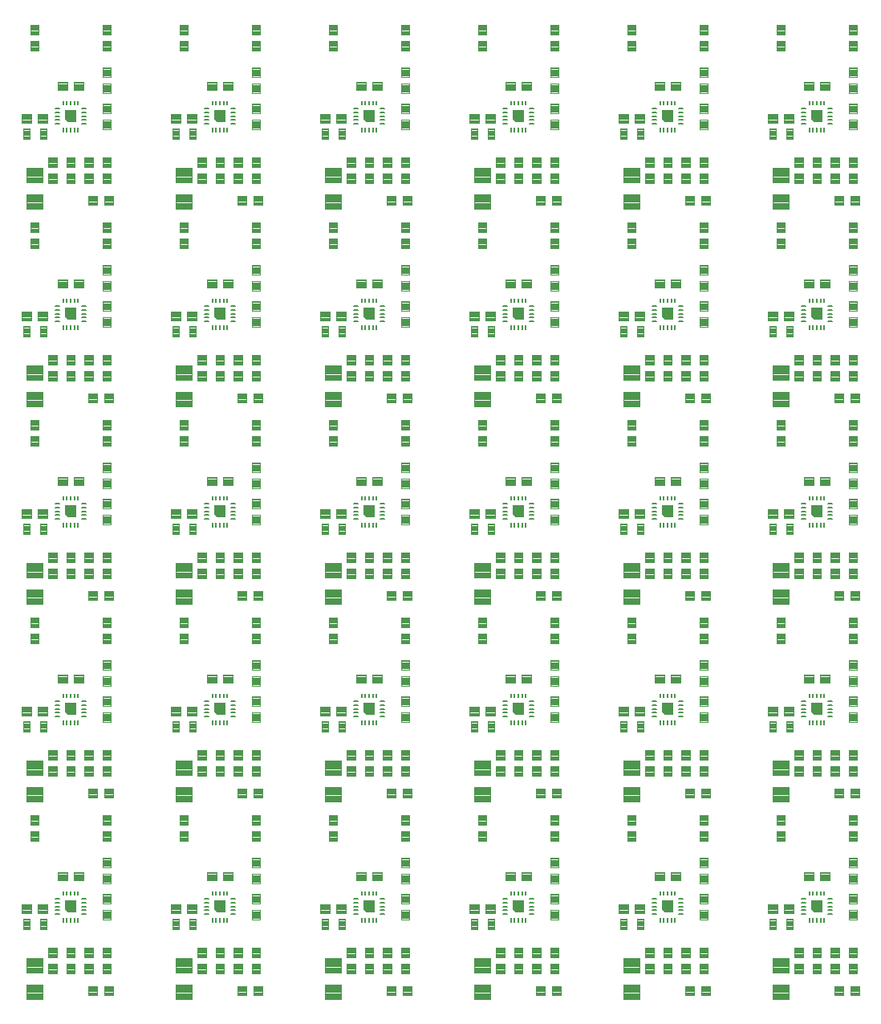
<source format=gtp>
G04 EAGLE Gerber RS-274X export*
G75*
%MOMM*%
%FSLAX34Y34*%
%LPD*%
%INSolderpaste Top*%
%IPPOS*%
%AMOC8*
5,1,8,0,0,1.08239X$1,22.5*%
G01*
%ADD10C,0.100000*%
%ADD11C,0.200000*%
%ADD12C,0.104000*%
%ADD13C,0.096000*%

G36*
X554656Y928476D02*
X554656Y928476D01*
X554673Y928473D01*
X554723Y928495D01*
X554774Y928510D01*
X554785Y928523D01*
X554801Y928530D01*
X554831Y928575D01*
X554866Y928615D01*
X554869Y928632D01*
X554878Y928647D01*
X554889Y928720D01*
X554889Y940720D01*
X554884Y940736D01*
X554887Y940753D01*
X554865Y940803D01*
X554850Y940854D01*
X554837Y940865D01*
X554830Y940881D01*
X554785Y940911D01*
X554745Y940946D01*
X554728Y940949D01*
X554714Y940958D01*
X554640Y940969D01*
X542640Y940969D01*
X542624Y940964D01*
X542607Y940967D01*
X542557Y940945D01*
X542506Y940930D01*
X542495Y940917D01*
X542479Y940910D01*
X542449Y940865D01*
X542414Y940825D01*
X542411Y940808D01*
X542402Y940794D01*
X542391Y940720D01*
X542391Y931720D01*
X542402Y931680D01*
X542402Y931678D01*
X542405Y931670D01*
X542408Y931662D01*
X542420Y931604D01*
X542428Y931592D01*
X542430Y931586D01*
X542438Y931579D01*
X542458Y931551D01*
X542459Y931550D01*
X542460Y931549D01*
X542464Y931544D01*
X545464Y928544D01*
X545516Y928515D01*
X545567Y928482D01*
X545581Y928480D01*
X545586Y928477D01*
X545597Y928477D01*
X545640Y928471D01*
X554640Y928471D01*
X554656Y928476D01*
G37*
G36*
X712136Y928476D02*
X712136Y928476D01*
X712153Y928473D01*
X712203Y928495D01*
X712254Y928510D01*
X712265Y928523D01*
X712281Y928530D01*
X712311Y928575D01*
X712346Y928615D01*
X712349Y928632D01*
X712358Y928647D01*
X712369Y928720D01*
X712369Y940720D01*
X712364Y940736D01*
X712367Y940753D01*
X712345Y940803D01*
X712330Y940854D01*
X712317Y940865D01*
X712310Y940881D01*
X712265Y940911D01*
X712225Y940946D01*
X712208Y940949D01*
X712194Y940958D01*
X712120Y940969D01*
X700120Y940969D01*
X700104Y940964D01*
X700087Y940967D01*
X700037Y940945D01*
X699986Y940930D01*
X699975Y940917D01*
X699959Y940910D01*
X699929Y940865D01*
X699894Y940825D01*
X699891Y940808D01*
X699882Y940794D01*
X699871Y940720D01*
X699871Y931720D01*
X699882Y931680D01*
X699882Y931678D01*
X699885Y931670D01*
X699888Y931662D01*
X699900Y931604D01*
X699908Y931592D01*
X699910Y931586D01*
X699918Y931579D01*
X699938Y931551D01*
X699939Y931550D01*
X699940Y931549D01*
X699944Y931544D01*
X702944Y928544D01*
X702996Y928515D01*
X703047Y928482D01*
X703061Y928480D01*
X703066Y928477D01*
X703077Y928477D01*
X703120Y928471D01*
X712120Y928471D01*
X712136Y928476D01*
G37*
G36*
X397176Y928476D02*
X397176Y928476D01*
X397193Y928473D01*
X397243Y928495D01*
X397294Y928510D01*
X397305Y928523D01*
X397321Y928530D01*
X397351Y928575D01*
X397386Y928615D01*
X397389Y928632D01*
X397398Y928647D01*
X397409Y928720D01*
X397409Y940720D01*
X397404Y940736D01*
X397407Y940753D01*
X397385Y940803D01*
X397370Y940854D01*
X397357Y940865D01*
X397350Y940881D01*
X397305Y940911D01*
X397265Y940946D01*
X397248Y940949D01*
X397234Y940958D01*
X397160Y940969D01*
X385160Y940969D01*
X385144Y940964D01*
X385127Y940967D01*
X385077Y940945D01*
X385026Y940930D01*
X385015Y940917D01*
X384999Y940910D01*
X384969Y940865D01*
X384934Y940825D01*
X384931Y940808D01*
X384922Y940794D01*
X384911Y940720D01*
X384911Y931720D01*
X384922Y931680D01*
X384922Y931678D01*
X384925Y931670D01*
X384928Y931662D01*
X384940Y931604D01*
X384948Y931592D01*
X384950Y931586D01*
X384958Y931579D01*
X384978Y931551D01*
X384979Y931550D01*
X384980Y931549D01*
X384984Y931544D01*
X387984Y928544D01*
X388036Y928515D01*
X388087Y928482D01*
X388101Y928480D01*
X388106Y928477D01*
X388117Y928477D01*
X388160Y928471D01*
X397160Y928471D01*
X397176Y928476D01*
G37*
G36*
X869616Y928476D02*
X869616Y928476D01*
X869633Y928473D01*
X869683Y928495D01*
X869734Y928510D01*
X869745Y928523D01*
X869761Y928530D01*
X869791Y928575D01*
X869826Y928615D01*
X869829Y928632D01*
X869838Y928647D01*
X869849Y928720D01*
X869849Y940720D01*
X869844Y940736D01*
X869847Y940753D01*
X869825Y940803D01*
X869810Y940854D01*
X869797Y940865D01*
X869790Y940881D01*
X869745Y940911D01*
X869705Y940946D01*
X869688Y940949D01*
X869674Y940958D01*
X869600Y940969D01*
X857600Y940969D01*
X857584Y940964D01*
X857567Y940967D01*
X857517Y940945D01*
X857466Y940930D01*
X857455Y940917D01*
X857439Y940910D01*
X857409Y940865D01*
X857374Y940825D01*
X857371Y940808D01*
X857362Y940794D01*
X857351Y940720D01*
X857351Y931720D01*
X857362Y931680D01*
X857362Y931678D01*
X857365Y931670D01*
X857368Y931662D01*
X857380Y931604D01*
X857388Y931592D01*
X857390Y931586D01*
X857398Y931579D01*
X857418Y931551D01*
X857419Y931550D01*
X857420Y931549D01*
X857424Y931544D01*
X860424Y928544D01*
X860476Y928515D01*
X860527Y928482D01*
X860541Y928480D01*
X860546Y928477D01*
X860557Y928477D01*
X860600Y928471D01*
X869600Y928471D01*
X869616Y928476D01*
G37*
G36*
X239696Y928476D02*
X239696Y928476D01*
X239713Y928473D01*
X239763Y928495D01*
X239814Y928510D01*
X239825Y928523D01*
X239841Y928530D01*
X239871Y928575D01*
X239906Y928615D01*
X239909Y928632D01*
X239918Y928647D01*
X239929Y928720D01*
X239929Y940720D01*
X239924Y940736D01*
X239927Y940753D01*
X239905Y940803D01*
X239890Y940854D01*
X239877Y940865D01*
X239870Y940881D01*
X239825Y940911D01*
X239785Y940946D01*
X239768Y940949D01*
X239754Y940958D01*
X239680Y940969D01*
X227680Y940969D01*
X227664Y940964D01*
X227647Y940967D01*
X227597Y940945D01*
X227546Y940930D01*
X227535Y940917D01*
X227519Y940910D01*
X227489Y940865D01*
X227454Y940825D01*
X227451Y940808D01*
X227442Y940794D01*
X227431Y940720D01*
X227431Y931720D01*
X227442Y931680D01*
X227442Y931678D01*
X227445Y931670D01*
X227448Y931662D01*
X227460Y931604D01*
X227468Y931592D01*
X227470Y931586D01*
X227478Y931579D01*
X227498Y931551D01*
X227499Y931550D01*
X227500Y931549D01*
X227504Y931544D01*
X230504Y928544D01*
X230556Y928515D01*
X230607Y928482D01*
X230621Y928480D01*
X230626Y928477D01*
X230637Y928477D01*
X230680Y928471D01*
X239680Y928471D01*
X239696Y928476D01*
G37*
G36*
X82216Y928476D02*
X82216Y928476D01*
X82233Y928473D01*
X82283Y928495D01*
X82334Y928510D01*
X82345Y928523D01*
X82361Y928530D01*
X82391Y928575D01*
X82426Y928615D01*
X82429Y928632D01*
X82438Y928647D01*
X82449Y928720D01*
X82449Y940720D01*
X82444Y940736D01*
X82447Y940753D01*
X82425Y940803D01*
X82410Y940854D01*
X82397Y940865D01*
X82390Y940881D01*
X82345Y940911D01*
X82305Y940946D01*
X82288Y940949D01*
X82274Y940958D01*
X82200Y940969D01*
X70200Y940969D01*
X70184Y940964D01*
X70167Y940967D01*
X70117Y940945D01*
X70066Y940930D01*
X70055Y940917D01*
X70039Y940910D01*
X70009Y940865D01*
X69974Y940825D01*
X69971Y940808D01*
X69962Y940794D01*
X69951Y940720D01*
X69951Y931720D01*
X69962Y931680D01*
X69962Y931678D01*
X69965Y931670D01*
X69968Y931662D01*
X69980Y931604D01*
X69988Y931592D01*
X69990Y931586D01*
X69998Y931579D01*
X70018Y931551D01*
X70019Y931550D01*
X70020Y931549D01*
X70024Y931544D01*
X73024Y928544D01*
X73076Y928515D01*
X73127Y928482D01*
X73141Y928480D01*
X73146Y928477D01*
X73157Y928477D01*
X73200Y928471D01*
X82200Y928471D01*
X82216Y928476D01*
G37*
G36*
X712136Y720196D02*
X712136Y720196D01*
X712153Y720193D01*
X712203Y720215D01*
X712254Y720230D01*
X712265Y720243D01*
X712281Y720250D01*
X712311Y720295D01*
X712346Y720335D01*
X712349Y720352D01*
X712358Y720367D01*
X712369Y720440D01*
X712369Y732440D01*
X712364Y732456D01*
X712367Y732473D01*
X712345Y732523D01*
X712330Y732574D01*
X712317Y732585D01*
X712310Y732601D01*
X712265Y732631D01*
X712225Y732666D01*
X712208Y732669D01*
X712194Y732678D01*
X712120Y732689D01*
X700120Y732689D01*
X700104Y732684D01*
X700087Y732687D01*
X700037Y732665D01*
X699986Y732650D01*
X699975Y732637D01*
X699959Y732630D01*
X699929Y732585D01*
X699894Y732545D01*
X699891Y732528D01*
X699882Y732514D01*
X699871Y732440D01*
X699871Y723440D01*
X699882Y723400D01*
X699882Y723398D01*
X699885Y723390D01*
X699888Y723382D01*
X699900Y723324D01*
X699908Y723312D01*
X699910Y723306D01*
X699918Y723299D01*
X699938Y723271D01*
X699939Y723270D01*
X699940Y723269D01*
X699944Y723264D01*
X702944Y720264D01*
X702996Y720235D01*
X703047Y720202D01*
X703061Y720200D01*
X703066Y720197D01*
X703077Y720197D01*
X703120Y720191D01*
X712120Y720191D01*
X712136Y720196D01*
G37*
G36*
X82216Y720196D02*
X82216Y720196D01*
X82233Y720193D01*
X82283Y720215D01*
X82334Y720230D01*
X82345Y720243D01*
X82361Y720250D01*
X82391Y720295D01*
X82426Y720335D01*
X82429Y720352D01*
X82438Y720367D01*
X82449Y720440D01*
X82449Y732440D01*
X82444Y732456D01*
X82447Y732473D01*
X82425Y732523D01*
X82410Y732574D01*
X82397Y732585D01*
X82390Y732601D01*
X82345Y732631D01*
X82305Y732666D01*
X82288Y732669D01*
X82274Y732678D01*
X82200Y732689D01*
X70200Y732689D01*
X70184Y732684D01*
X70167Y732687D01*
X70117Y732665D01*
X70066Y732650D01*
X70055Y732637D01*
X70039Y732630D01*
X70009Y732585D01*
X69974Y732545D01*
X69971Y732528D01*
X69962Y732514D01*
X69951Y732440D01*
X69951Y723440D01*
X69962Y723400D01*
X69962Y723398D01*
X69965Y723390D01*
X69968Y723382D01*
X69980Y723324D01*
X69988Y723312D01*
X69990Y723306D01*
X69998Y723299D01*
X70018Y723271D01*
X70019Y723270D01*
X70020Y723269D01*
X70024Y723264D01*
X73024Y720264D01*
X73076Y720235D01*
X73127Y720202D01*
X73141Y720200D01*
X73146Y720197D01*
X73157Y720197D01*
X73200Y720191D01*
X82200Y720191D01*
X82216Y720196D01*
G37*
G36*
X554656Y720196D02*
X554656Y720196D01*
X554673Y720193D01*
X554723Y720215D01*
X554774Y720230D01*
X554785Y720243D01*
X554801Y720250D01*
X554831Y720295D01*
X554866Y720335D01*
X554869Y720352D01*
X554878Y720367D01*
X554889Y720440D01*
X554889Y732440D01*
X554884Y732456D01*
X554887Y732473D01*
X554865Y732523D01*
X554850Y732574D01*
X554837Y732585D01*
X554830Y732601D01*
X554785Y732631D01*
X554745Y732666D01*
X554728Y732669D01*
X554714Y732678D01*
X554640Y732689D01*
X542640Y732689D01*
X542624Y732684D01*
X542607Y732687D01*
X542557Y732665D01*
X542506Y732650D01*
X542495Y732637D01*
X542479Y732630D01*
X542449Y732585D01*
X542414Y732545D01*
X542411Y732528D01*
X542402Y732514D01*
X542391Y732440D01*
X542391Y723440D01*
X542402Y723400D01*
X542402Y723398D01*
X542405Y723390D01*
X542408Y723382D01*
X542420Y723324D01*
X542428Y723312D01*
X542430Y723306D01*
X542438Y723299D01*
X542458Y723271D01*
X542459Y723270D01*
X542460Y723269D01*
X542464Y723264D01*
X545464Y720264D01*
X545516Y720235D01*
X545567Y720202D01*
X545581Y720200D01*
X545586Y720197D01*
X545597Y720197D01*
X545640Y720191D01*
X554640Y720191D01*
X554656Y720196D01*
G37*
G36*
X869616Y720196D02*
X869616Y720196D01*
X869633Y720193D01*
X869683Y720215D01*
X869734Y720230D01*
X869745Y720243D01*
X869761Y720250D01*
X869791Y720295D01*
X869826Y720335D01*
X869829Y720352D01*
X869838Y720367D01*
X869849Y720440D01*
X869849Y732440D01*
X869844Y732456D01*
X869847Y732473D01*
X869825Y732523D01*
X869810Y732574D01*
X869797Y732585D01*
X869790Y732601D01*
X869745Y732631D01*
X869705Y732666D01*
X869688Y732669D01*
X869674Y732678D01*
X869600Y732689D01*
X857600Y732689D01*
X857584Y732684D01*
X857567Y732687D01*
X857517Y732665D01*
X857466Y732650D01*
X857455Y732637D01*
X857439Y732630D01*
X857409Y732585D01*
X857374Y732545D01*
X857371Y732528D01*
X857362Y732514D01*
X857351Y732440D01*
X857351Y723440D01*
X857362Y723400D01*
X857362Y723398D01*
X857365Y723390D01*
X857368Y723382D01*
X857380Y723324D01*
X857388Y723312D01*
X857390Y723306D01*
X857398Y723299D01*
X857418Y723271D01*
X857419Y723270D01*
X857420Y723269D01*
X857424Y723264D01*
X860424Y720264D01*
X860476Y720235D01*
X860527Y720202D01*
X860541Y720200D01*
X860546Y720197D01*
X860557Y720197D01*
X860600Y720191D01*
X869600Y720191D01*
X869616Y720196D01*
G37*
G36*
X239696Y720196D02*
X239696Y720196D01*
X239713Y720193D01*
X239763Y720215D01*
X239814Y720230D01*
X239825Y720243D01*
X239841Y720250D01*
X239871Y720295D01*
X239906Y720335D01*
X239909Y720352D01*
X239918Y720367D01*
X239929Y720440D01*
X239929Y732440D01*
X239924Y732456D01*
X239927Y732473D01*
X239905Y732523D01*
X239890Y732574D01*
X239877Y732585D01*
X239870Y732601D01*
X239825Y732631D01*
X239785Y732666D01*
X239768Y732669D01*
X239754Y732678D01*
X239680Y732689D01*
X227680Y732689D01*
X227664Y732684D01*
X227647Y732687D01*
X227597Y732665D01*
X227546Y732650D01*
X227535Y732637D01*
X227519Y732630D01*
X227489Y732585D01*
X227454Y732545D01*
X227451Y732528D01*
X227442Y732514D01*
X227431Y732440D01*
X227431Y723440D01*
X227442Y723400D01*
X227442Y723398D01*
X227445Y723390D01*
X227448Y723382D01*
X227460Y723324D01*
X227468Y723312D01*
X227470Y723306D01*
X227478Y723299D01*
X227498Y723271D01*
X227499Y723270D01*
X227500Y723269D01*
X227504Y723264D01*
X230504Y720264D01*
X230556Y720235D01*
X230607Y720202D01*
X230621Y720200D01*
X230626Y720197D01*
X230637Y720197D01*
X230680Y720191D01*
X239680Y720191D01*
X239696Y720196D01*
G37*
G36*
X397176Y720196D02*
X397176Y720196D01*
X397193Y720193D01*
X397243Y720215D01*
X397294Y720230D01*
X397305Y720243D01*
X397321Y720250D01*
X397351Y720295D01*
X397386Y720335D01*
X397389Y720352D01*
X397398Y720367D01*
X397409Y720440D01*
X397409Y732440D01*
X397404Y732456D01*
X397407Y732473D01*
X397385Y732523D01*
X397370Y732574D01*
X397357Y732585D01*
X397350Y732601D01*
X397305Y732631D01*
X397265Y732666D01*
X397248Y732669D01*
X397234Y732678D01*
X397160Y732689D01*
X385160Y732689D01*
X385144Y732684D01*
X385127Y732687D01*
X385077Y732665D01*
X385026Y732650D01*
X385015Y732637D01*
X384999Y732630D01*
X384969Y732585D01*
X384934Y732545D01*
X384931Y732528D01*
X384922Y732514D01*
X384911Y732440D01*
X384911Y723440D01*
X384922Y723400D01*
X384922Y723398D01*
X384925Y723390D01*
X384928Y723382D01*
X384940Y723324D01*
X384948Y723312D01*
X384950Y723306D01*
X384958Y723299D01*
X384978Y723271D01*
X384979Y723270D01*
X384980Y723269D01*
X384984Y723264D01*
X387984Y720264D01*
X388036Y720235D01*
X388087Y720202D01*
X388101Y720200D01*
X388106Y720197D01*
X388117Y720197D01*
X388160Y720191D01*
X397160Y720191D01*
X397176Y720196D01*
G37*
G36*
X397176Y303636D02*
X397176Y303636D01*
X397193Y303633D01*
X397243Y303655D01*
X397294Y303670D01*
X397305Y303683D01*
X397321Y303690D01*
X397351Y303735D01*
X397386Y303775D01*
X397389Y303792D01*
X397398Y303807D01*
X397409Y303880D01*
X397409Y315880D01*
X397404Y315896D01*
X397407Y315913D01*
X397385Y315963D01*
X397370Y316014D01*
X397357Y316025D01*
X397350Y316041D01*
X397305Y316071D01*
X397265Y316106D01*
X397248Y316109D01*
X397234Y316118D01*
X397160Y316129D01*
X385160Y316129D01*
X385144Y316124D01*
X385127Y316127D01*
X385077Y316105D01*
X385026Y316090D01*
X385015Y316077D01*
X384999Y316070D01*
X384969Y316025D01*
X384934Y315985D01*
X384931Y315968D01*
X384922Y315954D01*
X384911Y315880D01*
X384911Y306880D01*
X384922Y306840D01*
X384922Y306838D01*
X384925Y306830D01*
X384928Y306822D01*
X384940Y306764D01*
X384948Y306752D01*
X384950Y306746D01*
X384958Y306739D01*
X384978Y306711D01*
X384979Y306710D01*
X384980Y306709D01*
X384984Y306704D01*
X387984Y303704D01*
X388036Y303675D01*
X388087Y303642D01*
X388101Y303640D01*
X388106Y303637D01*
X388117Y303637D01*
X388160Y303631D01*
X397160Y303631D01*
X397176Y303636D01*
G37*
G36*
X554656Y303636D02*
X554656Y303636D01*
X554673Y303633D01*
X554723Y303655D01*
X554774Y303670D01*
X554785Y303683D01*
X554801Y303690D01*
X554831Y303735D01*
X554866Y303775D01*
X554869Y303792D01*
X554878Y303807D01*
X554889Y303880D01*
X554889Y315880D01*
X554884Y315896D01*
X554887Y315913D01*
X554865Y315963D01*
X554850Y316014D01*
X554837Y316025D01*
X554830Y316041D01*
X554785Y316071D01*
X554745Y316106D01*
X554728Y316109D01*
X554714Y316118D01*
X554640Y316129D01*
X542640Y316129D01*
X542624Y316124D01*
X542607Y316127D01*
X542557Y316105D01*
X542506Y316090D01*
X542495Y316077D01*
X542479Y316070D01*
X542449Y316025D01*
X542414Y315985D01*
X542411Y315968D01*
X542402Y315954D01*
X542391Y315880D01*
X542391Y306880D01*
X542402Y306840D01*
X542402Y306838D01*
X542405Y306830D01*
X542408Y306822D01*
X542420Y306764D01*
X542428Y306752D01*
X542430Y306746D01*
X542438Y306739D01*
X542458Y306711D01*
X542459Y306710D01*
X542460Y306709D01*
X542464Y306704D01*
X545464Y303704D01*
X545516Y303675D01*
X545567Y303642D01*
X545581Y303640D01*
X545586Y303637D01*
X545597Y303637D01*
X545640Y303631D01*
X554640Y303631D01*
X554656Y303636D01*
G37*
G36*
X869616Y303636D02*
X869616Y303636D01*
X869633Y303633D01*
X869683Y303655D01*
X869734Y303670D01*
X869745Y303683D01*
X869761Y303690D01*
X869791Y303735D01*
X869826Y303775D01*
X869829Y303792D01*
X869838Y303807D01*
X869849Y303880D01*
X869849Y315880D01*
X869844Y315896D01*
X869847Y315913D01*
X869825Y315963D01*
X869810Y316014D01*
X869797Y316025D01*
X869790Y316041D01*
X869745Y316071D01*
X869705Y316106D01*
X869688Y316109D01*
X869674Y316118D01*
X869600Y316129D01*
X857600Y316129D01*
X857584Y316124D01*
X857567Y316127D01*
X857517Y316105D01*
X857466Y316090D01*
X857455Y316077D01*
X857439Y316070D01*
X857409Y316025D01*
X857374Y315985D01*
X857371Y315968D01*
X857362Y315954D01*
X857351Y315880D01*
X857351Y306880D01*
X857362Y306840D01*
X857362Y306838D01*
X857365Y306830D01*
X857368Y306822D01*
X857380Y306764D01*
X857388Y306752D01*
X857390Y306746D01*
X857398Y306739D01*
X857418Y306711D01*
X857419Y306710D01*
X857420Y306709D01*
X857424Y306704D01*
X860424Y303704D01*
X860476Y303675D01*
X860527Y303642D01*
X860541Y303640D01*
X860546Y303637D01*
X860557Y303637D01*
X860600Y303631D01*
X869600Y303631D01*
X869616Y303636D01*
G37*
G36*
X239696Y303636D02*
X239696Y303636D01*
X239713Y303633D01*
X239763Y303655D01*
X239814Y303670D01*
X239825Y303683D01*
X239841Y303690D01*
X239871Y303735D01*
X239906Y303775D01*
X239909Y303792D01*
X239918Y303807D01*
X239929Y303880D01*
X239929Y315880D01*
X239924Y315896D01*
X239927Y315913D01*
X239905Y315963D01*
X239890Y316014D01*
X239877Y316025D01*
X239870Y316041D01*
X239825Y316071D01*
X239785Y316106D01*
X239768Y316109D01*
X239754Y316118D01*
X239680Y316129D01*
X227680Y316129D01*
X227664Y316124D01*
X227647Y316127D01*
X227597Y316105D01*
X227546Y316090D01*
X227535Y316077D01*
X227519Y316070D01*
X227489Y316025D01*
X227454Y315985D01*
X227451Y315968D01*
X227442Y315954D01*
X227431Y315880D01*
X227431Y306880D01*
X227442Y306840D01*
X227442Y306838D01*
X227445Y306830D01*
X227448Y306822D01*
X227460Y306764D01*
X227468Y306752D01*
X227470Y306746D01*
X227478Y306739D01*
X227498Y306711D01*
X227499Y306710D01*
X227500Y306709D01*
X227504Y306704D01*
X230504Y303704D01*
X230556Y303675D01*
X230607Y303642D01*
X230621Y303640D01*
X230626Y303637D01*
X230637Y303637D01*
X230680Y303631D01*
X239680Y303631D01*
X239696Y303636D01*
G37*
G36*
X712136Y303636D02*
X712136Y303636D01*
X712153Y303633D01*
X712203Y303655D01*
X712254Y303670D01*
X712265Y303683D01*
X712281Y303690D01*
X712311Y303735D01*
X712346Y303775D01*
X712349Y303792D01*
X712358Y303807D01*
X712369Y303880D01*
X712369Y315880D01*
X712364Y315896D01*
X712367Y315913D01*
X712345Y315963D01*
X712330Y316014D01*
X712317Y316025D01*
X712310Y316041D01*
X712265Y316071D01*
X712225Y316106D01*
X712208Y316109D01*
X712194Y316118D01*
X712120Y316129D01*
X700120Y316129D01*
X700104Y316124D01*
X700087Y316127D01*
X700037Y316105D01*
X699986Y316090D01*
X699975Y316077D01*
X699959Y316070D01*
X699929Y316025D01*
X699894Y315985D01*
X699891Y315968D01*
X699882Y315954D01*
X699871Y315880D01*
X699871Y306880D01*
X699882Y306840D01*
X699882Y306838D01*
X699885Y306830D01*
X699888Y306822D01*
X699900Y306764D01*
X699908Y306752D01*
X699910Y306746D01*
X699918Y306739D01*
X699938Y306711D01*
X699939Y306710D01*
X699940Y306709D01*
X699944Y306704D01*
X702944Y303704D01*
X702996Y303675D01*
X703047Y303642D01*
X703061Y303640D01*
X703066Y303637D01*
X703077Y303637D01*
X703120Y303631D01*
X712120Y303631D01*
X712136Y303636D01*
G37*
G36*
X82216Y303636D02*
X82216Y303636D01*
X82233Y303633D01*
X82283Y303655D01*
X82334Y303670D01*
X82345Y303683D01*
X82361Y303690D01*
X82391Y303735D01*
X82426Y303775D01*
X82429Y303792D01*
X82438Y303807D01*
X82449Y303880D01*
X82449Y315880D01*
X82444Y315896D01*
X82447Y315913D01*
X82425Y315963D01*
X82410Y316014D01*
X82397Y316025D01*
X82390Y316041D01*
X82345Y316071D01*
X82305Y316106D01*
X82288Y316109D01*
X82274Y316118D01*
X82200Y316129D01*
X70200Y316129D01*
X70184Y316124D01*
X70167Y316127D01*
X70117Y316105D01*
X70066Y316090D01*
X70055Y316077D01*
X70039Y316070D01*
X70009Y316025D01*
X69974Y315985D01*
X69971Y315968D01*
X69962Y315954D01*
X69951Y315880D01*
X69951Y306880D01*
X69962Y306840D01*
X69962Y306838D01*
X69965Y306830D01*
X69968Y306822D01*
X69980Y306764D01*
X69988Y306752D01*
X69990Y306746D01*
X69998Y306739D01*
X70018Y306711D01*
X70019Y306710D01*
X70020Y306709D01*
X70024Y306704D01*
X73024Y303704D01*
X73076Y303675D01*
X73127Y303642D01*
X73141Y303640D01*
X73146Y303637D01*
X73157Y303637D01*
X73200Y303631D01*
X82200Y303631D01*
X82216Y303636D01*
G37*
G36*
X869616Y95356D02*
X869616Y95356D01*
X869633Y95353D01*
X869683Y95375D01*
X869734Y95390D01*
X869745Y95403D01*
X869761Y95410D01*
X869791Y95455D01*
X869826Y95495D01*
X869829Y95512D01*
X869838Y95527D01*
X869849Y95600D01*
X869849Y107600D01*
X869844Y107616D01*
X869847Y107633D01*
X869825Y107683D01*
X869810Y107734D01*
X869797Y107745D01*
X869790Y107761D01*
X869745Y107791D01*
X869705Y107826D01*
X869688Y107829D01*
X869674Y107838D01*
X869600Y107849D01*
X857600Y107849D01*
X857584Y107844D01*
X857567Y107847D01*
X857517Y107825D01*
X857466Y107810D01*
X857455Y107797D01*
X857439Y107790D01*
X857409Y107745D01*
X857374Y107705D01*
X857371Y107688D01*
X857362Y107674D01*
X857351Y107600D01*
X857351Y98600D01*
X857362Y98560D01*
X857362Y98558D01*
X857365Y98550D01*
X857368Y98542D01*
X857380Y98484D01*
X857388Y98472D01*
X857390Y98466D01*
X857398Y98459D01*
X857418Y98431D01*
X857419Y98430D01*
X857420Y98429D01*
X857424Y98424D01*
X860424Y95424D01*
X860476Y95395D01*
X860527Y95362D01*
X860541Y95360D01*
X860546Y95357D01*
X860557Y95357D01*
X860600Y95351D01*
X869600Y95351D01*
X869616Y95356D01*
G37*
G36*
X554656Y95356D02*
X554656Y95356D01*
X554673Y95353D01*
X554723Y95375D01*
X554774Y95390D01*
X554785Y95403D01*
X554801Y95410D01*
X554831Y95455D01*
X554866Y95495D01*
X554869Y95512D01*
X554878Y95527D01*
X554889Y95600D01*
X554889Y107600D01*
X554884Y107616D01*
X554887Y107633D01*
X554865Y107683D01*
X554850Y107734D01*
X554837Y107745D01*
X554830Y107761D01*
X554785Y107791D01*
X554745Y107826D01*
X554728Y107829D01*
X554714Y107838D01*
X554640Y107849D01*
X542640Y107849D01*
X542624Y107844D01*
X542607Y107847D01*
X542557Y107825D01*
X542506Y107810D01*
X542495Y107797D01*
X542479Y107790D01*
X542449Y107745D01*
X542414Y107705D01*
X542411Y107688D01*
X542402Y107674D01*
X542391Y107600D01*
X542391Y98600D01*
X542402Y98560D01*
X542402Y98558D01*
X542405Y98550D01*
X542408Y98542D01*
X542420Y98484D01*
X542428Y98472D01*
X542430Y98466D01*
X542438Y98459D01*
X542458Y98431D01*
X542459Y98430D01*
X542460Y98429D01*
X542464Y98424D01*
X545464Y95424D01*
X545516Y95395D01*
X545567Y95362D01*
X545581Y95360D01*
X545586Y95357D01*
X545597Y95357D01*
X545640Y95351D01*
X554640Y95351D01*
X554656Y95356D01*
G37*
G36*
X712136Y95356D02*
X712136Y95356D01*
X712153Y95353D01*
X712203Y95375D01*
X712254Y95390D01*
X712265Y95403D01*
X712281Y95410D01*
X712311Y95455D01*
X712346Y95495D01*
X712349Y95512D01*
X712358Y95527D01*
X712369Y95600D01*
X712369Y107600D01*
X712364Y107616D01*
X712367Y107633D01*
X712345Y107683D01*
X712330Y107734D01*
X712317Y107745D01*
X712310Y107761D01*
X712265Y107791D01*
X712225Y107826D01*
X712208Y107829D01*
X712194Y107838D01*
X712120Y107849D01*
X700120Y107849D01*
X700104Y107844D01*
X700087Y107847D01*
X700037Y107825D01*
X699986Y107810D01*
X699975Y107797D01*
X699959Y107790D01*
X699929Y107745D01*
X699894Y107705D01*
X699891Y107688D01*
X699882Y107674D01*
X699871Y107600D01*
X699871Y98600D01*
X699882Y98560D01*
X699882Y98558D01*
X699885Y98550D01*
X699888Y98542D01*
X699900Y98484D01*
X699908Y98472D01*
X699910Y98466D01*
X699918Y98459D01*
X699938Y98431D01*
X699939Y98430D01*
X699940Y98429D01*
X699944Y98424D01*
X702944Y95424D01*
X702996Y95395D01*
X703047Y95362D01*
X703061Y95360D01*
X703066Y95357D01*
X703077Y95357D01*
X703120Y95351D01*
X712120Y95351D01*
X712136Y95356D01*
G37*
G36*
X239696Y95356D02*
X239696Y95356D01*
X239713Y95353D01*
X239763Y95375D01*
X239814Y95390D01*
X239825Y95403D01*
X239841Y95410D01*
X239871Y95455D01*
X239906Y95495D01*
X239909Y95512D01*
X239918Y95527D01*
X239929Y95600D01*
X239929Y107600D01*
X239924Y107616D01*
X239927Y107633D01*
X239905Y107683D01*
X239890Y107734D01*
X239877Y107745D01*
X239870Y107761D01*
X239825Y107791D01*
X239785Y107826D01*
X239768Y107829D01*
X239754Y107838D01*
X239680Y107849D01*
X227680Y107849D01*
X227664Y107844D01*
X227647Y107847D01*
X227597Y107825D01*
X227546Y107810D01*
X227535Y107797D01*
X227519Y107790D01*
X227489Y107745D01*
X227454Y107705D01*
X227451Y107688D01*
X227442Y107674D01*
X227431Y107600D01*
X227431Y98600D01*
X227442Y98560D01*
X227442Y98558D01*
X227445Y98550D01*
X227448Y98542D01*
X227460Y98484D01*
X227468Y98472D01*
X227470Y98466D01*
X227478Y98459D01*
X227498Y98431D01*
X227499Y98430D01*
X227500Y98429D01*
X227504Y98424D01*
X230504Y95424D01*
X230556Y95395D01*
X230607Y95362D01*
X230621Y95360D01*
X230626Y95357D01*
X230637Y95357D01*
X230680Y95351D01*
X239680Y95351D01*
X239696Y95356D01*
G37*
G36*
X397176Y95356D02*
X397176Y95356D01*
X397193Y95353D01*
X397243Y95375D01*
X397294Y95390D01*
X397305Y95403D01*
X397321Y95410D01*
X397351Y95455D01*
X397386Y95495D01*
X397389Y95512D01*
X397398Y95527D01*
X397409Y95600D01*
X397409Y107600D01*
X397404Y107616D01*
X397407Y107633D01*
X397385Y107683D01*
X397370Y107734D01*
X397357Y107745D01*
X397350Y107761D01*
X397305Y107791D01*
X397265Y107826D01*
X397248Y107829D01*
X397234Y107838D01*
X397160Y107849D01*
X385160Y107849D01*
X385144Y107844D01*
X385127Y107847D01*
X385077Y107825D01*
X385026Y107810D01*
X385015Y107797D01*
X384999Y107790D01*
X384969Y107745D01*
X384934Y107705D01*
X384931Y107688D01*
X384922Y107674D01*
X384911Y107600D01*
X384911Y98600D01*
X384922Y98560D01*
X384922Y98558D01*
X384925Y98550D01*
X384928Y98542D01*
X384940Y98484D01*
X384948Y98472D01*
X384950Y98466D01*
X384958Y98459D01*
X384978Y98431D01*
X384979Y98430D01*
X384980Y98429D01*
X384984Y98424D01*
X387984Y95424D01*
X388036Y95395D01*
X388087Y95362D01*
X388101Y95360D01*
X388106Y95357D01*
X388117Y95357D01*
X388160Y95351D01*
X397160Y95351D01*
X397176Y95356D01*
G37*
G36*
X82216Y95356D02*
X82216Y95356D01*
X82233Y95353D01*
X82283Y95375D01*
X82334Y95390D01*
X82345Y95403D01*
X82361Y95410D01*
X82391Y95455D01*
X82426Y95495D01*
X82429Y95512D01*
X82438Y95527D01*
X82449Y95600D01*
X82449Y107600D01*
X82444Y107616D01*
X82447Y107633D01*
X82425Y107683D01*
X82410Y107734D01*
X82397Y107745D01*
X82390Y107761D01*
X82345Y107791D01*
X82305Y107826D01*
X82288Y107829D01*
X82274Y107838D01*
X82200Y107849D01*
X70200Y107849D01*
X70184Y107844D01*
X70167Y107847D01*
X70117Y107825D01*
X70066Y107810D01*
X70055Y107797D01*
X70039Y107790D01*
X70009Y107745D01*
X69974Y107705D01*
X69971Y107688D01*
X69962Y107674D01*
X69951Y107600D01*
X69951Y98600D01*
X69962Y98560D01*
X69962Y98558D01*
X69965Y98550D01*
X69968Y98542D01*
X69980Y98484D01*
X69988Y98472D01*
X69990Y98466D01*
X69998Y98459D01*
X70018Y98431D01*
X70019Y98430D01*
X70020Y98429D01*
X70024Y98424D01*
X73024Y95424D01*
X73076Y95395D01*
X73127Y95362D01*
X73141Y95360D01*
X73146Y95357D01*
X73157Y95357D01*
X73200Y95351D01*
X82200Y95351D01*
X82216Y95356D01*
G37*
G36*
X397176Y511916D02*
X397176Y511916D01*
X397193Y511913D01*
X397243Y511935D01*
X397294Y511950D01*
X397305Y511963D01*
X397321Y511970D01*
X397351Y512015D01*
X397386Y512055D01*
X397389Y512072D01*
X397398Y512087D01*
X397409Y512160D01*
X397409Y524160D01*
X397404Y524176D01*
X397407Y524193D01*
X397385Y524243D01*
X397370Y524294D01*
X397357Y524305D01*
X397350Y524321D01*
X397305Y524351D01*
X397265Y524386D01*
X397248Y524389D01*
X397234Y524398D01*
X397160Y524409D01*
X385160Y524409D01*
X385144Y524404D01*
X385127Y524407D01*
X385077Y524385D01*
X385026Y524370D01*
X385015Y524357D01*
X384999Y524350D01*
X384969Y524305D01*
X384934Y524265D01*
X384931Y524248D01*
X384922Y524234D01*
X384911Y524160D01*
X384911Y515160D01*
X384922Y515120D01*
X384922Y515118D01*
X384925Y515110D01*
X384928Y515102D01*
X384940Y515044D01*
X384948Y515032D01*
X384950Y515026D01*
X384958Y515019D01*
X384978Y514991D01*
X384979Y514990D01*
X384980Y514989D01*
X384984Y514984D01*
X387984Y511984D01*
X388036Y511955D01*
X388087Y511922D01*
X388101Y511920D01*
X388106Y511917D01*
X388117Y511917D01*
X388160Y511911D01*
X397160Y511911D01*
X397176Y511916D01*
G37*
G36*
X239696Y511916D02*
X239696Y511916D01*
X239713Y511913D01*
X239763Y511935D01*
X239814Y511950D01*
X239825Y511963D01*
X239841Y511970D01*
X239871Y512015D01*
X239906Y512055D01*
X239909Y512072D01*
X239918Y512087D01*
X239929Y512160D01*
X239929Y524160D01*
X239924Y524176D01*
X239927Y524193D01*
X239905Y524243D01*
X239890Y524294D01*
X239877Y524305D01*
X239870Y524321D01*
X239825Y524351D01*
X239785Y524386D01*
X239768Y524389D01*
X239754Y524398D01*
X239680Y524409D01*
X227680Y524409D01*
X227664Y524404D01*
X227647Y524407D01*
X227597Y524385D01*
X227546Y524370D01*
X227535Y524357D01*
X227519Y524350D01*
X227489Y524305D01*
X227454Y524265D01*
X227451Y524248D01*
X227442Y524234D01*
X227431Y524160D01*
X227431Y515160D01*
X227442Y515120D01*
X227442Y515118D01*
X227445Y515110D01*
X227448Y515102D01*
X227460Y515044D01*
X227468Y515032D01*
X227470Y515026D01*
X227478Y515019D01*
X227498Y514991D01*
X227499Y514990D01*
X227500Y514989D01*
X227504Y514984D01*
X230504Y511984D01*
X230556Y511955D01*
X230607Y511922D01*
X230621Y511920D01*
X230626Y511917D01*
X230637Y511917D01*
X230680Y511911D01*
X239680Y511911D01*
X239696Y511916D01*
G37*
G36*
X869616Y511916D02*
X869616Y511916D01*
X869633Y511913D01*
X869683Y511935D01*
X869734Y511950D01*
X869745Y511963D01*
X869761Y511970D01*
X869791Y512015D01*
X869826Y512055D01*
X869829Y512072D01*
X869838Y512087D01*
X869849Y512160D01*
X869849Y524160D01*
X869844Y524176D01*
X869847Y524193D01*
X869825Y524243D01*
X869810Y524294D01*
X869797Y524305D01*
X869790Y524321D01*
X869745Y524351D01*
X869705Y524386D01*
X869688Y524389D01*
X869674Y524398D01*
X869600Y524409D01*
X857600Y524409D01*
X857584Y524404D01*
X857567Y524407D01*
X857517Y524385D01*
X857466Y524370D01*
X857455Y524357D01*
X857439Y524350D01*
X857409Y524305D01*
X857374Y524265D01*
X857371Y524248D01*
X857362Y524234D01*
X857351Y524160D01*
X857351Y515160D01*
X857362Y515120D01*
X857362Y515118D01*
X857365Y515110D01*
X857368Y515102D01*
X857380Y515044D01*
X857388Y515032D01*
X857390Y515026D01*
X857398Y515019D01*
X857418Y514991D01*
X857419Y514990D01*
X857420Y514989D01*
X857424Y514984D01*
X860424Y511984D01*
X860476Y511955D01*
X860527Y511922D01*
X860541Y511920D01*
X860546Y511917D01*
X860557Y511917D01*
X860600Y511911D01*
X869600Y511911D01*
X869616Y511916D01*
G37*
G36*
X712136Y511916D02*
X712136Y511916D01*
X712153Y511913D01*
X712203Y511935D01*
X712254Y511950D01*
X712265Y511963D01*
X712281Y511970D01*
X712311Y512015D01*
X712346Y512055D01*
X712349Y512072D01*
X712358Y512087D01*
X712369Y512160D01*
X712369Y524160D01*
X712364Y524176D01*
X712367Y524193D01*
X712345Y524243D01*
X712330Y524294D01*
X712317Y524305D01*
X712310Y524321D01*
X712265Y524351D01*
X712225Y524386D01*
X712208Y524389D01*
X712194Y524398D01*
X712120Y524409D01*
X700120Y524409D01*
X700104Y524404D01*
X700087Y524407D01*
X700037Y524385D01*
X699986Y524370D01*
X699975Y524357D01*
X699959Y524350D01*
X699929Y524305D01*
X699894Y524265D01*
X699891Y524248D01*
X699882Y524234D01*
X699871Y524160D01*
X699871Y515160D01*
X699882Y515120D01*
X699882Y515118D01*
X699885Y515110D01*
X699888Y515102D01*
X699900Y515044D01*
X699908Y515032D01*
X699910Y515026D01*
X699918Y515019D01*
X699938Y514991D01*
X699939Y514990D01*
X699940Y514989D01*
X699944Y514984D01*
X702944Y511984D01*
X702996Y511955D01*
X703047Y511922D01*
X703061Y511920D01*
X703066Y511917D01*
X703077Y511917D01*
X703120Y511911D01*
X712120Y511911D01*
X712136Y511916D01*
G37*
G36*
X554656Y511916D02*
X554656Y511916D01*
X554673Y511913D01*
X554723Y511935D01*
X554774Y511950D01*
X554785Y511963D01*
X554801Y511970D01*
X554831Y512015D01*
X554866Y512055D01*
X554869Y512072D01*
X554878Y512087D01*
X554889Y512160D01*
X554889Y524160D01*
X554884Y524176D01*
X554887Y524193D01*
X554865Y524243D01*
X554850Y524294D01*
X554837Y524305D01*
X554830Y524321D01*
X554785Y524351D01*
X554745Y524386D01*
X554728Y524389D01*
X554714Y524398D01*
X554640Y524409D01*
X542640Y524409D01*
X542624Y524404D01*
X542607Y524407D01*
X542557Y524385D01*
X542506Y524370D01*
X542495Y524357D01*
X542479Y524350D01*
X542449Y524305D01*
X542414Y524265D01*
X542411Y524248D01*
X542402Y524234D01*
X542391Y524160D01*
X542391Y515160D01*
X542402Y515120D01*
X542402Y515118D01*
X542405Y515110D01*
X542408Y515102D01*
X542420Y515044D01*
X542428Y515032D01*
X542430Y515026D01*
X542438Y515019D01*
X542458Y514991D01*
X542459Y514990D01*
X542460Y514989D01*
X542464Y514984D01*
X545464Y511984D01*
X545516Y511955D01*
X545567Y511922D01*
X545581Y511920D01*
X545586Y511917D01*
X545597Y511917D01*
X545640Y511911D01*
X554640Y511911D01*
X554656Y511916D01*
G37*
G36*
X82216Y511916D02*
X82216Y511916D01*
X82233Y511913D01*
X82283Y511935D01*
X82334Y511950D01*
X82345Y511963D01*
X82361Y511970D01*
X82391Y512015D01*
X82426Y512055D01*
X82429Y512072D01*
X82438Y512087D01*
X82449Y512160D01*
X82449Y524160D01*
X82444Y524176D01*
X82447Y524193D01*
X82425Y524243D01*
X82410Y524294D01*
X82397Y524305D01*
X82390Y524321D01*
X82345Y524351D01*
X82305Y524386D01*
X82288Y524389D01*
X82274Y524398D01*
X82200Y524409D01*
X70200Y524409D01*
X70184Y524404D01*
X70167Y524407D01*
X70117Y524385D01*
X70066Y524370D01*
X70055Y524357D01*
X70039Y524350D01*
X70009Y524305D01*
X69974Y524265D01*
X69971Y524248D01*
X69962Y524234D01*
X69951Y524160D01*
X69951Y515160D01*
X69962Y515120D01*
X69962Y515118D01*
X69965Y515110D01*
X69968Y515102D01*
X69980Y515044D01*
X69988Y515032D01*
X69990Y515026D01*
X69998Y515019D01*
X70018Y514991D01*
X70019Y514990D01*
X70020Y514989D01*
X70024Y514984D01*
X73024Y511984D01*
X73076Y511955D01*
X73127Y511922D01*
X73141Y511920D01*
X73146Y511917D01*
X73157Y511917D01*
X73200Y511911D01*
X82200Y511911D01*
X82216Y511916D01*
G37*
D10*
X111450Y17200D02*
X121450Y17200D01*
X121450Y8200D01*
X111450Y8200D01*
X111450Y17200D01*
X111450Y9150D02*
X121450Y9150D01*
X121450Y10100D02*
X111450Y10100D01*
X111450Y11050D02*
X121450Y11050D01*
X121450Y12000D02*
X111450Y12000D01*
X111450Y12950D02*
X121450Y12950D01*
X121450Y13900D02*
X111450Y13900D01*
X111450Y14850D02*
X121450Y14850D01*
X121450Y15800D02*
X111450Y15800D01*
X111450Y16750D02*
X121450Y16750D01*
X104450Y17200D02*
X94450Y17200D01*
X104450Y17200D02*
X104450Y8200D01*
X94450Y8200D01*
X94450Y17200D01*
X94450Y9150D02*
X104450Y9150D01*
X104450Y10100D02*
X94450Y10100D01*
X94450Y11050D02*
X104450Y11050D01*
X104450Y12000D02*
X94450Y12000D01*
X94450Y12950D02*
X104450Y12950D01*
X104450Y13900D02*
X94450Y13900D01*
X94450Y14850D02*
X104450Y14850D01*
X104450Y15800D02*
X94450Y15800D01*
X94450Y16750D02*
X104450Y16750D01*
D11*
X64200Y101600D02*
X60200Y101600D01*
X60200Y93600D02*
X64200Y93600D01*
X64200Y109600D02*
X60200Y109600D01*
X60200Y97600D02*
X64200Y97600D01*
X64200Y105600D02*
X60200Y105600D01*
X76200Y89600D02*
X76200Y85600D01*
X84200Y85600D02*
X84200Y89600D01*
X68200Y89600D02*
X68200Y85600D01*
X80200Y85600D02*
X80200Y89600D01*
X72200Y89600D02*
X72200Y85600D01*
X76200Y113600D02*
X76200Y117600D01*
X68200Y117600D02*
X68200Y113600D01*
X84200Y113600D02*
X84200Y117600D01*
X72200Y117600D02*
X72200Y113600D01*
X80200Y113600D02*
X80200Y117600D01*
X88200Y101600D02*
X92200Y101600D01*
X92200Y109600D02*
X88200Y109600D01*
X88200Y93600D02*
X92200Y93600D01*
X92200Y105600D02*
X88200Y105600D01*
X88200Y97600D02*
X92200Y97600D01*
D10*
X109800Y105100D02*
X109800Y115100D01*
X118800Y115100D01*
X118800Y105100D01*
X109800Y105100D01*
X109800Y106050D02*
X118800Y106050D01*
X118800Y107000D02*
X109800Y107000D01*
X109800Y107950D02*
X118800Y107950D01*
X118800Y108900D02*
X109800Y108900D01*
X109800Y109850D02*
X118800Y109850D01*
X118800Y110800D02*
X109800Y110800D01*
X109800Y111750D02*
X118800Y111750D01*
X118800Y112700D02*
X109800Y112700D01*
X109800Y113650D02*
X118800Y113650D01*
X118800Y114600D02*
X109800Y114600D01*
X109800Y98100D02*
X109800Y88100D01*
X109800Y98100D02*
X118800Y98100D01*
X118800Y88100D01*
X109800Y88100D01*
X109800Y89050D02*
X118800Y89050D01*
X118800Y90000D02*
X109800Y90000D01*
X109800Y90950D02*
X118800Y90950D01*
X118800Y91900D02*
X109800Y91900D01*
X109800Y92850D02*
X118800Y92850D01*
X118800Y93800D02*
X109800Y93800D01*
X109800Y94750D02*
X118800Y94750D01*
X118800Y95700D02*
X109800Y95700D01*
X109800Y96650D02*
X118800Y96650D01*
X118800Y97600D02*
X109800Y97600D01*
X99750Y40950D02*
X99750Y30950D01*
X90750Y30950D01*
X90750Y40950D01*
X99750Y40950D01*
X99750Y31900D02*
X90750Y31900D01*
X90750Y32850D02*
X99750Y32850D01*
X99750Y33800D02*
X90750Y33800D01*
X90750Y34750D02*
X99750Y34750D01*
X99750Y35700D02*
X90750Y35700D01*
X90750Y36650D02*
X99750Y36650D01*
X99750Y37600D02*
X90750Y37600D01*
X90750Y38550D02*
X99750Y38550D01*
X99750Y39500D02*
X90750Y39500D01*
X90750Y40450D02*
X99750Y40450D01*
X99750Y47950D02*
X99750Y57950D01*
X99750Y47950D02*
X90750Y47950D01*
X90750Y57950D01*
X99750Y57950D01*
X99750Y48900D02*
X90750Y48900D01*
X90750Y49850D02*
X99750Y49850D01*
X99750Y50800D02*
X90750Y50800D01*
X90750Y51750D02*
X99750Y51750D01*
X99750Y52700D02*
X90750Y52700D01*
X90750Y53650D02*
X99750Y53650D01*
X99750Y54600D02*
X90750Y54600D01*
X90750Y55550D02*
X99750Y55550D01*
X99750Y56500D02*
X90750Y56500D01*
X90750Y57450D02*
X99750Y57450D01*
X118800Y126200D02*
X118800Y136200D01*
X118800Y126200D02*
X109800Y126200D01*
X109800Y136200D01*
X118800Y136200D01*
X118800Y127150D02*
X109800Y127150D01*
X109800Y128100D02*
X118800Y128100D01*
X118800Y129050D02*
X109800Y129050D01*
X109800Y130000D02*
X118800Y130000D01*
X118800Y130950D02*
X109800Y130950D01*
X109800Y131900D02*
X118800Y131900D01*
X118800Y132850D02*
X109800Y132850D01*
X109800Y133800D02*
X118800Y133800D01*
X118800Y134750D02*
X109800Y134750D01*
X109800Y135700D02*
X118800Y135700D01*
X118800Y143200D02*
X118800Y153200D01*
X118800Y143200D02*
X109800Y143200D01*
X109800Y153200D01*
X118800Y153200D01*
X118800Y144150D02*
X109800Y144150D01*
X109800Y145100D02*
X118800Y145100D01*
X118800Y146050D02*
X109800Y146050D01*
X109800Y147000D02*
X118800Y147000D01*
X118800Y147950D02*
X109800Y147950D01*
X109800Y148900D02*
X118800Y148900D01*
X118800Y149850D02*
X109800Y149850D01*
X109800Y150800D02*
X118800Y150800D01*
X118800Y151750D02*
X109800Y151750D01*
X109800Y152700D02*
X118800Y152700D01*
X80700Y40950D02*
X80700Y30950D01*
X71700Y30950D01*
X71700Y40950D01*
X80700Y40950D01*
X80700Y31900D02*
X71700Y31900D01*
X71700Y32850D02*
X80700Y32850D01*
X80700Y33800D02*
X71700Y33800D01*
X71700Y34750D02*
X80700Y34750D01*
X80700Y35700D02*
X71700Y35700D01*
X71700Y36650D02*
X80700Y36650D01*
X80700Y37600D02*
X71700Y37600D01*
X71700Y38550D02*
X80700Y38550D01*
X80700Y39500D02*
X71700Y39500D01*
X71700Y40450D02*
X80700Y40450D01*
X80700Y47950D02*
X80700Y57950D01*
X80700Y47950D02*
X71700Y47950D01*
X71700Y57950D01*
X80700Y57950D01*
X80700Y48900D02*
X71700Y48900D01*
X71700Y49850D02*
X80700Y49850D01*
X80700Y50800D02*
X71700Y50800D01*
X71700Y51750D02*
X80700Y51750D01*
X80700Y52700D02*
X71700Y52700D01*
X71700Y53650D02*
X80700Y53650D01*
X80700Y54600D02*
X71700Y54600D01*
X71700Y55550D02*
X80700Y55550D01*
X80700Y56500D02*
X71700Y56500D01*
X71700Y57450D02*
X80700Y57450D01*
X118800Y40950D02*
X118800Y30950D01*
X109800Y30950D01*
X109800Y40950D01*
X118800Y40950D01*
X118800Y31900D02*
X109800Y31900D01*
X109800Y32850D02*
X118800Y32850D01*
X118800Y33800D02*
X109800Y33800D01*
X109800Y34750D02*
X118800Y34750D01*
X118800Y35700D02*
X109800Y35700D01*
X109800Y36650D02*
X118800Y36650D01*
X118800Y37600D02*
X109800Y37600D01*
X109800Y38550D02*
X118800Y38550D01*
X118800Y39500D02*
X109800Y39500D01*
X109800Y40450D02*
X118800Y40450D01*
X118800Y47950D02*
X118800Y57950D01*
X118800Y47950D02*
X109800Y47950D01*
X109800Y57950D01*
X118800Y57950D01*
X118800Y48900D02*
X109800Y48900D01*
X109800Y49850D02*
X118800Y49850D01*
X118800Y50800D02*
X109800Y50800D01*
X109800Y51750D02*
X118800Y51750D01*
X118800Y52700D02*
X109800Y52700D01*
X109800Y53650D02*
X118800Y53650D01*
X118800Y54600D02*
X109800Y54600D01*
X109800Y55550D02*
X118800Y55550D01*
X118800Y56500D02*
X109800Y56500D01*
X109800Y57450D02*
X118800Y57450D01*
X61650Y40950D02*
X61650Y30950D01*
X52650Y30950D01*
X52650Y40950D01*
X61650Y40950D01*
X61650Y31900D02*
X52650Y31900D01*
X52650Y32850D02*
X61650Y32850D01*
X61650Y33800D02*
X52650Y33800D01*
X52650Y34750D02*
X61650Y34750D01*
X61650Y35700D02*
X52650Y35700D01*
X52650Y36650D02*
X61650Y36650D01*
X61650Y37600D02*
X52650Y37600D01*
X52650Y38550D02*
X61650Y38550D01*
X61650Y39500D02*
X52650Y39500D01*
X52650Y40450D02*
X61650Y40450D01*
X61650Y47950D02*
X61650Y57950D01*
X61650Y47950D02*
X52650Y47950D01*
X52650Y57950D01*
X61650Y57950D01*
X61650Y48900D02*
X52650Y48900D01*
X52650Y49850D02*
X61650Y49850D01*
X61650Y50800D02*
X52650Y50800D01*
X52650Y51750D02*
X61650Y51750D01*
X61650Y52700D02*
X52650Y52700D01*
X52650Y53650D02*
X61650Y53650D01*
X61650Y54600D02*
X52650Y54600D01*
X52650Y55550D02*
X61650Y55550D01*
X61650Y56500D02*
X52650Y56500D01*
X52650Y57450D02*
X61650Y57450D01*
D12*
X51088Y88538D02*
X44128Y88538D01*
X51088Y88538D02*
X51088Y77578D01*
X44128Y77578D01*
X44128Y88538D01*
X44128Y78566D02*
X51088Y78566D01*
X51088Y79554D02*
X44128Y79554D01*
X44128Y80542D02*
X51088Y80542D01*
X51088Y81530D02*
X44128Y81530D01*
X44128Y82518D02*
X51088Y82518D01*
X51088Y83506D02*
X44128Y83506D01*
X44128Y84494D02*
X51088Y84494D01*
X51088Y85482D02*
X44128Y85482D01*
X44128Y86470D02*
X51088Y86470D01*
X51088Y87458D02*
X44128Y87458D01*
X44128Y88446D02*
X51088Y88446D01*
X33088Y88538D02*
X26128Y88538D01*
X33088Y88538D02*
X33088Y77578D01*
X26128Y77578D01*
X26128Y88538D01*
X26128Y78566D02*
X33088Y78566D01*
X33088Y79554D02*
X26128Y79554D01*
X26128Y80542D02*
X33088Y80542D01*
X33088Y81530D02*
X26128Y81530D01*
X26128Y82518D02*
X33088Y82518D01*
X33088Y83506D02*
X26128Y83506D01*
X26128Y84494D02*
X33088Y84494D01*
X33088Y85482D02*
X26128Y85482D01*
X26128Y86470D02*
X33088Y86470D01*
X33088Y87458D02*
X26128Y87458D01*
X26128Y88446D02*
X33088Y88446D01*
D10*
X41346Y103560D02*
X51346Y103560D01*
X51346Y94560D01*
X41346Y94560D01*
X41346Y103560D01*
X41346Y95510D02*
X51346Y95510D01*
X51346Y96460D02*
X41346Y96460D01*
X41346Y97410D02*
X51346Y97410D01*
X51346Y98360D02*
X41346Y98360D01*
X41346Y99310D02*
X51346Y99310D01*
X51346Y100260D02*
X41346Y100260D01*
X41346Y101210D02*
X51346Y101210D01*
X51346Y102160D02*
X41346Y102160D01*
X41346Y103110D02*
X51346Y103110D01*
X34346Y103560D02*
X24346Y103560D01*
X34346Y103560D02*
X34346Y94560D01*
X24346Y94560D01*
X24346Y103560D01*
X24346Y95510D02*
X34346Y95510D01*
X34346Y96460D02*
X24346Y96460D01*
X24346Y97410D02*
X34346Y97410D01*
X34346Y98360D02*
X24346Y98360D01*
X24346Y99310D02*
X34346Y99310D01*
X34346Y100260D02*
X24346Y100260D01*
X24346Y101210D02*
X34346Y101210D01*
X34346Y102160D02*
X24346Y102160D01*
X24346Y103110D02*
X34346Y103110D01*
X62700Y128850D02*
X72700Y128850D01*
X62700Y128850D02*
X62700Y137850D01*
X72700Y137850D01*
X72700Y128850D01*
X72700Y129800D02*
X62700Y129800D01*
X62700Y130750D02*
X72700Y130750D01*
X72700Y131700D02*
X62700Y131700D01*
X62700Y132650D02*
X72700Y132650D01*
X72700Y133600D02*
X62700Y133600D01*
X62700Y134550D02*
X72700Y134550D01*
X72700Y135500D02*
X62700Y135500D01*
X62700Y136450D02*
X72700Y136450D01*
X72700Y137400D02*
X62700Y137400D01*
X79700Y128850D02*
X89700Y128850D01*
X79700Y128850D02*
X79700Y137850D01*
X89700Y137850D01*
X89700Y128850D01*
X89700Y129800D02*
X79700Y129800D01*
X79700Y130750D02*
X89700Y130750D01*
X89700Y131700D02*
X79700Y131700D01*
X79700Y132650D02*
X89700Y132650D01*
X89700Y133600D02*
X79700Y133600D01*
X79700Y134550D02*
X89700Y134550D01*
X89700Y135500D02*
X79700Y135500D01*
X79700Y136450D02*
X89700Y136450D01*
X89700Y137400D02*
X79700Y137400D01*
X109800Y187650D02*
X109800Y197650D01*
X118800Y197650D01*
X118800Y187650D01*
X109800Y187650D01*
X109800Y188600D02*
X118800Y188600D01*
X118800Y189550D02*
X109800Y189550D01*
X109800Y190500D02*
X118800Y190500D01*
X118800Y191450D02*
X109800Y191450D01*
X109800Y192400D02*
X118800Y192400D01*
X118800Y193350D02*
X109800Y193350D01*
X109800Y194300D02*
X118800Y194300D01*
X118800Y195250D02*
X109800Y195250D01*
X109800Y196200D02*
X118800Y196200D01*
X118800Y197150D02*
X109800Y197150D01*
X109800Y180650D02*
X109800Y170650D01*
X109800Y180650D02*
X118800Y180650D01*
X118800Y170650D01*
X109800Y170650D01*
X109800Y171600D02*
X118800Y171600D01*
X118800Y172550D02*
X109800Y172550D01*
X109800Y173500D02*
X118800Y173500D01*
X118800Y174450D02*
X109800Y174450D01*
X109800Y175400D02*
X118800Y175400D01*
X118800Y176350D02*
X109800Y176350D01*
X109800Y177300D02*
X118800Y177300D01*
X118800Y178250D02*
X109800Y178250D01*
X109800Y179200D02*
X118800Y179200D01*
X118800Y180150D02*
X109800Y180150D01*
X33600Y187650D02*
X33600Y197650D01*
X42600Y197650D01*
X42600Y187650D01*
X33600Y187650D01*
X33600Y188600D02*
X42600Y188600D01*
X42600Y189550D02*
X33600Y189550D01*
X33600Y190500D02*
X42600Y190500D01*
X42600Y191450D02*
X33600Y191450D01*
X33600Y192400D02*
X42600Y192400D01*
X42600Y193350D02*
X33600Y193350D01*
X33600Y194300D02*
X42600Y194300D01*
X42600Y195250D02*
X33600Y195250D01*
X33600Y196200D02*
X42600Y196200D01*
X42600Y197150D02*
X33600Y197150D01*
X33600Y180650D02*
X33600Y170650D01*
X33600Y180650D02*
X42600Y180650D01*
X42600Y170650D01*
X33600Y170650D01*
X33600Y171600D02*
X42600Y171600D01*
X42600Y172550D02*
X33600Y172550D01*
X33600Y173500D02*
X42600Y173500D01*
X42600Y174450D02*
X33600Y174450D01*
X33600Y175400D02*
X42600Y175400D01*
X42600Y176350D02*
X33600Y176350D01*
X33600Y177300D02*
X42600Y177300D01*
X42600Y178250D02*
X33600Y178250D01*
X33600Y179200D02*
X42600Y179200D01*
X42600Y180150D02*
X33600Y180150D01*
D13*
X46620Y18920D02*
X46620Y3880D01*
X29580Y3880D01*
X29580Y18920D01*
X46620Y18920D01*
X46620Y4792D02*
X29580Y4792D01*
X29580Y5704D02*
X46620Y5704D01*
X46620Y6616D02*
X29580Y6616D01*
X29580Y7528D02*
X46620Y7528D01*
X46620Y8440D02*
X29580Y8440D01*
X29580Y9352D02*
X46620Y9352D01*
X46620Y10264D02*
X29580Y10264D01*
X29580Y11176D02*
X46620Y11176D01*
X46620Y12088D02*
X29580Y12088D01*
X29580Y13000D02*
X46620Y13000D01*
X46620Y13912D02*
X29580Y13912D01*
X29580Y14824D02*
X46620Y14824D01*
X46620Y15736D02*
X29580Y15736D01*
X29580Y16648D02*
X46620Y16648D01*
X46620Y17560D02*
X29580Y17560D01*
X29580Y18472D02*
X46620Y18472D01*
X46620Y31880D02*
X46620Y46920D01*
X46620Y31880D02*
X29580Y31880D01*
X29580Y46920D01*
X46620Y46920D01*
X46620Y32792D02*
X29580Y32792D01*
X29580Y33704D02*
X46620Y33704D01*
X46620Y34616D02*
X29580Y34616D01*
X29580Y35528D02*
X46620Y35528D01*
X46620Y36440D02*
X29580Y36440D01*
X29580Y37352D02*
X46620Y37352D01*
X46620Y38264D02*
X29580Y38264D01*
X29580Y39176D02*
X46620Y39176D01*
X46620Y40088D02*
X29580Y40088D01*
X29580Y41000D02*
X46620Y41000D01*
X46620Y41912D02*
X29580Y41912D01*
X29580Y42824D02*
X46620Y42824D01*
X46620Y43736D02*
X29580Y43736D01*
X29580Y44648D02*
X46620Y44648D01*
X46620Y45560D02*
X29580Y45560D01*
X29580Y46472D02*
X46620Y46472D01*
D10*
X268930Y17200D02*
X278930Y17200D01*
X278930Y8200D01*
X268930Y8200D01*
X268930Y17200D01*
X268930Y9150D02*
X278930Y9150D01*
X278930Y10100D02*
X268930Y10100D01*
X268930Y11050D02*
X278930Y11050D01*
X278930Y12000D02*
X268930Y12000D01*
X268930Y12950D02*
X278930Y12950D01*
X278930Y13900D02*
X268930Y13900D01*
X268930Y14850D02*
X278930Y14850D01*
X278930Y15800D02*
X268930Y15800D01*
X268930Y16750D02*
X278930Y16750D01*
X261930Y17200D02*
X251930Y17200D01*
X261930Y17200D02*
X261930Y8200D01*
X251930Y8200D01*
X251930Y17200D01*
X251930Y9150D02*
X261930Y9150D01*
X261930Y10100D02*
X251930Y10100D01*
X251930Y11050D02*
X261930Y11050D01*
X261930Y12000D02*
X251930Y12000D01*
X251930Y12950D02*
X261930Y12950D01*
X261930Y13900D02*
X251930Y13900D01*
X251930Y14850D02*
X261930Y14850D01*
X261930Y15800D02*
X251930Y15800D01*
X251930Y16750D02*
X261930Y16750D01*
D11*
X221680Y101600D02*
X217680Y101600D01*
X217680Y93600D02*
X221680Y93600D01*
X221680Y109600D02*
X217680Y109600D01*
X217680Y97600D02*
X221680Y97600D01*
X221680Y105600D02*
X217680Y105600D01*
X233680Y89600D02*
X233680Y85600D01*
X241680Y85600D02*
X241680Y89600D01*
X225680Y89600D02*
X225680Y85600D01*
X237680Y85600D02*
X237680Y89600D01*
X229680Y89600D02*
X229680Y85600D01*
X233680Y113600D02*
X233680Y117600D01*
X225680Y117600D02*
X225680Y113600D01*
X241680Y113600D02*
X241680Y117600D01*
X229680Y117600D02*
X229680Y113600D01*
X237680Y113600D02*
X237680Y117600D01*
X245680Y101600D02*
X249680Y101600D01*
X249680Y109600D02*
X245680Y109600D01*
X245680Y93600D02*
X249680Y93600D01*
X249680Y105600D02*
X245680Y105600D01*
X245680Y97600D02*
X249680Y97600D01*
D10*
X267280Y105100D02*
X267280Y115100D01*
X276280Y115100D01*
X276280Y105100D01*
X267280Y105100D01*
X267280Y106050D02*
X276280Y106050D01*
X276280Y107000D02*
X267280Y107000D01*
X267280Y107950D02*
X276280Y107950D01*
X276280Y108900D02*
X267280Y108900D01*
X267280Y109850D02*
X276280Y109850D01*
X276280Y110800D02*
X267280Y110800D01*
X267280Y111750D02*
X276280Y111750D01*
X276280Y112700D02*
X267280Y112700D01*
X267280Y113650D02*
X276280Y113650D01*
X276280Y114600D02*
X267280Y114600D01*
X267280Y98100D02*
X267280Y88100D01*
X267280Y98100D02*
X276280Y98100D01*
X276280Y88100D01*
X267280Y88100D01*
X267280Y89050D02*
X276280Y89050D01*
X276280Y90000D02*
X267280Y90000D01*
X267280Y90950D02*
X276280Y90950D01*
X276280Y91900D02*
X267280Y91900D01*
X267280Y92850D02*
X276280Y92850D01*
X276280Y93800D02*
X267280Y93800D01*
X267280Y94750D02*
X276280Y94750D01*
X276280Y95700D02*
X267280Y95700D01*
X267280Y96650D02*
X276280Y96650D01*
X276280Y97600D02*
X267280Y97600D01*
X257230Y40950D02*
X257230Y30950D01*
X248230Y30950D01*
X248230Y40950D01*
X257230Y40950D01*
X257230Y31900D02*
X248230Y31900D01*
X248230Y32850D02*
X257230Y32850D01*
X257230Y33800D02*
X248230Y33800D01*
X248230Y34750D02*
X257230Y34750D01*
X257230Y35700D02*
X248230Y35700D01*
X248230Y36650D02*
X257230Y36650D01*
X257230Y37600D02*
X248230Y37600D01*
X248230Y38550D02*
X257230Y38550D01*
X257230Y39500D02*
X248230Y39500D01*
X248230Y40450D02*
X257230Y40450D01*
X257230Y47950D02*
X257230Y57950D01*
X257230Y47950D02*
X248230Y47950D01*
X248230Y57950D01*
X257230Y57950D01*
X257230Y48900D02*
X248230Y48900D01*
X248230Y49850D02*
X257230Y49850D01*
X257230Y50800D02*
X248230Y50800D01*
X248230Y51750D02*
X257230Y51750D01*
X257230Y52700D02*
X248230Y52700D01*
X248230Y53650D02*
X257230Y53650D01*
X257230Y54600D02*
X248230Y54600D01*
X248230Y55550D02*
X257230Y55550D01*
X257230Y56500D02*
X248230Y56500D01*
X248230Y57450D02*
X257230Y57450D01*
X276280Y126200D02*
X276280Y136200D01*
X276280Y126200D02*
X267280Y126200D01*
X267280Y136200D01*
X276280Y136200D01*
X276280Y127150D02*
X267280Y127150D01*
X267280Y128100D02*
X276280Y128100D01*
X276280Y129050D02*
X267280Y129050D01*
X267280Y130000D02*
X276280Y130000D01*
X276280Y130950D02*
X267280Y130950D01*
X267280Y131900D02*
X276280Y131900D01*
X276280Y132850D02*
X267280Y132850D01*
X267280Y133800D02*
X276280Y133800D01*
X276280Y134750D02*
X267280Y134750D01*
X267280Y135700D02*
X276280Y135700D01*
X276280Y143200D02*
X276280Y153200D01*
X276280Y143200D02*
X267280Y143200D01*
X267280Y153200D01*
X276280Y153200D01*
X276280Y144150D02*
X267280Y144150D01*
X267280Y145100D02*
X276280Y145100D01*
X276280Y146050D02*
X267280Y146050D01*
X267280Y147000D02*
X276280Y147000D01*
X276280Y147950D02*
X267280Y147950D01*
X267280Y148900D02*
X276280Y148900D01*
X276280Y149850D02*
X267280Y149850D01*
X267280Y150800D02*
X276280Y150800D01*
X276280Y151750D02*
X267280Y151750D01*
X267280Y152700D02*
X276280Y152700D01*
X238180Y40950D02*
X238180Y30950D01*
X229180Y30950D01*
X229180Y40950D01*
X238180Y40950D01*
X238180Y31900D02*
X229180Y31900D01*
X229180Y32850D02*
X238180Y32850D01*
X238180Y33800D02*
X229180Y33800D01*
X229180Y34750D02*
X238180Y34750D01*
X238180Y35700D02*
X229180Y35700D01*
X229180Y36650D02*
X238180Y36650D01*
X238180Y37600D02*
X229180Y37600D01*
X229180Y38550D02*
X238180Y38550D01*
X238180Y39500D02*
X229180Y39500D01*
X229180Y40450D02*
X238180Y40450D01*
X238180Y47950D02*
X238180Y57950D01*
X238180Y47950D02*
X229180Y47950D01*
X229180Y57950D01*
X238180Y57950D01*
X238180Y48900D02*
X229180Y48900D01*
X229180Y49850D02*
X238180Y49850D01*
X238180Y50800D02*
X229180Y50800D01*
X229180Y51750D02*
X238180Y51750D01*
X238180Y52700D02*
X229180Y52700D01*
X229180Y53650D02*
X238180Y53650D01*
X238180Y54600D02*
X229180Y54600D01*
X229180Y55550D02*
X238180Y55550D01*
X238180Y56500D02*
X229180Y56500D01*
X229180Y57450D02*
X238180Y57450D01*
X276280Y40950D02*
X276280Y30950D01*
X267280Y30950D01*
X267280Y40950D01*
X276280Y40950D01*
X276280Y31900D02*
X267280Y31900D01*
X267280Y32850D02*
X276280Y32850D01*
X276280Y33800D02*
X267280Y33800D01*
X267280Y34750D02*
X276280Y34750D01*
X276280Y35700D02*
X267280Y35700D01*
X267280Y36650D02*
X276280Y36650D01*
X276280Y37600D02*
X267280Y37600D01*
X267280Y38550D02*
X276280Y38550D01*
X276280Y39500D02*
X267280Y39500D01*
X267280Y40450D02*
X276280Y40450D01*
X276280Y47950D02*
X276280Y57950D01*
X276280Y47950D02*
X267280Y47950D01*
X267280Y57950D01*
X276280Y57950D01*
X276280Y48900D02*
X267280Y48900D01*
X267280Y49850D02*
X276280Y49850D01*
X276280Y50800D02*
X267280Y50800D01*
X267280Y51750D02*
X276280Y51750D01*
X276280Y52700D02*
X267280Y52700D01*
X267280Y53650D02*
X276280Y53650D01*
X276280Y54600D02*
X267280Y54600D01*
X267280Y55550D02*
X276280Y55550D01*
X276280Y56500D02*
X267280Y56500D01*
X267280Y57450D02*
X276280Y57450D01*
X219130Y40950D02*
X219130Y30950D01*
X210130Y30950D01*
X210130Y40950D01*
X219130Y40950D01*
X219130Y31900D02*
X210130Y31900D01*
X210130Y32850D02*
X219130Y32850D01*
X219130Y33800D02*
X210130Y33800D01*
X210130Y34750D02*
X219130Y34750D01*
X219130Y35700D02*
X210130Y35700D01*
X210130Y36650D02*
X219130Y36650D01*
X219130Y37600D02*
X210130Y37600D01*
X210130Y38550D02*
X219130Y38550D01*
X219130Y39500D02*
X210130Y39500D01*
X210130Y40450D02*
X219130Y40450D01*
X219130Y47950D02*
X219130Y57950D01*
X219130Y47950D02*
X210130Y47950D01*
X210130Y57950D01*
X219130Y57950D01*
X219130Y48900D02*
X210130Y48900D01*
X210130Y49850D02*
X219130Y49850D01*
X219130Y50800D02*
X210130Y50800D01*
X210130Y51750D02*
X219130Y51750D01*
X219130Y52700D02*
X210130Y52700D01*
X210130Y53650D02*
X219130Y53650D01*
X219130Y54600D02*
X210130Y54600D01*
X210130Y55550D02*
X219130Y55550D01*
X219130Y56500D02*
X210130Y56500D01*
X210130Y57450D02*
X219130Y57450D01*
D12*
X208568Y88538D02*
X201608Y88538D01*
X208568Y88538D02*
X208568Y77578D01*
X201608Y77578D01*
X201608Y88538D01*
X201608Y78566D02*
X208568Y78566D01*
X208568Y79554D02*
X201608Y79554D01*
X201608Y80542D02*
X208568Y80542D01*
X208568Y81530D02*
X201608Y81530D01*
X201608Y82518D02*
X208568Y82518D01*
X208568Y83506D02*
X201608Y83506D01*
X201608Y84494D02*
X208568Y84494D01*
X208568Y85482D02*
X201608Y85482D01*
X201608Y86470D02*
X208568Y86470D01*
X208568Y87458D02*
X201608Y87458D01*
X201608Y88446D02*
X208568Y88446D01*
X190568Y88538D02*
X183608Y88538D01*
X190568Y88538D02*
X190568Y77578D01*
X183608Y77578D01*
X183608Y88538D01*
X183608Y78566D02*
X190568Y78566D01*
X190568Y79554D02*
X183608Y79554D01*
X183608Y80542D02*
X190568Y80542D01*
X190568Y81530D02*
X183608Y81530D01*
X183608Y82518D02*
X190568Y82518D01*
X190568Y83506D02*
X183608Y83506D01*
X183608Y84494D02*
X190568Y84494D01*
X190568Y85482D02*
X183608Y85482D01*
X183608Y86470D02*
X190568Y86470D01*
X190568Y87458D02*
X183608Y87458D01*
X183608Y88446D02*
X190568Y88446D01*
D10*
X198826Y103560D02*
X208826Y103560D01*
X208826Y94560D01*
X198826Y94560D01*
X198826Y103560D01*
X198826Y95510D02*
X208826Y95510D01*
X208826Y96460D02*
X198826Y96460D01*
X198826Y97410D02*
X208826Y97410D01*
X208826Y98360D02*
X198826Y98360D01*
X198826Y99310D02*
X208826Y99310D01*
X208826Y100260D02*
X198826Y100260D01*
X198826Y101210D02*
X208826Y101210D01*
X208826Y102160D02*
X198826Y102160D01*
X198826Y103110D02*
X208826Y103110D01*
X191826Y103560D02*
X181826Y103560D01*
X191826Y103560D02*
X191826Y94560D01*
X181826Y94560D01*
X181826Y103560D01*
X181826Y95510D02*
X191826Y95510D01*
X191826Y96460D02*
X181826Y96460D01*
X181826Y97410D02*
X191826Y97410D01*
X191826Y98360D02*
X181826Y98360D01*
X181826Y99310D02*
X191826Y99310D01*
X191826Y100260D02*
X181826Y100260D01*
X181826Y101210D02*
X191826Y101210D01*
X191826Y102160D02*
X181826Y102160D01*
X181826Y103110D02*
X191826Y103110D01*
X220180Y128850D02*
X230180Y128850D01*
X220180Y128850D02*
X220180Y137850D01*
X230180Y137850D01*
X230180Y128850D01*
X230180Y129800D02*
X220180Y129800D01*
X220180Y130750D02*
X230180Y130750D01*
X230180Y131700D02*
X220180Y131700D01*
X220180Y132650D02*
X230180Y132650D01*
X230180Y133600D02*
X220180Y133600D01*
X220180Y134550D02*
X230180Y134550D01*
X230180Y135500D02*
X220180Y135500D01*
X220180Y136450D02*
X230180Y136450D01*
X230180Y137400D02*
X220180Y137400D01*
X237180Y128850D02*
X247180Y128850D01*
X237180Y128850D02*
X237180Y137850D01*
X247180Y137850D01*
X247180Y128850D01*
X247180Y129800D02*
X237180Y129800D01*
X237180Y130750D02*
X247180Y130750D01*
X247180Y131700D02*
X237180Y131700D01*
X237180Y132650D02*
X247180Y132650D01*
X247180Y133600D02*
X237180Y133600D01*
X237180Y134550D02*
X247180Y134550D01*
X247180Y135500D02*
X237180Y135500D01*
X237180Y136450D02*
X247180Y136450D01*
X247180Y137400D02*
X237180Y137400D01*
X267280Y187650D02*
X267280Y197650D01*
X276280Y197650D01*
X276280Y187650D01*
X267280Y187650D01*
X267280Y188600D02*
X276280Y188600D01*
X276280Y189550D02*
X267280Y189550D01*
X267280Y190500D02*
X276280Y190500D01*
X276280Y191450D02*
X267280Y191450D01*
X267280Y192400D02*
X276280Y192400D01*
X276280Y193350D02*
X267280Y193350D01*
X267280Y194300D02*
X276280Y194300D01*
X276280Y195250D02*
X267280Y195250D01*
X267280Y196200D02*
X276280Y196200D01*
X276280Y197150D02*
X267280Y197150D01*
X267280Y180650D02*
X267280Y170650D01*
X267280Y180650D02*
X276280Y180650D01*
X276280Y170650D01*
X267280Y170650D01*
X267280Y171600D02*
X276280Y171600D01*
X276280Y172550D02*
X267280Y172550D01*
X267280Y173500D02*
X276280Y173500D01*
X276280Y174450D02*
X267280Y174450D01*
X267280Y175400D02*
X276280Y175400D01*
X276280Y176350D02*
X267280Y176350D01*
X267280Y177300D02*
X276280Y177300D01*
X276280Y178250D02*
X267280Y178250D01*
X267280Y179200D02*
X276280Y179200D01*
X276280Y180150D02*
X267280Y180150D01*
X191080Y187650D02*
X191080Y197650D01*
X200080Y197650D01*
X200080Y187650D01*
X191080Y187650D01*
X191080Y188600D02*
X200080Y188600D01*
X200080Y189550D02*
X191080Y189550D01*
X191080Y190500D02*
X200080Y190500D01*
X200080Y191450D02*
X191080Y191450D01*
X191080Y192400D02*
X200080Y192400D01*
X200080Y193350D02*
X191080Y193350D01*
X191080Y194300D02*
X200080Y194300D01*
X200080Y195250D02*
X191080Y195250D01*
X191080Y196200D02*
X200080Y196200D01*
X200080Y197150D02*
X191080Y197150D01*
X191080Y180650D02*
X191080Y170650D01*
X191080Y180650D02*
X200080Y180650D01*
X200080Y170650D01*
X191080Y170650D01*
X191080Y171600D02*
X200080Y171600D01*
X200080Y172550D02*
X191080Y172550D01*
X191080Y173500D02*
X200080Y173500D01*
X200080Y174450D02*
X191080Y174450D01*
X191080Y175400D02*
X200080Y175400D01*
X200080Y176350D02*
X191080Y176350D01*
X191080Y177300D02*
X200080Y177300D01*
X200080Y178250D02*
X191080Y178250D01*
X191080Y179200D02*
X200080Y179200D01*
X200080Y180150D02*
X191080Y180150D01*
D13*
X204100Y18920D02*
X204100Y3880D01*
X187060Y3880D01*
X187060Y18920D01*
X204100Y18920D01*
X204100Y4792D02*
X187060Y4792D01*
X187060Y5704D02*
X204100Y5704D01*
X204100Y6616D02*
X187060Y6616D01*
X187060Y7528D02*
X204100Y7528D01*
X204100Y8440D02*
X187060Y8440D01*
X187060Y9352D02*
X204100Y9352D01*
X204100Y10264D02*
X187060Y10264D01*
X187060Y11176D02*
X204100Y11176D01*
X204100Y12088D02*
X187060Y12088D01*
X187060Y13000D02*
X204100Y13000D01*
X204100Y13912D02*
X187060Y13912D01*
X187060Y14824D02*
X204100Y14824D01*
X204100Y15736D02*
X187060Y15736D01*
X187060Y16648D02*
X204100Y16648D01*
X204100Y17560D02*
X187060Y17560D01*
X187060Y18472D02*
X204100Y18472D01*
X204100Y31880D02*
X204100Y46920D01*
X204100Y31880D02*
X187060Y31880D01*
X187060Y46920D01*
X204100Y46920D01*
X204100Y32792D02*
X187060Y32792D01*
X187060Y33704D02*
X204100Y33704D01*
X204100Y34616D02*
X187060Y34616D01*
X187060Y35528D02*
X204100Y35528D01*
X204100Y36440D02*
X187060Y36440D01*
X187060Y37352D02*
X204100Y37352D01*
X204100Y38264D02*
X187060Y38264D01*
X187060Y39176D02*
X204100Y39176D01*
X204100Y40088D02*
X187060Y40088D01*
X187060Y41000D02*
X204100Y41000D01*
X204100Y41912D02*
X187060Y41912D01*
X187060Y42824D02*
X204100Y42824D01*
X204100Y43736D02*
X187060Y43736D01*
X187060Y44648D02*
X204100Y44648D01*
X204100Y45560D02*
X187060Y45560D01*
X187060Y46472D02*
X204100Y46472D01*
D10*
X426410Y17200D02*
X436410Y17200D01*
X436410Y8200D01*
X426410Y8200D01*
X426410Y17200D01*
X426410Y9150D02*
X436410Y9150D01*
X436410Y10100D02*
X426410Y10100D01*
X426410Y11050D02*
X436410Y11050D01*
X436410Y12000D02*
X426410Y12000D01*
X426410Y12950D02*
X436410Y12950D01*
X436410Y13900D02*
X426410Y13900D01*
X426410Y14850D02*
X436410Y14850D01*
X436410Y15800D02*
X426410Y15800D01*
X426410Y16750D02*
X436410Y16750D01*
X419410Y17200D02*
X409410Y17200D01*
X419410Y17200D02*
X419410Y8200D01*
X409410Y8200D01*
X409410Y17200D01*
X409410Y9150D02*
X419410Y9150D01*
X419410Y10100D02*
X409410Y10100D01*
X409410Y11050D02*
X419410Y11050D01*
X419410Y12000D02*
X409410Y12000D01*
X409410Y12950D02*
X419410Y12950D01*
X419410Y13900D02*
X409410Y13900D01*
X409410Y14850D02*
X419410Y14850D01*
X419410Y15800D02*
X409410Y15800D01*
X409410Y16750D02*
X419410Y16750D01*
D11*
X379160Y101600D02*
X375160Y101600D01*
X375160Y93600D02*
X379160Y93600D01*
X379160Y109600D02*
X375160Y109600D01*
X375160Y97600D02*
X379160Y97600D01*
X379160Y105600D02*
X375160Y105600D01*
X391160Y89600D02*
X391160Y85600D01*
X399160Y85600D02*
X399160Y89600D01*
X383160Y89600D02*
X383160Y85600D01*
X395160Y85600D02*
X395160Y89600D01*
X387160Y89600D02*
X387160Y85600D01*
X391160Y113600D02*
X391160Y117600D01*
X383160Y117600D02*
X383160Y113600D01*
X399160Y113600D02*
X399160Y117600D01*
X387160Y117600D02*
X387160Y113600D01*
X395160Y113600D02*
X395160Y117600D01*
X403160Y101600D02*
X407160Y101600D01*
X407160Y109600D02*
X403160Y109600D01*
X403160Y93600D02*
X407160Y93600D01*
X407160Y105600D02*
X403160Y105600D01*
X403160Y97600D02*
X407160Y97600D01*
D10*
X424760Y105100D02*
X424760Y115100D01*
X433760Y115100D01*
X433760Y105100D01*
X424760Y105100D01*
X424760Y106050D02*
X433760Y106050D01*
X433760Y107000D02*
X424760Y107000D01*
X424760Y107950D02*
X433760Y107950D01*
X433760Y108900D02*
X424760Y108900D01*
X424760Y109850D02*
X433760Y109850D01*
X433760Y110800D02*
X424760Y110800D01*
X424760Y111750D02*
X433760Y111750D01*
X433760Y112700D02*
X424760Y112700D01*
X424760Y113650D02*
X433760Y113650D01*
X433760Y114600D02*
X424760Y114600D01*
X424760Y98100D02*
X424760Y88100D01*
X424760Y98100D02*
X433760Y98100D01*
X433760Y88100D01*
X424760Y88100D01*
X424760Y89050D02*
X433760Y89050D01*
X433760Y90000D02*
X424760Y90000D01*
X424760Y90950D02*
X433760Y90950D01*
X433760Y91900D02*
X424760Y91900D01*
X424760Y92850D02*
X433760Y92850D01*
X433760Y93800D02*
X424760Y93800D01*
X424760Y94750D02*
X433760Y94750D01*
X433760Y95700D02*
X424760Y95700D01*
X424760Y96650D02*
X433760Y96650D01*
X433760Y97600D02*
X424760Y97600D01*
X414710Y40950D02*
X414710Y30950D01*
X405710Y30950D01*
X405710Y40950D01*
X414710Y40950D01*
X414710Y31900D02*
X405710Y31900D01*
X405710Y32850D02*
X414710Y32850D01*
X414710Y33800D02*
X405710Y33800D01*
X405710Y34750D02*
X414710Y34750D01*
X414710Y35700D02*
X405710Y35700D01*
X405710Y36650D02*
X414710Y36650D01*
X414710Y37600D02*
X405710Y37600D01*
X405710Y38550D02*
X414710Y38550D01*
X414710Y39500D02*
X405710Y39500D01*
X405710Y40450D02*
X414710Y40450D01*
X414710Y47950D02*
X414710Y57950D01*
X414710Y47950D02*
X405710Y47950D01*
X405710Y57950D01*
X414710Y57950D01*
X414710Y48900D02*
X405710Y48900D01*
X405710Y49850D02*
X414710Y49850D01*
X414710Y50800D02*
X405710Y50800D01*
X405710Y51750D02*
X414710Y51750D01*
X414710Y52700D02*
X405710Y52700D01*
X405710Y53650D02*
X414710Y53650D01*
X414710Y54600D02*
X405710Y54600D01*
X405710Y55550D02*
X414710Y55550D01*
X414710Y56500D02*
X405710Y56500D01*
X405710Y57450D02*
X414710Y57450D01*
X433760Y126200D02*
X433760Y136200D01*
X433760Y126200D02*
X424760Y126200D01*
X424760Y136200D01*
X433760Y136200D01*
X433760Y127150D02*
X424760Y127150D01*
X424760Y128100D02*
X433760Y128100D01*
X433760Y129050D02*
X424760Y129050D01*
X424760Y130000D02*
X433760Y130000D01*
X433760Y130950D02*
X424760Y130950D01*
X424760Y131900D02*
X433760Y131900D01*
X433760Y132850D02*
X424760Y132850D01*
X424760Y133800D02*
X433760Y133800D01*
X433760Y134750D02*
X424760Y134750D01*
X424760Y135700D02*
X433760Y135700D01*
X433760Y143200D02*
X433760Y153200D01*
X433760Y143200D02*
X424760Y143200D01*
X424760Y153200D01*
X433760Y153200D01*
X433760Y144150D02*
X424760Y144150D01*
X424760Y145100D02*
X433760Y145100D01*
X433760Y146050D02*
X424760Y146050D01*
X424760Y147000D02*
X433760Y147000D01*
X433760Y147950D02*
X424760Y147950D01*
X424760Y148900D02*
X433760Y148900D01*
X433760Y149850D02*
X424760Y149850D01*
X424760Y150800D02*
X433760Y150800D01*
X433760Y151750D02*
X424760Y151750D01*
X424760Y152700D02*
X433760Y152700D01*
X395660Y40950D02*
X395660Y30950D01*
X386660Y30950D01*
X386660Y40950D01*
X395660Y40950D01*
X395660Y31900D02*
X386660Y31900D01*
X386660Y32850D02*
X395660Y32850D01*
X395660Y33800D02*
X386660Y33800D01*
X386660Y34750D02*
X395660Y34750D01*
X395660Y35700D02*
X386660Y35700D01*
X386660Y36650D02*
X395660Y36650D01*
X395660Y37600D02*
X386660Y37600D01*
X386660Y38550D02*
X395660Y38550D01*
X395660Y39500D02*
X386660Y39500D01*
X386660Y40450D02*
X395660Y40450D01*
X395660Y47950D02*
X395660Y57950D01*
X395660Y47950D02*
X386660Y47950D01*
X386660Y57950D01*
X395660Y57950D01*
X395660Y48900D02*
X386660Y48900D01*
X386660Y49850D02*
X395660Y49850D01*
X395660Y50800D02*
X386660Y50800D01*
X386660Y51750D02*
X395660Y51750D01*
X395660Y52700D02*
X386660Y52700D01*
X386660Y53650D02*
X395660Y53650D01*
X395660Y54600D02*
X386660Y54600D01*
X386660Y55550D02*
X395660Y55550D01*
X395660Y56500D02*
X386660Y56500D01*
X386660Y57450D02*
X395660Y57450D01*
X433760Y40950D02*
X433760Y30950D01*
X424760Y30950D01*
X424760Y40950D01*
X433760Y40950D01*
X433760Y31900D02*
X424760Y31900D01*
X424760Y32850D02*
X433760Y32850D01*
X433760Y33800D02*
X424760Y33800D01*
X424760Y34750D02*
X433760Y34750D01*
X433760Y35700D02*
X424760Y35700D01*
X424760Y36650D02*
X433760Y36650D01*
X433760Y37600D02*
X424760Y37600D01*
X424760Y38550D02*
X433760Y38550D01*
X433760Y39500D02*
X424760Y39500D01*
X424760Y40450D02*
X433760Y40450D01*
X433760Y47950D02*
X433760Y57950D01*
X433760Y47950D02*
X424760Y47950D01*
X424760Y57950D01*
X433760Y57950D01*
X433760Y48900D02*
X424760Y48900D01*
X424760Y49850D02*
X433760Y49850D01*
X433760Y50800D02*
X424760Y50800D01*
X424760Y51750D02*
X433760Y51750D01*
X433760Y52700D02*
X424760Y52700D01*
X424760Y53650D02*
X433760Y53650D01*
X433760Y54600D02*
X424760Y54600D01*
X424760Y55550D02*
X433760Y55550D01*
X433760Y56500D02*
X424760Y56500D01*
X424760Y57450D02*
X433760Y57450D01*
X376610Y40950D02*
X376610Y30950D01*
X367610Y30950D01*
X367610Y40950D01*
X376610Y40950D01*
X376610Y31900D02*
X367610Y31900D01*
X367610Y32850D02*
X376610Y32850D01*
X376610Y33800D02*
X367610Y33800D01*
X367610Y34750D02*
X376610Y34750D01*
X376610Y35700D02*
X367610Y35700D01*
X367610Y36650D02*
X376610Y36650D01*
X376610Y37600D02*
X367610Y37600D01*
X367610Y38550D02*
X376610Y38550D01*
X376610Y39500D02*
X367610Y39500D01*
X367610Y40450D02*
X376610Y40450D01*
X376610Y47950D02*
X376610Y57950D01*
X376610Y47950D02*
X367610Y47950D01*
X367610Y57950D01*
X376610Y57950D01*
X376610Y48900D02*
X367610Y48900D01*
X367610Y49850D02*
X376610Y49850D01*
X376610Y50800D02*
X367610Y50800D01*
X367610Y51750D02*
X376610Y51750D01*
X376610Y52700D02*
X367610Y52700D01*
X367610Y53650D02*
X376610Y53650D01*
X376610Y54600D02*
X367610Y54600D01*
X367610Y55550D02*
X376610Y55550D01*
X376610Y56500D02*
X367610Y56500D01*
X367610Y57450D02*
X376610Y57450D01*
D12*
X366048Y88538D02*
X359088Y88538D01*
X366048Y88538D02*
X366048Y77578D01*
X359088Y77578D01*
X359088Y88538D01*
X359088Y78566D02*
X366048Y78566D01*
X366048Y79554D02*
X359088Y79554D01*
X359088Y80542D02*
X366048Y80542D01*
X366048Y81530D02*
X359088Y81530D01*
X359088Y82518D02*
X366048Y82518D01*
X366048Y83506D02*
X359088Y83506D01*
X359088Y84494D02*
X366048Y84494D01*
X366048Y85482D02*
X359088Y85482D01*
X359088Y86470D02*
X366048Y86470D01*
X366048Y87458D02*
X359088Y87458D01*
X359088Y88446D02*
X366048Y88446D01*
X348048Y88538D02*
X341088Y88538D01*
X348048Y88538D02*
X348048Y77578D01*
X341088Y77578D01*
X341088Y88538D01*
X341088Y78566D02*
X348048Y78566D01*
X348048Y79554D02*
X341088Y79554D01*
X341088Y80542D02*
X348048Y80542D01*
X348048Y81530D02*
X341088Y81530D01*
X341088Y82518D02*
X348048Y82518D01*
X348048Y83506D02*
X341088Y83506D01*
X341088Y84494D02*
X348048Y84494D01*
X348048Y85482D02*
X341088Y85482D01*
X341088Y86470D02*
X348048Y86470D01*
X348048Y87458D02*
X341088Y87458D01*
X341088Y88446D02*
X348048Y88446D01*
D10*
X356306Y103560D02*
X366306Y103560D01*
X366306Y94560D01*
X356306Y94560D01*
X356306Y103560D01*
X356306Y95510D02*
X366306Y95510D01*
X366306Y96460D02*
X356306Y96460D01*
X356306Y97410D02*
X366306Y97410D01*
X366306Y98360D02*
X356306Y98360D01*
X356306Y99310D02*
X366306Y99310D01*
X366306Y100260D02*
X356306Y100260D01*
X356306Y101210D02*
X366306Y101210D01*
X366306Y102160D02*
X356306Y102160D01*
X356306Y103110D02*
X366306Y103110D01*
X349306Y103560D02*
X339306Y103560D01*
X349306Y103560D02*
X349306Y94560D01*
X339306Y94560D01*
X339306Y103560D01*
X339306Y95510D02*
X349306Y95510D01*
X349306Y96460D02*
X339306Y96460D01*
X339306Y97410D02*
X349306Y97410D01*
X349306Y98360D02*
X339306Y98360D01*
X339306Y99310D02*
X349306Y99310D01*
X349306Y100260D02*
X339306Y100260D01*
X339306Y101210D02*
X349306Y101210D01*
X349306Y102160D02*
X339306Y102160D01*
X339306Y103110D02*
X349306Y103110D01*
X377660Y128850D02*
X387660Y128850D01*
X377660Y128850D02*
X377660Y137850D01*
X387660Y137850D01*
X387660Y128850D01*
X387660Y129800D02*
X377660Y129800D01*
X377660Y130750D02*
X387660Y130750D01*
X387660Y131700D02*
X377660Y131700D01*
X377660Y132650D02*
X387660Y132650D01*
X387660Y133600D02*
X377660Y133600D01*
X377660Y134550D02*
X387660Y134550D01*
X387660Y135500D02*
X377660Y135500D01*
X377660Y136450D02*
X387660Y136450D01*
X387660Y137400D02*
X377660Y137400D01*
X394660Y128850D02*
X404660Y128850D01*
X394660Y128850D02*
X394660Y137850D01*
X404660Y137850D01*
X404660Y128850D01*
X404660Y129800D02*
X394660Y129800D01*
X394660Y130750D02*
X404660Y130750D01*
X404660Y131700D02*
X394660Y131700D01*
X394660Y132650D02*
X404660Y132650D01*
X404660Y133600D02*
X394660Y133600D01*
X394660Y134550D02*
X404660Y134550D01*
X404660Y135500D02*
X394660Y135500D01*
X394660Y136450D02*
X404660Y136450D01*
X404660Y137400D02*
X394660Y137400D01*
X424760Y187650D02*
X424760Y197650D01*
X433760Y197650D01*
X433760Y187650D01*
X424760Y187650D01*
X424760Y188600D02*
X433760Y188600D01*
X433760Y189550D02*
X424760Y189550D01*
X424760Y190500D02*
X433760Y190500D01*
X433760Y191450D02*
X424760Y191450D01*
X424760Y192400D02*
X433760Y192400D01*
X433760Y193350D02*
X424760Y193350D01*
X424760Y194300D02*
X433760Y194300D01*
X433760Y195250D02*
X424760Y195250D01*
X424760Y196200D02*
X433760Y196200D01*
X433760Y197150D02*
X424760Y197150D01*
X424760Y180650D02*
X424760Y170650D01*
X424760Y180650D02*
X433760Y180650D01*
X433760Y170650D01*
X424760Y170650D01*
X424760Y171600D02*
X433760Y171600D01*
X433760Y172550D02*
X424760Y172550D01*
X424760Y173500D02*
X433760Y173500D01*
X433760Y174450D02*
X424760Y174450D01*
X424760Y175400D02*
X433760Y175400D01*
X433760Y176350D02*
X424760Y176350D01*
X424760Y177300D02*
X433760Y177300D01*
X433760Y178250D02*
X424760Y178250D01*
X424760Y179200D02*
X433760Y179200D01*
X433760Y180150D02*
X424760Y180150D01*
X348560Y187650D02*
X348560Y197650D01*
X357560Y197650D01*
X357560Y187650D01*
X348560Y187650D01*
X348560Y188600D02*
X357560Y188600D01*
X357560Y189550D02*
X348560Y189550D01*
X348560Y190500D02*
X357560Y190500D01*
X357560Y191450D02*
X348560Y191450D01*
X348560Y192400D02*
X357560Y192400D01*
X357560Y193350D02*
X348560Y193350D01*
X348560Y194300D02*
X357560Y194300D01*
X357560Y195250D02*
X348560Y195250D01*
X348560Y196200D02*
X357560Y196200D01*
X357560Y197150D02*
X348560Y197150D01*
X348560Y180650D02*
X348560Y170650D01*
X348560Y180650D02*
X357560Y180650D01*
X357560Y170650D01*
X348560Y170650D01*
X348560Y171600D02*
X357560Y171600D01*
X357560Y172550D02*
X348560Y172550D01*
X348560Y173500D02*
X357560Y173500D01*
X357560Y174450D02*
X348560Y174450D01*
X348560Y175400D02*
X357560Y175400D01*
X357560Y176350D02*
X348560Y176350D01*
X348560Y177300D02*
X357560Y177300D01*
X357560Y178250D02*
X348560Y178250D01*
X348560Y179200D02*
X357560Y179200D01*
X357560Y180150D02*
X348560Y180150D01*
D13*
X361580Y18920D02*
X361580Y3880D01*
X344540Y3880D01*
X344540Y18920D01*
X361580Y18920D01*
X361580Y4792D02*
X344540Y4792D01*
X344540Y5704D02*
X361580Y5704D01*
X361580Y6616D02*
X344540Y6616D01*
X344540Y7528D02*
X361580Y7528D01*
X361580Y8440D02*
X344540Y8440D01*
X344540Y9352D02*
X361580Y9352D01*
X361580Y10264D02*
X344540Y10264D01*
X344540Y11176D02*
X361580Y11176D01*
X361580Y12088D02*
X344540Y12088D01*
X344540Y13000D02*
X361580Y13000D01*
X361580Y13912D02*
X344540Y13912D01*
X344540Y14824D02*
X361580Y14824D01*
X361580Y15736D02*
X344540Y15736D01*
X344540Y16648D02*
X361580Y16648D01*
X361580Y17560D02*
X344540Y17560D01*
X344540Y18472D02*
X361580Y18472D01*
X361580Y31880D02*
X361580Y46920D01*
X361580Y31880D02*
X344540Y31880D01*
X344540Y46920D01*
X361580Y46920D01*
X361580Y32792D02*
X344540Y32792D01*
X344540Y33704D02*
X361580Y33704D01*
X361580Y34616D02*
X344540Y34616D01*
X344540Y35528D02*
X361580Y35528D01*
X361580Y36440D02*
X344540Y36440D01*
X344540Y37352D02*
X361580Y37352D01*
X361580Y38264D02*
X344540Y38264D01*
X344540Y39176D02*
X361580Y39176D01*
X361580Y40088D02*
X344540Y40088D01*
X344540Y41000D02*
X361580Y41000D01*
X361580Y41912D02*
X344540Y41912D01*
X344540Y42824D02*
X361580Y42824D01*
X361580Y43736D02*
X344540Y43736D01*
X344540Y44648D02*
X361580Y44648D01*
X361580Y45560D02*
X344540Y45560D01*
X344540Y46472D02*
X361580Y46472D01*
D10*
X583890Y17200D02*
X593890Y17200D01*
X593890Y8200D01*
X583890Y8200D01*
X583890Y17200D01*
X583890Y9150D02*
X593890Y9150D01*
X593890Y10100D02*
X583890Y10100D01*
X583890Y11050D02*
X593890Y11050D01*
X593890Y12000D02*
X583890Y12000D01*
X583890Y12950D02*
X593890Y12950D01*
X593890Y13900D02*
X583890Y13900D01*
X583890Y14850D02*
X593890Y14850D01*
X593890Y15800D02*
X583890Y15800D01*
X583890Y16750D02*
X593890Y16750D01*
X576890Y17200D02*
X566890Y17200D01*
X576890Y17200D02*
X576890Y8200D01*
X566890Y8200D01*
X566890Y17200D01*
X566890Y9150D02*
X576890Y9150D01*
X576890Y10100D02*
X566890Y10100D01*
X566890Y11050D02*
X576890Y11050D01*
X576890Y12000D02*
X566890Y12000D01*
X566890Y12950D02*
X576890Y12950D01*
X576890Y13900D02*
X566890Y13900D01*
X566890Y14850D02*
X576890Y14850D01*
X576890Y15800D02*
X566890Y15800D01*
X566890Y16750D02*
X576890Y16750D01*
D11*
X536640Y101600D02*
X532640Y101600D01*
X532640Y93600D02*
X536640Y93600D01*
X536640Y109600D02*
X532640Y109600D01*
X532640Y97600D02*
X536640Y97600D01*
X536640Y105600D02*
X532640Y105600D01*
X548640Y89600D02*
X548640Y85600D01*
X556640Y85600D02*
X556640Y89600D01*
X540640Y89600D02*
X540640Y85600D01*
X552640Y85600D02*
X552640Y89600D01*
X544640Y89600D02*
X544640Y85600D01*
X548640Y113600D02*
X548640Y117600D01*
X540640Y117600D02*
X540640Y113600D01*
X556640Y113600D02*
X556640Y117600D01*
X544640Y117600D02*
X544640Y113600D01*
X552640Y113600D02*
X552640Y117600D01*
X560640Y101600D02*
X564640Y101600D01*
X564640Y109600D02*
X560640Y109600D01*
X560640Y93600D02*
X564640Y93600D01*
X564640Y105600D02*
X560640Y105600D01*
X560640Y97600D02*
X564640Y97600D01*
D10*
X582240Y105100D02*
X582240Y115100D01*
X591240Y115100D01*
X591240Y105100D01*
X582240Y105100D01*
X582240Y106050D02*
X591240Y106050D01*
X591240Y107000D02*
X582240Y107000D01*
X582240Y107950D02*
X591240Y107950D01*
X591240Y108900D02*
X582240Y108900D01*
X582240Y109850D02*
X591240Y109850D01*
X591240Y110800D02*
X582240Y110800D01*
X582240Y111750D02*
X591240Y111750D01*
X591240Y112700D02*
X582240Y112700D01*
X582240Y113650D02*
X591240Y113650D01*
X591240Y114600D02*
X582240Y114600D01*
X582240Y98100D02*
X582240Y88100D01*
X582240Y98100D02*
X591240Y98100D01*
X591240Y88100D01*
X582240Y88100D01*
X582240Y89050D02*
X591240Y89050D01*
X591240Y90000D02*
X582240Y90000D01*
X582240Y90950D02*
X591240Y90950D01*
X591240Y91900D02*
X582240Y91900D01*
X582240Y92850D02*
X591240Y92850D01*
X591240Y93800D02*
X582240Y93800D01*
X582240Y94750D02*
X591240Y94750D01*
X591240Y95700D02*
X582240Y95700D01*
X582240Y96650D02*
X591240Y96650D01*
X591240Y97600D02*
X582240Y97600D01*
X572190Y40950D02*
X572190Y30950D01*
X563190Y30950D01*
X563190Y40950D01*
X572190Y40950D01*
X572190Y31900D02*
X563190Y31900D01*
X563190Y32850D02*
X572190Y32850D01*
X572190Y33800D02*
X563190Y33800D01*
X563190Y34750D02*
X572190Y34750D01*
X572190Y35700D02*
X563190Y35700D01*
X563190Y36650D02*
X572190Y36650D01*
X572190Y37600D02*
X563190Y37600D01*
X563190Y38550D02*
X572190Y38550D01*
X572190Y39500D02*
X563190Y39500D01*
X563190Y40450D02*
X572190Y40450D01*
X572190Y47950D02*
X572190Y57950D01*
X572190Y47950D02*
X563190Y47950D01*
X563190Y57950D01*
X572190Y57950D01*
X572190Y48900D02*
X563190Y48900D01*
X563190Y49850D02*
X572190Y49850D01*
X572190Y50800D02*
X563190Y50800D01*
X563190Y51750D02*
X572190Y51750D01*
X572190Y52700D02*
X563190Y52700D01*
X563190Y53650D02*
X572190Y53650D01*
X572190Y54600D02*
X563190Y54600D01*
X563190Y55550D02*
X572190Y55550D01*
X572190Y56500D02*
X563190Y56500D01*
X563190Y57450D02*
X572190Y57450D01*
X591240Y126200D02*
X591240Y136200D01*
X591240Y126200D02*
X582240Y126200D01*
X582240Y136200D01*
X591240Y136200D01*
X591240Y127150D02*
X582240Y127150D01*
X582240Y128100D02*
X591240Y128100D01*
X591240Y129050D02*
X582240Y129050D01*
X582240Y130000D02*
X591240Y130000D01*
X591240Y130950D02*
X582240Y130950D01*
X582240Y131900D02*
X591240Y131900D01*
X591240Y132850D02*
X582240Y132850D01*
X582240Y133800D02*
X591240Y133800D01*
X591240Y134750D02*
X582240Y134750D01*
X582240Y135700D02*
X591240Y135700D01*
X591240Y143200D02*
X591240Y153200D01*
X591240Y143200D02*
X582240Y143200D01*
X582240Y153200D01*
X591240Y153200D01*
X591240Y144150D02*
X582240Y144150D01*
X582240Y145100D02*
X591240Y145100D01*
X591240Y146050D02*
X582240Y146050D01*
X582240Y147000D02*
X591240Y147000D01*
X591240Y147950D02*
X582240Y147950D01*
X582240Y148900D02*
X591240Y148900D01*
X591240Y149850D02*
X582240Y149850D01*
X582240Y150800D02*
X591240Y150800D01*
X591240Y151750D02*
X582240Y151750D01*
X582240Y152700D02*
X591240Y152700D01*
X553140Y40950D02*
X553140Y30950D01*
X544140Y30950D01*
X544140Y40950D01*
X553140Y40950D01*
X553140Y31900D02*
X544140Y31900D01*
X544140Y32850D02*
X553140Y32850D01*
X553140Y33800D02*
X544140Y33800D01*
X544140Y34750D02*
X553140Y34750D01*
X553140Y35700D02*
X544140Y35700D01*
X544140Y36650D02*
X553140Y36650D01*
X553140Y37600D02*
X544140Y37600D01*
X544140Y38550D02*
X553140Y38550D01*
X553140Y39500D02*
X544140Y39500D01*
X544140Y40450D02*
X553140Y40450D01*
X553140Y47950D02*
X553140Y57950D01*
X553140Y47950D02*
X544140Y47950D01*
X544140Y57950D01*
X553140Y57950D01*
X553140Y48900D02*
X544140Y48900D01*
X544140Y49850D02*
X553140Y49850D01*
X553140Y50800D02*
X544140Y50800D01*
X544140Y51750D02*
X553140Y51750D01*
X553140Y52700D02*
X544140Y52700D01*
X544140Y53650D02*
X553140Y53650D01*
X553140Y54600D02*
X544140Y54600D01*
X544140Y55550D02*
X553140Y55550D01*
X553140Y56500D02*
X544140Y56500D01*
X544140Y57450D02*
X553140Y57450D01*
X591240Y40950D02*
X591240Y30950D01*
X582240Y30950D01*
X582240Y40950D01*
X591240Y40950D01*
X591240Y31900D02*
X582240Y31900D01*
X582240Y32850D02*
X591240Y32850D01*
X591240Y33800D02*
X582240Y33800D01*
X582240Y34750D02*
X591240Y34750D01*
X591240Y35700D02*
X582240Y35700D01*
X582240Y36650D02*
X591240Y36650D01*
X591240Y37600D02*
X582240Y37600D01*
X582240Y38550D02*
X591240Y38550D01*
X591240Y39500D02*
X582240Y39500D01*
X582240Y40450D02*
X591240Y40450D01*
X591240Y47950D02*
X591240Y57950D01*
X591240Y47950D02*
X582240Y47950D01*
X582240Y57950D01*
X591240Y57950D01*
X591240Y48900D02*
X582240Y48900D01*
X582240Y49850D02*
X591240Y49850D01*
X591240Y50800D02*
X582240Y50800D01*
X582240Y51750D02*
X591240Y51750D01*
X591240Y52700D02*
X582240Y52700D01*
X582240Y53650D02*
X591240Y53650D01*
X591240Y54600D02*
X582240Y54600D01*
X582240Y55550D02*
X591240Y55550D01*
X591240Y56500D02*
X582240Y56500D01*
X582240Y57450D02*
X591240Y57450D01*
X534090Y40950D02*
X534090Y30950D01*
X525090Y30950D01*
X525090Y40950D01*
X534090Y40950D01*
X534090Y31900D02*
X525090Y31900D01*
X525090Y32850D02*
X534090Y32850D01*
X534090Y33800D02*
X525090Y33800D01*
X525090Y34750D02*
X534090Y34750D01*
X534090Y35700D02*
X525090Y35700D01*
X525090Y36650D02*
X534090Y36650D01*
X534090Y37600D02*
X525090Y37600D01*
X525090Y38550D02*
X534090Y38550D01*
X534090Y39500D02*
X525090Y39500D01*
X525090Y40450D02*
X534090Y40450D01*
X534090Y47950D02*
X534090Y57950D01*
X534090Y47950D02*
X525090Y47950D01*
X525090Y57950D01*
X534090Y57950D01*
X534090Y48900D02*
X525090Y48900D01*
X525090Y49850D02*
X534090Y49850D01*
X534090Y50800D02*
X525090Y50800D01*
X525090Y51750D02*
X534090Y51750D01*
X534090Y52700D02*
X525090Y52700D01*
X525090Y53650D02*
X534090Y53650D01*
X534090Y54600D02*
X525090Y54600D01*
X525090Y55550D02*
X534090Y55550D01*
X534090Y56500D02*
X525090Y56500D01*
X525090Y57450D02*
X534090Y57450D01*
D12*
X523528Y88538D02*
X516568Y88538D01*
X523528Y88538D02*
X523528Y77578D01*
X516568Y77578D01*
X516568Y88538D01*
X516568Y78566D02*
X523528Y78566D01*
X523528Y79554D02*
X516568Y79554D01*
X516568Y80542D02*
X523528Y80542D01*
X523528Y81530D02*
X516568Y81530D01*
X516568Y82518D02*
X523528Y82518D01*
X523528Y83506D02*
X516568Y83506D01*
X516568Y84494D02*
X523528Y84494D01*
X523528Y85482D02*
X516568Y85482D01*
X516568Y86470D02*
X523528Y86470D01*
X523528Y87458D02*
X516568Y87458D01*
X516568Y88446D02*
X523528Y88446D01*
X505528Y88538D02*
X498568Y88538D01*
X505528Y88538D02*
X505528Y77578D01*
X498568Y77578D01*
X498568Y88538D01*
X498568Y78566D02*
X505528Y78566D01*
X505528Y79554D02*
X498568Y79554D01*
X498568Y80542D02*
X505528Y80542D01*
X505528Y81530D02*
X498568Y81530D01*
X498568Y82518D02*
X505528Y82518D01*
X505528Y83506D02*
X498568Y83506D01*
X498568Y84494D02*
X505528Y84494D01*
X505528Y85482D02*
X498568Y85482D01*
X498568Y86470D02*
X505528Y86470D01*
X505528Y87458D02*
X498568Y87458D01*
X498568Y88446D02*
X505528Y88446D01*
D10*
X513786Y103560D02*
X523786Y103560D01*
X523786Y94560D01*
X513786Y94560D01*
X513786Y103560D01*
X513786Y95510D02*
X523786Y95510D01*
X523786Y96460D02*
X513786Y96460D01*
X513786Y97410D02*
X523786Y97410D01*
X523786Y98360D02*
X513786Y98360D01*
X513786Y99310D02*
X523786Y99310D01*
X523786Y100260D02*
X513786Y100260D01*
X513786Y101210D02*
X523786Y101210D01*
X523786Y102160D02*
X513786Y102160D01*
X513786Y103110D02*
X523786Y103110D01*
X506786Y103560D02*
X496786Y103560D01*
X506786Y103560D02*
X506786Y94560D01*
X496786Y94560D01*
X496786Y103560D01*
X496786Y95510D02*
X506786Y95510D01*
X506786Y96460D02*
X496786Y96460D01*
X496786Y97410D02*
X506786Y97410D01*
X506786Y98360D02*
X496786Y98360D01*
X496786Y99310D02*
X506786Y99310D01*
X506786Y100260D02*
X496786Y100260D01*
X496786Y101210D02*
X506786Y101210D01*
X506786Y102160D02*
X496786Y102160D01*
X496786Y103110D02*
X506786Y103110D01*
X535140Y128850D02*
X545140Y128850D01*
X535140Y128850D02*
X535140Y137850D01*
X545140Y137850D01*
X545140Y128850D01*
X545140Y129800D02*
X535140Y129800D01*
X535140Y130750D02*
X545140Y130750D01*
X545140Y131700D02*
X535140Y131700D01*
X535140Y132650D02*
X545140Y132650D01*
X545140Y133600D02*
X535140Y133600D01*
X535140Y134550D02*
X545140Y134550D01*
X545140Y135500D02*
X535140Y135500D01*
X535140Y136450D02*
X545140Y136450D01*
X545140Y137400D02*
X535140Y137400D01*
X552140Y128850D02*
X562140Y128850D01*
X552140Y128850D02*
X552140Y137850D01*
X562140Y137850D01*
X562140Y128850D01*
X562140Y129800D02*
X552140Y129800D01*
X552140Y130750D02*
X562140Y130750D01*
X562140Y131700D02*
X552140Y131700D01*
X552140Y132650D02*
X562140Y132650D01*
X562140Y133600D02*
X552140Y133600D01*
X552140Y134550D02*
X562140Y134550D01*
X562140Y135500D02*
X552140Y135500D01*
X552140Y136450D02*
X562140Y136450D01*
X562140Y137400D02*
X552140Y137400D01*
X582240Y187650D02*
X582240Y197650D01*
X591240Y197650D01*
X591240Y187650D01*
X582240Y187650D01*
X582240Y188600D02*
X591240Y188600D01*
X591240Y189550D02*
X582240Y189550D01*
X582240Y190500D02*
X591240Y190500D01*
X591240Y191450D02*
X582240Y191450D01*
X582240Y192400D02*
X591240Y192400D01*
X591240Y193350D02*
X582240Y193350D01*
X582240Y194300D02*
X591240Y194300D01*
X591240Y195250D02*
X582240Y195250D01*
X582240Y196200D02*
X591240Y196200D01*
X591240Y197150D02*
X582240Y197150D01*
X582240Y180650D02*
X582240Y170650D01*
X582240Y180650D02*
X591240Y180650D01*
X591240Y170650D01*
X582240Y170650D01*
X582240Y171600D02*
X591240Y171600D01*
X591240Y172550D02*
X582240Y172550D01*
X582240Y173500D02*
X591240Y173500D01*
X591240Y174450D02*
X582240Y174450D01*
X582240Y175400D02*
X591240Y175400D01*
X591240Y176350D02*
X582240Y176350D01*
X582240Y177300D02*
X591240Y177300D01*
X591240Y178250D02*
X582240Y178250D01*
X582240Y179200D02*
X591240Y179200D01*
X591240Y180150D02*
X582240Y180150D01*
X506040Y187650D02*
X506040Y197650D01*
X515040Y197650D01*
X515040Y187650D01*
X506040Y187650D01*
X506040Y188600D02*
X515040Y188600D01*
X515040Y189550D02*
X506040Y189550D01*
X506040Y190500D02*
X515040Y190500D01*
X515040Y191450D02*
X506040Y191450D01*
X506040Y192400D02*
X515040Y192400D01*
X515040Y193350D02*
X506040Y193350D01*
X506040Y194300D02*
X515040Y194300D01*
X515040Y195250D02*
X506040Y195250D01*
X506040Y196200D02*
X515040Y196200D01*
X515040Y197150D02*
X506040Y197150D01*
X506040Y180650D02*
X506040Y170650D01*
X506040Y180650D02*
X515040Y180650D01*
X515040Y170650D01*
X506040Y170650D01*
X506040Y171600D02*
X515040Y171600D01*
X515040Y172550D02*
X506040Y172550D01*
X506040Y173500D02*
X515040Y173500D01*
X515040Y174450D02*
X506040Y174450D01*
X506040Y175400D02*
X515040Y175400D01*
X515040Y176350D02*
X506040Y176350D01*
X506040Y177300D02*
X515040Y177300D01*
X515040Y178250D02*
X506040Y178250D01*
X506040Y179200D02*
X515040Y179200D01*
X515040Y180150D02*
X506040Y180150D01*
D13*
X519060Y18920D02*
X519060Y3880D01*
X502020Y3880D01*
X502020Y18920D01*
X519060Y18920D01*
X519060Y4792D02*
X502020Y4792D01*
X502020Y5704D02*
X519060Y5704D01*
X519060Y6616D02*
X502020Y6616D01*
X502020Y7528D02*
X519060Y7528D01*
X519060Y8440D02*
X502020Y8440D01*
X502020Y9352D02*
X519060Y9352D01*
X519060Y10264D02*
X502020Y10264D01*
X502020Y11176D02*
X519060Y11176D01*
X519060Y12088D02*
X502020Y12088D01*
X502020Y13000D02*
X519060Y13000D01*
X519060Y13912D02*
X502020Y13912D01*
X502020Y14824D02*
X519060Y14824D01*
X519060Y15736D02*
X502020Y15736D01*
X502020Y16648D02*
X519060Y16648D01*
X519060Y17560D02*
X502020Y17560D01*
X502020Y18472D02*
X519060Y18472D01*
X519060Y31880D02*
X519060Y46920D01*
X519060Y31880D02*
X502020Y31880D01*
X502020Y46920D01*
X519060Y46920D01*
X519060Y32792D02*
X502020Y32792D01*
X502020Y33704D02*
X519060Y33704D01*
X519060Y34616D02*
X502020Y34616D01*
X502020Y35528D02*
X519060Y35528D01*
X519060Y36440D02*
X502020Y36440D01*
X502020Y37352D02*
X519060Y37352D01*
X519060Y38264D02*
X502020Y38264D01*
X502020Y39176D02*
X519060Y39176D01*
X519060Y40088D02*
X502020Y40088D01*
X502020Y41000D02*
X519060Y41000D01*
X519060Y41912D02*
X502020Y41912D01*
X502020Y42824D02*
X519060Y42824D01*
X519060Y43736D02*
X502020Y43736D01*
X502020Y44648D02*
X519060Y44648D01*
X519060Y45560D02*
X502020Y45560D01*
X502020Y46472D02*
X519060Y46472D01*
D10*
X741370Y17200D02*
X751370Y17200D01*
X751370Y8200D01*
X741370Y8200D01*
X741370Y17200D01*
X741370Y9150D02*
X751370Y9150D01*
X751370Y10100D02*
X741370Y10100D01*
X741370Y11050D02*
X751370Y11050D01*
X751370Y12000D02*
X741370Y12000D01*
X741370Y12950D02*
X751370Y12950D01*
X751370Y13900D02*
X741370Y13900D01*
X741370Y14850D02*
X751370Y14850D01*
X751370Y15800D02*
X741370Y15800D01*
X741370Y16750D02*
X751370Y16750D01*
X734370Y17200D02*
X724370Y17200D01*
X734370Y17200D02*
X734370Y8200D01*
X724370Y8200D01*
X724370Y17200D01*
X724370Y9150D02*
X734370Y9150D01*
X734370Y10100D02*
X724370Y10100D01*
X724370Y11050D02*
X734370Y11050D01*
X734370Y12000D02*
X724370Y12000D01*
X724370Y12950D02*
X734370Y12950D01*
X734370Y13900D02*
X724370Y13900D01*
X724370Y14850D02*
X734370Y14850D01*
X734370Y15800D02*
X724370Y15800D01*
X724370Y16750D02*
X734370Y16750D01*
D11*
X694120Y101600D02*
X690120Y101600D01*
X690120Y93600D02*
X694120Y93600D01*
X694120Y109600D02*
X690120Y109600D01*
X690120Y97600D02*
X694120Y97600D01*
X694120Y105600D02*
X690120Y105600D01*
X706120Y89600D02*
X706120Y85600D01*
X714120Y85600D02*
X714120Y89600D01*
X698120Y89600D02*
X698120Y85600D01*
X710120Y85600D02*
X710120Y89600D01*
X702120Y89600D02*
X702120Y85600D01*
X706120Y113600D02*
X706120Y117600D01*
X698120Y117600D02*
X698120Y113600D01*
X714120Y113600D02*
X714120Y117600D01*
X702120Y117600D02*
X702120Y113600D01*
X710120Y113600D02*
X710120Y117600D01*
X718120Y101600D02*
X722120Y101600D01*
X722120Y109600D02*
X718120Y109600D01*
X718120Y93600D02*
X722120Y93600D01*
X722120Y105600D02*
X718120Y105600D01*
X718120Y97600D02*
X722120Y97600D01*
D10*
X739720Y105100D02*
X739720Y115100D01*
X748720Y115100D01*
X748720Y105100D01*
X739720Y105100D01*
X739720Y106050D02*
X748720Y106050D01*
X748720Y107000D02*
X739720Y107000D01*
X739720Y107950D02*
X748720Y107950D01*
X748720Y108900D02*
X739720Y108900D01*
X739720Y109850D02*
X748720Y109850D01*
X748720Y110800D02*
X739720Y110800D01*
X739720Y111750D02*
X748720Y111750D01*
X748720Y112700D02*
X739720Y112700D01*
X739720Y113650D02*
X748720Y113650D01*
X748720Y114600D02*
X739720Y114600D01*
X739720Y98100D02*
X739720Y88100D01*
X739720Y98100D02*
X748720Y98100D01*
X748720Y88100D01*
X739720Y88100D01*
X739720Y89050D02*
X748720Y89050D01*
X748720Y90000D02*
X739720Y90000D01*
X739720Y90950D02*
X748720Y90950D01*
X748720Y91900D02*
X739720Y91900D01*
X739720Y92850D02*
X748720Y92850D01*
X748720Y93800D02*
X739720Y93800D01*
X739720Y94750D02*
X748720Y94750D01*
X748720Y95700D02*
X739720Y95700D01*
X739720Y96650D02*
X748720Y96650D01*
X748720Y97600D02*
X739720Y97600D01*
X729670Y40950D02*
X729670Y30950D01*
X720670Y30950D01*
X720670Y40950D01*
X729670Y40950D01*
X729670Y31900D02*
X720670Y31900D01*
X720670Y32850D02*
X729670Y32850D01*
X729670Y33800D02*
X720670Y33800D01*
X720670Y34750D02*
X729670Y34750D01*
X729670Y35700D02*
X720670Y35700D01*
X720670Y36650D02*
X729670Y36650D01*
X729670Y37600D02*
X720670Y37600D01*
X720670Y38550D02*
X729670Y38550D01*
X729670Y39500D02*
X720670Y39500D01*
X720670Y40450D02*
X729670Y40450D01*
X729670Y47950D02*
X729670Y57950D01*
X729670Y47950D02*
X720670Y47950D01*
X720670Y57950D01*
X729670Y57950D01*
X729670Y48900D02*
X720670Y48900D01*
X720670Y49850D02*
X729670Y49850D01*
X729670Y50800D02*
X720670Y50800D01*
X720670Y51750D02*
X729670Y51750D01*
X729670Y52700D02*
X720670Y52700D01*
X720670Y53650D02*
X729670Y53650D01*
X729670Y54600D02*
X720670Y54600D01*
X720670Y55550D02*
X729670Y55550D01*
X729670Y56500D02*
X720670Y56500D01*
X720670Y57450D02*
X729670Y57450D01*
X748720Y126200D02*
X748720Y136200D01*
X748720Y126200D02*
X739720Y126200D01*
X739720Y136200D01*
X748720Y136200D01*
X748720Y127150D02*
X739720Y127150D01*
X739720Y128100D02*
X748720Y128100D01*
X748720Y129050D02*
X739720Y129050D01*
X739720Y130000D02*
X748720Y130000D01*
X748720Y130950D02*
X739720Y130950D01*
X739720Y131900D02*
X748720Y131900D01*
X748720Y132850D02*
X739720Y132850D01*
X739720Y133800D02*
X748720Y133800D01*
X748720Y134750D02*
X739720Y134750D01*
X739720Y135700D02*
X748720Y135700D01*
X748720Y143200D02*
X748720Y153200D01*
X748720Y143200D02*
X739720Y143200D01*
X739720Y153200D01*
X748720Y153200D01*
X748720Y144150D02*
X739720Y144150D01*
X739720Y145100D02*
X748720Y145100D01*
X748720Y146050D02*
X739720Y146050D01*
X739720Y147000D02*
X748720Y147000D01*
X748720Y147950D02*
X739720Y147950D01*
X739720Y148900D02*
X748720Y148900D01*
X748720Y149850D02*
X739720Y149850D01*
X739720Y150800D02*
X748720Y150800D01*
X748720Y151750D02*
X739720Y151750D01*
X739720Y152700D02*
X748720Y152700D01*
X710620Y40950D02*
X710620Y30950D01*
X701620Y30950D01*
X701620Y40950D01*
X710620Y40950D01*
X710620Y31900D02*
X701620Y31900D01*
X701620Y32850D02*
X710620Y32850D01*
X710620Y33800D02*
X701620Y33800D01*
X701620Y34750D02*
X710620Y34750D01*
X710620Y35700D02*
X701620Y35700D01*
X701620Y36650D02*
X710620Y36650D01*
X710620Y37600D02*
X701620Y37600D01*
X701620Y38550D02*
X710620Y38550D01*
X710620Y39500D02*
X701620Y39500D01*
X701620Y40450D02*
X710620Y40450D01*
X710620Y47950D02*
X710620Y57950D01*
X710620Y47950D02*
X701620Y47950D01*
X701620Y57950D01*
X710620Y57950D01*
X710620Y48900D02*
X701620Y48900D01*
X701620Y49850D02*
X710620Y49850D01*
X710620Y50800D02*
X701620Y50800D01*
X701620Y51750D02*
X710620Y51750D01*
X710620Y52700D02*
X701620Y52700D01*
X701620Y53650D02*
X710620Y53650D01*
X710620Y54600D02*
X701620Y54600D01*
X701620Y55550D02*
X710620Y55550D01*
X710620Y56500D02*
X701620Y56500D01*
X701620Y57450D02*
X710620Y57450D01*
X748720Y40950D02*
X748720Y30950D01*
X739720Y30950D01*
X739720Y40950D01*
X748720Y40950D01*
X748720Y31900D02*
X739720Y31900D01*
X739720Y32850D02*
X748720Y32850D01*
X748720Y33800D02*
X739720Y33800D01*
X739720Y34750D02*
X748720Y34750D01*
X748720Y35700D02*
X739720Y35700D01*
X739720Y36650D02*
X748720Y36650D01*
X748720Y37600D02*
X739720Y37600D01*
X739720Y38550D02*
X748720Y38550D01*
X748720Y39500D02*
X739720Y39500D01*
X739720Y40450D02*
X748720Y40450D01*
X748720Y47950D02*
X748720Y57950D01*
X748720Y47950D02*
X739720Y47950D01*
X739720Y57950D01*
X748720Y57950D01*
X748720Y48900D02*
X739720Y48900D01*
X739720Y49850D02*
X748720Y49850D01*
X748720Y50800D02*
X739720Y50800D01*
X739720Y51750D02*
X748720Y51750D01*
X748720Y52700D02*
X739720Y52700D01*
X739720Y53650D02*
X748720Y53650D01*
X748720Y54600D02*
X739720Y54600D01*
X739720Y55550D02*
X748720Y55550D01*
X748720Y56500D02*
X739720Y56500D01*
X739720Y57450D02*
X748720Y57450D01*
X691570Y40950D02*
X691570Y30950D01*
X682570Y30950D01*
X682570Y40950D01*
X691570Y40950D01*
X691570Y31900D02*
X682570Y31900D01*
X682570Y32850D02*
X691570Y32850D01*
X691570Y33800D02*
X682570Y33800D01*
X682570Y34750D02*
X691570Y34750D01*
X691570Y35700D02*
X682570Y35700D01*
X682570Y36650D02*
X691570Y36650D01*
X691570Y37600D02*
X682570Y37600D01*
X682570Y38550D02*
X691570Y38550D01*
X691570Y39500D02*
X682570Y39500D01*
X682570Y40450D02*
X691570Y40450D01*
X691570Y47950D02*
X691570Y57950D01*
X691570Y47950D02*
X682570Y47950D01*
X682570Y57950D01*
X691570Y57950D01*
X691570Y48900D02*
X682570Y48900D01*
X682570Y49850D02*
X691570Y49850D01*
X691570Y50800D02*
X682570Y50800D01*
X682570Y51750D02*
X691570Y51750D01*
X691570Y52700D02*
X682570Y52700D01*
X682570Y53650D02*
X691570Y53650D01*
X691570Y54600D02*
X682570Y54600D01*
X682570Y55550D02*
X691570Y55550D01*
X691570Y56500D02*
X682570Y56500D01*
X682570Y57450D02*
X691570Y57450D01*
D12*
X681008Y88538D02*
X674048Y88538D01*
X681008Y88538D02*
X681008Y77578D01*
X674048Y77578D01*
X674048Y88538D01*
X674048Y78566D02*
X681008Y78566D01*
X681008Y79554D02*
X674048Y79554D01*
X674048Y80542D02*
X681008Y80542D01*
X681008Y81530D02*
X674048Y81530D01*
X674048Y82518D02*
X681008Y82518D01*
X681008Y83506D02*
X674048Y83506D01*
X674048Y84494D02*
X681008Y84494D01*
X681008Y85482D02*
X674048Y85482D01*
X674048Y86470D02*
X681008Y86470D01*
X681008Y87458D02*
X674048Y87458D01*
X674048Y88446D02*
X681008Y88446D01*
X663008Y88538D02*
X656048Y88538D01*
X663008Y88538D02*
X663008Y77578D01*
X656048Y77578D01*
X656048Y88538D01*
X656048Y78566D02*
X663008Y78566D01*
X663008Y79554D02*
X656048Y79554D01*
X656048Y80542D02*
X663008Y80542D01*
X663008Y81530D02*
X656048Y81530D01*
X656048Y82518D02*
X663008Y82518D01*
X663008Y83506D02*
X656048Y83506D01*
X656048Y84494D02*
X663008Y84494D01*
X663008Y85482D02*
X656048Y85482D01*
X656048Y86470D02*
X663008Y86470D01*
X663008Y87458D02*
X656048Y87458D01*
X656048Y88446D02*
X663008Y88446D01*
D10*
X671266Y103560D02*
X681266Y103560D01*
X681266Y94560D01*
X671266Y94560D01*
X671266Y103560D01*
X671266Y95510D02*
X681266Y95510D01*
X681266Y96460D02*
X671266Y96460D01*
X671266Y97410D02*
X681266Y97410D01*
X681266Y98360D02*
X671266Y98360D01*
X671266Y99310D02*
X681266Y99310D01*
X681266Y100260D02*
X671266Y100260D01*
X671266Y101210D02*
X681266Y101210D01*
X681266Y102160D02*
X671266Y102160D01*
X671266Y103110D02*
X681266Y103110D01*
X664266Y103560D02*
X654266Y103560D01*
X664266Y103560D02*
X664266Y94560D01*
X654266Y94560D01*
X654266Y103560D01*
X654266Y95510D02*
X664266Y95510D01*
X664266Y96460D02*
X654266Y96460D01*
X654266Y97410D02*
X664266Y97410D01*
X664266Y98360D02*
X654266Y98360D01*
X654266Y99310D02*
X664266Y99310D01*
X664266Y100260D02*
X654266Y100260D01*
X654266Y101210D02*
X664266Y101210D01*
X664266Y102160D02*
X654266Y102160D01*
X654266Y103110D02*
X664266Y103110D01*
X692620Y128850D02*
X702620Y128850D01*
X692620Y128850D02*
X692620Y137850D01*
X702620Y137850D01*
X702620Y128850D01*
X702620Y129800D02*
X692620Y129800D01*
X692620Y130750D02*
X702620Y130750D01*
X702620Y131700D02*
X692620Y131700D01*
X692620Y132650D02*
X702620Y132650D01*
X702620Y133600D02*
X692620Y133600D01*
X692620Y134550D02*
X702620Y134550D01*
X702620Y135500D02*
X692620Y135500D01*
X692620Y136450D02*
X702620Y136450D01*
X702620Y137400D02*
X692620Y137400D01*
X709620Y128850D02*
X719620Y128850D01*
X709620Y128850D02*
X709620Y137850D01*
X719620Y137850D01*
X719620Y128850D01*
X719620Y129800D02*
X709620Y129800D01*
X709620Y130750D02*
X719620Y130750D01*
X719620Y131700D02*
X709620Y131700D01*
X709620Y132650D02*
X719620Y132650D01*
X719620Y133600D02*
X709620Y133600D01*
X709620Y134550D02*
X719620Y134550D01*
X719620Y135500D02*
X709620Y135500D01*
X709620Y136450D02*
X719620Y136450D01*
X719620Y137400D02*
X709620Y137400D01*
X739720Y187650D02*
X739720Y197650D01*
X748720Y197650D01*
X748720Y187650D01*
X739720Y187650D01*
X739720Y188600D02*
X748720Y188600D01*
X748720Y189550D02*
X739720Y189550D01*
X739720Y190500D02*
X748720Y190500D01*
X748720Y191450D02*
X739720Y191450D01*
X739720Y192400D02*
X748720Y192400D01*
X748720Y193350D02*
X739720Y193350D01*
X739720Y194300D02*
X748720Y194300D01*
X748720Y195250D02*
X739720Y195250D01*
X739720Y196200D02*
X748720Y196200D01*
X748720Y197150D02*
X739720Y197150D01*
X739720Y180650D02*
X739720Y170650D01*
X739720Y180650D02*
X748720Y180650D01*
X748720Y170650D01*
X739720Y170650D01*
X739720Y171600D02*
X748720Y171600D01*
X748720Y172550D02*
X739720Y172550D01*
X739720Y173500D02*
X748720Y173500D01*
X748720Y174450D02*
X739720Y174450D01*
X739720Y175400D02*
X748720Y175400D01*
X748720Y176350D02*
X739720Y176350D01*
X739720Y177300D02*
X748720Y177300D01*
X748720Y178250D02*
X739720Y178250D01*
X739720Y179200D02*
X748720Y179200D01*
X748720Y180150D02*
X739720Y180150D01*
X663520Y187650D02*
X663520Y197650D01*
X672520Y197650D01*
X672520Y187650D01*
X663520Y187650D01*
X663520Y188600D02*
X672520Y188600D01*
X672520Y189550D02*
X663520Y189550D01*
X663520Y190500D02*
X672520Y190500D01*
X672520Y191450D02*
X663520Y191450D01*
X663520Y192400D02*
X672520Y192400D01*
X672520Y193350D02*
X663520Y193350D01*
X663520Y194300D02*
X672520Y194300D01*
X672520Y195250D02*
X663520Y195250D01*
X663520Y196200D02*
X672520Y196200D01*
X672520Y197150D02*
X663520Y197150D01*
X663520Y180650D02*
X663520Y170650D01*
X663520Y180650D02*
X672520Y180650D01*
X672520Y170650D01*
X663520Y170650D01*
X663520Y171600D02*
X672520Y171600D01*
X672520Y172550D02*
X663520Y172550D01*
X663520Y173500D02*
X672520Y173500D01*
X672520Y174450D02*
X663520Y174450D01*
X663520Y175400D02*
X672520Y175400D01*
X672520Y176350D02*
X663520Y176350D01*
X663520Y177300D02*
X672520Y177300D01*
X672520Y178250D02*
X663520Y178250D01*
X663520Y179200D02*
X672520Y179200D01*
X672520Y180150D02*
X663520Y180150D01*
D13*
X676540Y18920D02*
X676540Y3880D01*
X659500Y3880D01*
X659500Y18920D01*
X676540Y18920D01*
X676540Y4792D02*
X659500Y4792D01*
X659500Y5704D02*
X676540Y5704D01*
X676540Y6616D02*
X659500Y6616D01*
X659500Y7528D02*
X676540Y7528D01*
X676540Y8440D02*
X659500Y8440D01*
X659500Y9352D02*
X676540Y9352D01*
X676540Y10264D02*
X659500Y10264D01*
X659500Y11176D02*
X676540Y11176D01*
X676540Y12088D02*
X659500Y12088D01*
X659500Y13000D02*
X676540Y13000D01*
X676540Y13912D02*
X659500Y13912D01*
X659500Y14824D02*
X676540Y14824D01*
X676540Y15736D02*
X659500Y15736D01*
X659500Y16648D02*
X676540Y16648D01*
X676540Y17560D02*
X659500Y17560D01*
X659500Y18472D02*
X676540Y18472D01*
X676540Y31880D02*
X676540Y46920D01*
X676540Y31880D02*
X659500Y31880D01*
X659500Y46920D01*
X676540Y46920D01*
X676540Y32792D02*
X659500Y32792D01*
X659500Y33704D02*
X676540Y33704D01*
X676540Y34616D02*
X659500Y34616D01*
X659500Y35528D02*
X676540Y35528D01*
X676540Y36440D02*
X659500Y36440D01*
X659500Y37352D02*
X676540Y37352D01*
X676540Y38264D02*
X659500Y38264D01*
X659500Y39176D02*
X676540Y39176D01*
X676540Y40088D02*
X659500Y40088D01*
X659500Y41000D02*
X676540Y41000D01*
X676540Y41912D02*
X659500Y41912D01*
X659500Y42824D02*
X676540Y42824D01*
X676540Y43736D02*
X659500Y43736D01*
X659500Y44648D02*
X676540Y44648D01*
X676540Y45560D02*
X659500Y45560D01*
X659500Y46472D02*
X676540Y46472D01*
D10*
X898850Y17200D02*
X908850Y17200D01*
X908850Y8200D01*
X898850Y8200D01*
X898850Y17200D01*
X898850Y9150D02*
X908850Y9150D01*
X908850Y10100D02*
X898850Y10100D01*
X898850Y11050D02*
X908850Y11050D01*
X908850Y12000D02*
X898850Y12000D01*
X898850Y12950D02*
X908850Y12950D01*
X908850Y13900D02*
X898850Y13900D01*
X898850Y14850D02*
X908850Y14850D01*
X908850Y15800D02*
X898850Y15800D01*
X898850Y16750D02*
X908850Y16750D01*
X891850Y17200D02*
X881850Y17200D01*
X891850Y17200D02*
X891850Y8200D01*
X881850Y8200D01*
X881850Y17200D01*
X881850Y9150D02*
X891850Y9150D01*
X891850Y10100D02*
X881850Y10100D01*
X881850Y11050D02*
X891850Y11050D01*
X891850Y12000D02*
X881850Y12000D01*
X881850Y12950D02*
X891850Y12950D01*
X891850Y13900D02*
X881850Y13900D01*
X881850Y14850D02*
X891850Y14850D01*
X891850Y15800D02*
X881850Y15800D01*
X881850Y16750D02*
X891850Y16750D01*
D11*
X851600Y101600D02*
X847600Y101600D01*
X847600Y93600D02*
X851600Y93600D01*
X851600Y109600D02*
X847600Y109600D01*
X847600Y97600D02*
X851600Y97600D01*
X851600Y105600D02*
X847600Y105600D01*
X863600Y89600D02*
X863600Y85600D01*
X871600Y85600D02*
X871600Y89600D01*
X855600Y89600D02*
X855600Y85600D01*
X867600Y85600D02*
X867600Y89600D01*
X859600Y89600D02*
X859600Y85600D01*
X863600Y113600D02*
X863600Y117600D01*
X855600Y117600D02*
X855600Y113600D01*
X871600Y113600D02*
X871600Y117600D01*
X859600Y117600D02*
X859600Y113600D01*
X867600Y113600D02*
X867600Y117600D01*
X875600Y101600D02*
X879600Y101600D01*
X879600Y109600D02*
X875600Y109600D01*
X875600Y93600D02*
X879600Y93600D01*
X879600Y105600D02*
X875600Y105600D01*
X875600Y97600D02*
X879600Y97600D01*
D10*
X897200Y105100D02*
X897200Y115100D01*
X906200Y115100D01*
X906200Y105100D01*
X897200Y105100D01*
X897200Y106050D02*
X906200Y106050D01*
X906200Y107000D02*
X897200Y107000D01*
X897200Y107950D02*
X906200Y107950D01*
X906200Y108900D02*
X897200Y108900D01*
X897200Y109850D02*
X906200Y109850D01*
X906200Y110800D02*
X897200Y110800D01*
X897200Y111750D02*
X906200Y111750D01*
X906200Y112700D02*
X897200Y112700D01*
X897200Y113650D02*
X906200Y113650D01*
X906200Y114600D02*
X897200Y114600D01*
X897200Y98100D02*
X897200Y88100D01*
X897200Y98100D02*
X906200Y98100D01*
X906200Y88100D01*
X897200Y88100D01*
X897200Y89050D02*
X906200Y89050D01*
X906200Y90000D02*
X897200Y90000D01*
X897200Y90950D02*
X906200Y90950D01*
X906200Y91900D02*
X897200Y91900D01*
X897200Y92850D02*
X906200Y92850D01*
X906200Y93800D02*
X897200Y93800D01*
X897200Y94750D02*
X906200Y94750D01*
X906200Y95700D02*
X897200Y95700D01*
X897200Y96650D02*
X906200Y96650D01*
X906200Y97600D02*
X897200Y97600D01*
X887150Y40950D02*
X887150Y30950D01*
X878150Y30950D01*
X878150Y40950D01*
X887150Y40950D01*
X887150Y31900D02*
X878150Y31900D01*
X878150Y32850D02*
X887150Y32850D01*
X887150Y33800D02*
X878150Y33800D01*
X878150Y34750D02*
X887150Y34750D01*
X887150Y35700D02*
X878150Y35700D01*
X878150Y36650D02*
X887150Y36650D01*
X887150Y37600D02*
X878150Y37600D01*
X878150Y38550D02*
X887150Y38550D01*
X887150Y39500D02*
X878150Y39500D01*
X878150Y40450D02*
X887150Y40450D01*
X887150Y47950D02*
X887150Y57950D01*
X887150Y47950D02*
X878150Y47950D01*
X878150Y57950D01*
X887150Y57950D01*
X887150Y48900D02*
X878150Y48900D01*
X878150Y49850D02*
X887150Y49850D01*
X887150Y50800D02*
X878150Y50800D01*
X878150Y51750D02*
X887150Y51750D01*
X887150Y52700D02*
X878150Y52700D01*
X878150Y53650D02*
X887150Y53650D01*
X887150Y54600D02*
X878150Y54600D01*
X878150Y55550D02*
X887150Y55550D01*
X887150Y56500D02*
X878150Y56500D01*
X878150Y57450D02*
X887150Y57450D01*
X906200Y126200D02*
X906200Y136200D01*
X906200Y126200D02*
X897200Y126200D01*
X897200Y136200D01*
X906200Y136200D01*
X906200Y127150D02*
X897200Y127150D01*
X897200Y128100D02*
X906200Y128100D01*
X906200Y129050D02*
X897200Y129050D01*
X897200Y130000D02*
X906200Y130000D01*
X906200Y130950D02*
X897200Y130950D01*
X897200Y131900D02*
X906200Y131900D01*
X906200Y132850D02*
X897200Y132850D01*
X897200Y133800D02*
X906200Y133800D01*
X906200Y134750D02*
X897200Y134750D01*
X897200Y135700D02*
X906200Y135700D01*
X906200Y143200D02*
X906200Y153200D01*
X906200Y143200D02*
X897200Y143200D01*
X897200Y153200D01*
X906200Y153200D01*
X906200Y144150D02*
X897200Y144150D01*
X897200Y145100D02*
X906200Y145100D01*
X906200Y146050D02*
X897200Y146050D01*
X897200Y147000D02*
X906200Y147000D01*
X906200Y147950D02*
X897200Y147950D01*
X897200Y148900D02*
X906200Y148900D01*
X906200Y149850D02*
X897200Y149850D01*
X897200Y150800D02*
X906200Y150800D01*
X906200Y151750D02*
X897200Y151750D01*
X897200Y152700D02*
X906200Y152700D01*
X868100Y40950D02*
X868100Y30950D01*
X859100Y30950D01*
X859100Y40950D01*
X868100Y40950D01*
X868100Y31900D02*
X859100Y31900D01*
X859100Y32850D02*
X868100Y32850D01*
X868100Y33800D02*
X859100Y33800D01*
X859100Y34750D02*
X868100Y34750D01*
X868100Y35700D02*
X859100Y35700D01*
X859100Y36650D02*
X868100Y36650D01*
X868100Y37600D02*
X859100Y37600D01*
X859100Y38550D02*
X868100Y38550D01*
X868100Y39500D02*
X859100Y39500D01*
X859100Y40450D02*
X868100Y40450D01*
X868100Y47950D02*
X868100Y57950D01*
X868100Y47950D02*
X859100Y47950D01*
X859100Y57950D01*
X868100Y57950D01*
X868100Y48900D02*
X859100Y48900D01*
X859100Y49850D02*
X868100Y49850D01*
X868100Y50800D02*
X859100Y50800D01*
X859100Y51750D02*
X868100Y51750D01*
X868100Y52700D02*
X859100Y52700D01*
X859100Y53650D02*
X868100Y53650D01*
X868100Y54600D02*
X859100Y54600D01*
X859100Y55550D02*
X868100Y55550D01*
X868100Y56500D02*
X859100Y56500D01*
X859100Y57450D02*
X868100Y57450D01*
X906200Y40950D02*
X906200Y30950D01*
X897200Y30950D01*
X897200Y40950D01*
X906200Y40950D01*
X906200Y31900D02*
X897200Y31900D01*
X897200Y32850D02*
X906200Y32850D01*
X906200Y33800D02*
X897200Y33800D01*
X897200Y34750D02*
X906200Y34750D01*
X906200Y35700D02*
X897200Y35700D01*
X897200Y36650D02*
X906200Y36650D01*
X906200Y37600D02*
X897200Y37600D01*
X897200Y38550D02*
X906200Y38550D01*
X906200Y39500D02*
X897200Y39500D01*
X897200Y40450D02*
X906200Y40450D01*
X906200Y47950D02*
X906200Y57950D01*
X906200Y47950D02*
X897200Y47950D01*
X897200Y57950D01*
X906200Y57950D01*
X906200Y48900D02*
X897200Y48900D01*
X897200Y49850D02*
X906200Y49850D01*
X906200Y50800D02*
X897200Y50800D01*
X897200Y51750D02*
X906200Y51750D01*
X906200Y52700D02*
X897200Y52700D01*
X897200Y53650D02*
X906200Y53650D01*
X906200Y54600D02*
X897200Y54600D01*
X897200Y55550D02*
X906200Y55550D01*
X906200Y56500D02*
X897200Y56500D01*
X897200Y57450D02*
X906200Y57450D01*
X849050Y40950D02*
X849050Y30950D01*
X840050Y30950D01*
X840050Y40950D01*
X849050Y40950D01*
X849050Y31900D02*
X840050Y31900D01*
X840050Y32850D02*
X849050Y32850D01*
X849050Y33800D02*
X840050Y33800D01*
X840050Y34750D02*
X849050Y34750D01*
X849050Y35700D02*
X840050Y35700D01*
X840050Y36650D02*
X849050Y36650D01*
X849050Y37600D02*
X840050Y37600D01*
X840050Y38550D02*
X849050Y38550D01*
X849050Y39500D02*
X840050Y39500D01*
X840050Y40450D02*
X849050Y40450D01*
X849050Y47950D02*
X849050Y57950D01*
X849050Y47950D02*
X840050Y47950D01*
X840050Y57950D01*
X849050Y57950D01*
X849050Y48900D02*
X840050Y48900D01*
X840050Y49850D02*
X849050Y49850D01*
X849050Y50800D02*
X840050Y50800D01*
X840050Y51750D02*
X849050Y51750D01*
X849050Y52700D02*
X840050Y52700D01*
X840050Y53650D02*
X849050Y53650D01*
X849050Y54600D02*
X840050Y54600D01*
X840050Y55550D02*
X849050Y55550D01*
X849050Y56500D02*
X840050Y56500D01*
X840050Y57450D02*
X849050Y57450D01*
D12*
X838488Y88538D02*
X831528Y88538D01*
X838488Y88538D02*
X838488Y77578D01*
X831528Y77578D01*
X831528Y88538D01*
X831528Y78566D02*
X838488Y78566D01*
X838488Y79554D02*
X831528Y79554D01*
X831528Y80542D02*
X838488Y80542D01*
X838488Y81530D02*
X831528Y81530D01*
X831528Y82518D02*
X838488Y82518D01*
X838488Y83506D02*
X831528Y83506D01*
X831528Y84494D02*
X838488Y84494D01*
X838488Y85482D02*
X831528Y85482D01*
X831528Y86470D02*
X838488Y86470D01*
X838488Y87458D02*
X831528Y87458D01*
X831528Y88446D02*
X838488Y88446D01*
X820488Y88538D02*
X813528Y88538D01*
X820488Y88538D02*
X820488Y77578D01*
X813528Y77578D01*
X813528Y88538D01*
X813528Y78566D02*
X820488Y78566D01*
X820488Y79554D02*
X813528Y79554D01*
X813528Y80542D02*
X820488Y80542D01*
X820488Y81530D02*
X813528Y81530D01*
X813528Y82518D02*
X820488Y82518D01*
X820488Y83506D02*
X813528Y83506D01*
X813528Y84494D02*
X820488Y84494D01*
X820488Y85482D02*
X813528Y85482D01*
X813528Y86470D02*
X820488Y86470D01*
X820488Y87458D02*
X813528Y87458D01*
X813528Y88446D02*
X820488Y88446D01*
D10*
X828746Y103560D02*
X838746Y103560D01*
X838746Y94560D01*
X828746Y94560D01*
X828746Y103560D01*
X828746Y95510D02*
X838746Y95510D01*
X838746Y96460D02*
X828746Y96460D01*
X828746Y97410D02*
X838746Y97410D01*
X838746Y98360D02*
X828746Y98360D01*
X828746Y99310D02*
X838746Y99310D01*
X838746Y100260D02*
X828746Y100260D01*
X828746Y101210D02*
X838746Y101210D01*
X838746Y102160D02*
X828746Y102160D01*
X828746Y103110D02*
X838746Y103110D01*
X821746Y103560D02*
X811746Y103560D01*
X821746Y103560D02*
X821746Y94560D01*
X811746Y94560D01*
X811746Y103560D01*
X811746Y95510D02*
X821746Y95510D01*
X821746Y96460D02*
X811746Y96460D01*
X811746Y97410D02*
X821746Y97410D01*
X821746Y98360D02*
X811746Y98360D01*
X811746Y99310D02*
X821746Y99310D01*
X821746Y100260D02*
X811746Y100260D01*
X811746Y101210D02*
X821746Y101210D01*
X821746Y102160D02*
X811746Y102160D01*
X811746Y103110D02*
X821746Y103110D01*
X850100Y128850D02*
X860100Y128850D01*
X850100Y128850D02*
X850100Y137850D01*
X860100Y137850D01*
X860100Y128850D01*
X860100Y129800D02*
X850100Y129800D01*
X850100Y130750D02*
X860100Y130750D01*
X860100Y131700D02*
X850100Y131700D01*
X850100Y132650D02*
X860100Y132650D01*
X860100Y133600D02*
X850100Y133600D01*
X850100Y134550D02*
X860100Y134550D01*
X860100Y135500D02*
X850100Y135500D01*
X850100Y136450D02*
X860100Y136450D01*
X860100Y137400D02*
X850100Y137400D01*
X867100Y128850D02*
X877100Y128850D01*
X867100Y128850D02*
X867100Y137850D01*
X877100Y137850D01*
X877100Y128850D01*
X877100Y129800D02*
X867100Y129800D01*
X867100Y130750D02*
X877100Y130750D01*
X877100Y131700D02*
X867100Y131700D01*
X867100Y132650D02*
X877100Y132650D01*
X877100Y133600D02*
X867100Y133600D01*
X867100Y134550D02*
X877100Y134550D01*
X877100Y135500D02*
X867100Y135500D01*
X867100Y136450D02*
X877100Y136450D01*
X877100Y137400D02*
X867100Y137400D01*
X897200Y187650D02*
X897200Y197650D01*
X906200Y197650D01*
X906200Y187650D01*
X897200Y187650D01*
X897200Y188600D02*
X906200Y188600D01*
X906200Y189550D02*
X897200Y189550D01*
X897200Y190500D02*
X906200Y190500D01*
X906200Y191450D02*
X897200Y191450D01*
X897200Y192400D02*
X906200Y192400D01*
X906200Y193350D02*
X897200Y193350D01*
X897200Y194300D02*
X906200Y194300D01*
X906200Y195250D02*
X897200Y195250D01*
X897200Y196200D02*
X906200Y196200D01*
X906200Y197150D02*
X897200Y197150D01*
X897200Y180650D02*
X897200Y170650D01*
X897200Y180650D02*
X906200Y180650D01*
X906200Y170650D01*
X897200Y170650D01*
X897200Y171600D02*
X906200Y171600D01*
X906200Y172550D02*
X897200Y172550D01*
X897200Y173500D02*
X906200Y173500D01*
X906200Y174450D02*
X897200Y174450D01*
X897200Y175400D02*
X906200Y175400D01*
X906200Y176350D02*
X897200Y176350D01*
X897200Y177300D02*
X906200Y177300D01*
X906200Y178250D02*
X897200Y178250D01*
X897200Y179200D02*
X906200Y179200D01*
X906200Y180150D02*
X897200Y180150D01*
X821000Y187650D02*
X821000Y197650D01*
X830000Y197650D01*
X830000Y187650D01*
X821000Y187650D01*
X821000Y188600D02*
X830000Y188600D01*
X830000Y189550D02*
X821000Y189550D01*
X821000Y190500D02*
X830000Y190500D01*
X830000Y191450D02*
X821000Y191450D01*
X821000Y192400D02*
X830000Y192400D01*
X830000Y193350D02*
X821000Y193350D01*
X821000Y194300D02*
X830000Y194300D01*
X830000Y195250D02*
X821000Y195250D01*
X821000Y196200D02*
X830000Y196200D01*
X830000Y197150D02*
X821000Y197150D01*
X821000Y180650D02*
X821000Y170650D01*
X821000Y180650D02*
X830000Y180650D01*
X830000Y170650D01*
X821000Y170650D01*
X821000Y171600D02*
X830000Y171600D01*
X830000Y172550D02*
X821000Y172550D01*
X821000Y173500D02*
X830000Y173500D01*
X830000Y174450D02*
X821000Y174450D01*
X821000Y175400D02*
X830000Y175400D01*
X830000Y176350D02*
X821000Y176350D01*
X821000Y177300D02*
X830000Y177300D01*
X830000Y178250D02*
X821000Y178250D01*
X821000Y179200D02*
X830000Y179200D01*
X830000Y180150D02*
X821000Y180150D01*
D13*
X834020Y18920D02*
X834020Y3880D01*
X816980Y3880D01*
X816980Y18920D01*
X834020Y18920D01*
X834020Y4792D02*
X816980Y4792D01*
X816980Y5704D02*
X834020Y5704D01*
X834020Y6616D02*
X816980Y6616D01*
X816980Y7528D02*
X834020Y7528D01*
X834020Y8440D02*
X816980Y8440D01*
X816980Y9352D02*
X834020Y9352D01*
X834020Y10264D02*
X816980Y10264D01*
X816980Y11176D02*
X834020Y11176D01*
X834020Y12088D02*
X816980Y12088D01*
X816980Y13000D02*
X834020Y13000D01*
X834020Y13912D02*
X816980Y13912D01*
X816980Y14824D02*
X834020Y14824D01*
X834020Y15736D02*
X816980Y15736D01*
X816980Y16648D02*
X834020Y16648D01*
X834020Y17560D02*
X816980Y17560D01*
X816980Y18472D02*
X834020Y18472D01*
X834020Y31880D02*
X834020Y46920D01*
X834020Y31880D02*
X816980Y31880D01*
X816980Y46920D01*
X834020Y46920D01*
X834020Y32792D02*
X816980Y32792D01*
X816980Y33704D02*
X834020Y33704D01*
X834020Y34616D02*
X816980Y34616D01*
X816980Y35528D02*
X834020Y35528D01*
X834020Y36440D02*
X816980Y36440D01*
X816980Y37352D02*
X834020Y37352D01*
X834020Y38264D02*
X816980Y38264D01*
X816980Y39176D02*
X834020Y39176D01*
X834020Y40088D02*
X816980Y40088D01*
X816980Y41000D02*
X834020Y41000D01*
X834020Y41912D02*
X816980Y41912D01*
X816980Y42824D02*
X834020Y42824D01*
X834020Y43736D02*
X816980Y43736D01*
X816980Y44648D02*
X834020Y44648D01*
X834020Y45560D02*
X816980Y45560D01*
X816980Y46472D02*
X834020Y46472D01*
D10*
X121450Y225480D02*
X111450Y225480D01*
X121450Y225480D02*
X121450Y216480D01*
X111450Y216480D01*
X111450Y225480D01*
X111450Y217430D02*
X121450Y217430D01*
X121450Y218380D02*
X111450Y218380D01*
X111450Y219330D02*
X121450Y219330D01*
X121450Y220280D02*
X111450Y220280D01*
X111450Y221230D02*
X121450Y221230D01*
X121450Y222180D02*
X111450Y222180D01*
X111450Y223130D02*
X121450Y223130D01*
X121450Y224080D02*
X111450Y224080D01*
X111450Y225030D02*
X121450Y225030D01*
X104450Y225480D02*
X94450Y225480D01*
X104450Y225480D02*
X104450Y216480D01*
X94450Y216480D01*
X94450Y225480D01*
X94450Y217430D02*
X104450Y217430D01*
X104450Y218380D02*
X94450Y218380D01*
X94450Y219330D02*
X104450Y219330D01*
X104450Y220280D02*
X94450Y220280D01*
X94450Y221230D02*
X104450Y221230D01*
X104450Y222180D02*
X94450Y222180D01*
X94450Y223130D02*
X104450Y223130D01*
X104450Y224080D02*
X94450Y224080D01*
X94450Y225030D02*
X104450Y225030D01*
D11*
X64200Y309880D02*
X60200Y309880D01*
X60200Y301880D02*
X64200Y301880D01*
X64200Y317880D02*
X60200Y317880D01*
X60200Y305880D02*
X64200Y305880D01*
X64200Y313880D02*
X60200Y313880D01*
X76200Y297880D02*
X76200Y293880D01*
X84200Y293880D02*
X84200Y297880D01*
X68200Y297880D02*
X68200Y293880D01*
X80200Y293880D02*
X80200Y297880D01*
X72200Y297880D02*
X72200Y293880D01*
X76200Y321880D02*
X76200Y325880D01*
X68200Y325880D02*
X68200Y321880D01*
X84200Y321880D02*
X84200Y325880D01*
X72200Y325880D02*
X72200Y321880D01*
X80200Y321880D02*
X80200Y325880D01*
X88200Y309880D02*
X92200Y309880D01*
X92200Y317880D02*
X88200Y317880D01*
X88200Y301880D02*
X92200Y301880D01*
X92200Y313880D02*
X88200Y313880D01*
X88200Y305880D02*
X92200Y305880D01*
D10*
X109800Y313380D02*
X109800Y323380D01*
X118800Y323380D01*
X118800Y313380D01*
X109800Y313380D01*
X109800Y314330D02*
X118800Y314330D01*
X118800Y315280D02*
X109800Y315280D01*
X109800Y316230D02*
X118800Y316230D01*
X118800Y317180D02*
X109800Y317180D01*
X109800Y318130D02*
X118800Y318130D01*
X118800Y319080D02*
X109800Y319080D01*
X109800Y320030D02*
X118800Y320030D01*
X118800Y320980D02*
X109800Y320980D01*
X109800Y321930D02*
X118800Y321930D01*
X118800Y322880D02*
X109800Y322880D01*
X109800Y306380D02*
X109800Y296380D01*
X109800Y306380D02*
X118800Y306380D01*
X118800Y296380D01*
X109800Y296380D01*
X109800Y297330D02*
X118800Y297330D01*
X118800Y298280D02*
X109800Y298280D01*
X109800Y299230D02*
X118800Y299230D01*
X118800Y300180D02*
X109800Y300180D01*
X109800Y301130D02*
X118800Y301130D01*
X118800Y302080D02*
X109800Y302080D01*
X109800Y303030D02*
X118800Y303030D01*
X118800Y303980D02*
X109800Y303980D01*
X109800Y304930D02*
X118800Y304930D01*
X118800Y305880D02*
X109800Y305880D01*
X99750Y249230D02*
X99750Y239230D01*
X90750Y239230D01*
X90750Y249230D01*
X99750Y249230D01*
X99750Y240180D02*
X90750Y240180D01*
X90750Y241130D02*
X99750Y241130D01*
X99750Y242080D02*
X90750Y242080D01*
X90750Y243030D02*
X99750Y243030D01*
X99750Y243980D02*
X90750Y243980D01*
X90750Y244930D02*
X99750Y244930D01*
X99750Y245880D02*
X90750Y245880D01*
X90750Y246830D02*
X99750Y246830D01*
X99750Y247780D02*
X90750Y247780D01*
X90750Y248730D02*
X99750Y248730D01*
X99750Y256230D02*
X99750Y266230D01*
X99750Y256230D02*
X90750Y256230D01*
X90750Y266230D01*
X99750Y266230D01*
X99750Y257180D02*
X90750Y257180D01*
X90750Y258130D02*
X99750Y258130D01*
X99750Y259080D02*
X90750Y259080D01*
X90750Y260030D02*
X99750Y260030D01*
X99750Y260980D02*
X90750Y260980D01*
X90750Y261930D02*
X99750Y261930D01*
X99750Y262880D02*
X90750Y262880D01*
X90750Y263830D02*
X99750Y263830D01*
X99750Y264780D02*
X90750Y264780D01*
X90750Y265730D02*
X99750Y265730D01*
X118800Y334480D02*
X118800Y344480D01*
X118800Y334480D02*
X109800Y334480D01*
X109800Y344480D01*
X118800Y344480D01*
X118800Y335430D02*
X109800Y335430D01*
X109800Y336380D02*
X118800Y336380D01*
X118800Y337330D02*
X109800Y337330D01*
X109800Y338280D02*
X118800Y338280D01*
X118800Y339230D02*
X109800Y339230D01*
X109800Y340180D02*
X118800Y340180D01*
X118800Y341130D02*
X109800Y341130D01*
X109800Y342080D02*
X118800Y342080D01*
X118800Y343030D02*
X109800Y343030D01*
X109800Y343980D02*
X118800Y343980D01*
X118800Y351480D02*
X118800Y361480D01*
X118800Y351480D02*
X109800Y351480D01*
X109800Y361480D01*
X118800Y361480D01*
X118800Y352430D02*
X109800Y352430D01*
X109800Y353380D02*
X118800Y353380D01*
X118800Y354330D02*
X109800Y354330D01*
X109800Y355280D02*
X118800Y355280D01*
X118800Y356230D02*
X109800Y356230D01*
X109800Y357180D02*
X118800Y357180D01*
X118800Y358130D02*
X109800Y358130D01*
X109800Y359080D02*
X118800Y359080D01*
X118800Y360030D02*
X109800Y360030D01*
X109800Y360980D02*
X118800Y360980D01*
X80700Y249230D02*
X80700Y239230D01*
X71700Y239230D01*
X71700Y249230D01*
X80700Y249230D01*
X80700Y240180D02*
X71700Y240180D01*
X71700Y241130D02*
X80700Y241130D01*
X80700Y242080D02*
X71700Y242080D01*
X71700Y243030D02*
X80700Y243030D01*
X80700Y243980D02*
X71700Y243980D01*
X71700Y244930D02*
X80700Y244930D01*
X80700Y245880D02*
X71700Y245880D01*
X71700Y246830D02*
X80700Y246830D01*
X80700Y247780D02*
X71700Y247780D01*
X71700Y248730D02*
X80700Y248730D01*
X80700Y256230D02*
X80700Y266230D01*
X80700Y256230D02*
X71700Y256230D01*
X71700Y266230D01*
X80700Y266230D01*
X80700Y257180D02*
X71700Y257180D01*
X71700Y258130D02*
X80700Y258130D01*
X80700Y259080D02*
X71700Y259080D01*
X71700Y260030D02*
X80700Y260030D01*
X80700Y260980D02*
X71700Y260980D01*
X71700Y261930D02*
X80700Y261930D01*
X80700Y262880D02*
X71700Y262880D01*
X71700Y263830D02*
X80700Y263830D01*
X80700Y264780D02*
X71700Y264780D01*
X71700Y265730D02*
X80700Y265730D01*
X118800Y249230D02*
X118800Y239230D01*
X109800Y239230D01*
X109800Y249230D01*
X118800Y249230D01*
X118800Y240180D02*
X109800Y240180D01*
X109800Y241130D02*
X118800Y241130D01*
X118800Y242080D02*
X109800Y242080D01*
X109800Y243030D02*
X118800Y243030D01*
X118800Y243980D02*
X109800Y243980D01*
X109800Y244930D02*
X118800Y244930D01*
X118800Y245880D02*
X109800Y245880D01*
X109800Y246830D02*
X118800Y246830D01*
X118800Y247780D02*
X109800Y247780D01*
X109800Y248730D02*
X118800Y248730D01*
X118800Y256230D02*
X118800Y266230D01*
X118800Y256230D02*
X109800Y256230D01*
X109800Y266230D01*
X118800Y266230D01*
X118800Y257180D02*
X109800Y257180D01*
X109800Y258130D02*
X118800Y258130D01*
X118800Y259080D02*
X109800Y259080D01*
X109800Y260030D02*
X118800Y260030D01*
X118800Y260980D02*
X109800Y260980D01*
X109800Y261930D02*
X118800Y261930D01*
X118800Y262880D02*
X109800Y262880D01*
X109800Y263830D02*
X118800Y263830D01*
X118800Y264780D02*
X109800Y264780D01*
X109800Y265730D02*
X118800Y265730D01*
X61650Y249230D02*
X61650Y239230D01*
X52650Y239230D01*
X52650Y249230D01*
X61650Y249230D01*
X61650Y240180D02*
X52650Y240180D01*
X52650Y241130D02*
X61650Y241130D01*
X61650Y242080D02*
X52650Y242080D01*
X52650Y243030D02*
X61650Y243030D01*
X61650Y243980D02*
X52650Y243980D01*
X52650Y244930D02*
X61650Y244930D01*
X61650Y245880D02*
X52650Y245880D01*
X52650Y246830D02*
X61650Y246830D01*
X61650Y247780D02*
X52650Y247780D01*
X52650Y248730D02*
X61650Y248730D01*
X61650Y256230D02*
X61650Y266230D01*
X61650Y256230D02*
X52650Y256230D01*
X52650Y266230D01*
X61650Y266230D01*
X61650Y257180D02*
X52650Y257180D01*
X52650Y258130D02*
X61650Y258130D01*
X61650Y259080D02*
X52650Y259080D01*
X52650Y260030D02*
X61650Y260030D01*
X61650Y260980D02*
X52650Y260980D01*
X52650Y261930D02*
X61650Y261930D01*
X61650Y262880D02*
X52650Y262880D01*
X52650Y263830D02*
X61650Y263830D01*
X61650Y264780D02*
X52650Y264780D01*
X52650Y265730D02*
X61650Y265730D01*
D12*
X51088Y296818D02*
X44128Y296818D01*
X51088Y296818D02*
X51088Y285858D01*
X44128Y285858D01*
X44128Y296818D01*
X44128Y286846D02*
X51088Y286846D01*
X51088Y287834D02*
X44128Y287834D01*
X44128Y288822D02*
X51088Y288822D01*
X51088Y289810D02*
X44128Y289810D01*
X44128Y290798D02*
X51088Y290798D01*
X51088Y291786D02*
X44128Y291786D01*
X44128Y292774D02*
X51088Y292774D01*
X51088Y293762D02*
X44128Y293762D01*
X44128Y294750D02*
X51088Y294750D01*
X51088Y295738D02*
X44128Y295738D01*
X44128Y296726D02*
X51088Y296726D01*
X33088Y296818D02*
X26128Y296818D01*
X33088Y296818D02*
X33088Y285858D01*
X26128Y285858D01*
X26128Y296818D01*
X26128Y286846D02*
X33088Y286846D01*
X33088Y287834D02*
X26128Y287834D01*
X26128Y288822D02*
X33088Y288822D01*
X33088Y289810D02*
X26128Y289810D01*
X26128Y290798D02*
X33088Y290798D01*
X33088Y291786D02*
X26128Y291786D01*
X26128Y292774D02*
X33088Y292774D01*
X33088Y293762D02*
X26128Y293762D01*
X26128Y294750D02*
X33088Y294750D01*
X33088Y295738D02*
X26128Y295738D01*
X26128Y296726D02*
X33088Y296726D01*
D10*
X41346Y311840D02*
X51346Y311840D01*
X51346Y302840D01*
X41346Y302840D01*
X41346Y311840D01*
X41346Y303790D02*
X51346Y303790D01*
X51346Y304740D02*
X41346Y304740D01*
X41346Y305690D02*
X51346Y305690D01*
X51346Y306640D02*
X41346Y306640D01*
X41346Y307590D02*
X51346Y307590D01*
X51346Y308540D02*
X41346Y308540D01*
X41346Y309490D02*
X51346Y309490D01*
X51346Y310440D02*
X41346Y310440D01*
X41346Y311390D02*
X51346Y311390D01*
X34346Y311840D02*
X24346Y311840D01*
X34346Y311840D02*
X34346Y302840D01*
X24346Y302840D01*
X24346Y311840D01*
X24346Y303790D02*
X34346Y303790D01*
X34346Y304740D02*
X24346Y304740D01*
X24346Y305690D02*
X34346Y305690D01*
X34346Y306640D02*
X24346Y306640D01*
X24346Y307590D02*
X34346Y307590D01*
X34346Y308540D02*
X24346Y308540D01*
X24346Y309490D02*
X34346Y309490D01*
X34346Y310440D02*
X24346Y310440D01*
X24346Y311390D02*
X34346Y311390D01*
X62700Y337130D02*
X72700Y337130D01*
X62700Y337130D02*
X62700Y346130D01*
X72700Y346130D01*
X72700Y337130D01*
X72700Y338080D02*
X62700Y338080D01*
X62700Y339030D02*
X72700Y339030D01*
X72700Y339980D02*
X62700Y339980D01*
X62700Y340930D02*
X72700Y340930D01*
X72700Y341880D02*
X62700Y341880D01*
X62700Y342830D02*
X72700Y342830D01*
X72700Y343780D02*
X62700Y343780D01*
X62700Y344730D02*
X72700Y344730D01*
X72700Y345680D02*
X62700Y345680D01*
X79700Y337130D02*
X89700Y337130D01*
X79700Y337130D02*
X79700Y346130D01*
X89700Y346130D01*
X89700Y337130D01*
X89700Y338080D02*
X79700Y338080D01*
X79700Y339030D02*
X89700Y339030D01*
X89700Y339980D02*
X79700Y339980D01*
X79700Y340930D02*
X89700Y340930D01*
X89700Y341880D02*
X79700Y341880D01*
X79700Y342830D02*
X89700Y342830D01*
X89700Y343780D02*
X79700Y343780D01*
X79700Y344730D02*
X89700Y344730D01*
X89700Y345680D02*
X79700Y345680D01*
X109800Y395930D02*
X109800Y405930D01*
X118800Y405930D01*
X118800Y395930D01*
X109800Y395930D01*
X109800Y396880D02*
X118800Y396880D01*
X118800Y397830D02*
X109800Y397830D01*
X109800Y398780D02*
X118800Y398780D01*
X118800Y399730D02*
X109800Y399730D01*
X109800Y400680D02*
X118800Y400680D01*
X118800Y401630D02*
X109800Y401630D01*
X109800Y402580D02*
X118800Y402580D01*
X118800Y403530D02*
X109800Y403530D01*
X109800Y404480D02*
X118800Y404480D01*
X118800Y405430D02*
X109800Y405430D01*
X109800Y388930D02*
X109800Y378930D01*
X109800Y388930D02*
X118800Y388930D01*
X118800Y378930D01*
X109800Y378930D01*
X109800Y379880D02*
X118800Y379880D01*
X118800Y380830D02*
X109800Y380830D01*
X109800Y381780D02*
X118800Y381780D01*
X118800Y382730D02*
X109800Y382730D01*
X109800Y383680D02*
X118800Y383680D01*
X118800Y384630D02*
X109800Y384630D01*
X109800Y385580D02*
X118800Y385580D01*
X118800Y386530D02*
X109800Y386530D01*
X109800Y387480D02*
X118800Y387480D01*
X118800Y388430D02*
X109800Y388430D01*
X33600Y395930D02*
X33600Y405930D01*
X42600Y405930D01*
X42600Y395930D01*
X33600Y395930D01*
X33600Y396880D02*
X42600Y396880D01*
X42600Y397830D02*
X33600Y397830D01*
X33600Y398780D02*
X42600Y398780D01*
X42600Y399730D02*
X33600Y399730D01*
X33600Y400680D02*
X42600Y400680D01*
X42600Y401630D02*
X33600Y401630D01*
X33600Y402580D02*
X42600Y402580D01*
X42600Y403530D02*
X33600Y403530D01*
X33600Y404480D02*
X42600Y404480D01*
X42600Y405430D02*
X33600Y405430D01*
X33600Y388930D02*
X33600Y378930D01*
X33600Y388930D02*
X42600Y388930D01*
X42600Y378930D01*
X33600Y378930D01*
X33600Y379880D02*
X42600Y379880D01*
X42600Y380830D02*
X33600Y380830D01*
X33600Y381780D02*
X42600Y381780D01*
X42600Y382730D02*
X33600Y382730D01*
X33600Y383680D02*
X42600Y383680D01*
X42600Y384630D02*
X33600Y384630D01*
X33600Y385580D02*
X42600Y385580D01*
X42600Y386530D02*
X33600Y386530D01*
X33600Y387480D02*
X42600Y387480D01*
X42600Y388430D02*
X33600Y388430D01*
D13*
X46620Y227200D02*
X46620Y212160D01*
X29580Y212160D01*
X29580Y227200D01*
X46620Y227200D01*
X46620Y213072D02*
X29580Y213072D01*
X29580Y213984D02*
X46620Y213984D01*
X46620Y214896D02*
X29580Y214896D01*
X29580Y215808D02*
X46620Y215808D01*
X46620Y216720D02*
X29580Y216720D01*
X29580Y217632D02*
X46620Y217632D01*
X46620Y218544D02*
X29580Y218544D01*
X29580Y219456D02*
X46620Y219456D01*
X46620Y220368D02*
X29580Y220368D01*
X29580Y221280D02*
X46620Y221280D01*
X46620Y222192D02*
X29580Y222192D01*
X29580Y223104D02*
X46620Y223104D01*
X46620Y224016D02*
X29580Y224016D01*
X29580Y224928D02*
X46620Y224928D01*
X46620Y225840D02*
X29580Y225840D01*
X29580Y226752D02*
X46620Y226752D01*
X46620Y240160D02*
X46620Y255200D01*
X46620Y240160D02*
X29580Y240160D01*
X29580Y255200D01*
X46620Y255200D01*
X46620Y241072D02*
X29580Y241072D01*
X29580Y241984D02*
X46620Y241984D01*
X46620Y242896D02*
X29580Y242896D01*
X29580Y243808D02*
X46620Y243808D01*
X46620Y244720D02*
X29580Y244720D01*
X29580Y245632D02*
X46620Y245632D01*
X46620Y246544D02*
X29580Y246544D01*
X29580Y247456D02*
X46620Y247456D01*
X46620Y248368D02*
X29580Y248368D01*
X29580Y249280D02*
X46620Y249280D01*
X46620Y250192D02*
X29580Y250192D01*
X29580Y251104D02*
X46620Y251104D01*
X46620Y252016D02*
X29580Y252016D01*
X29580Y252928D02*
X46620Y252928D01*
X46620Y253840D02*
X29580Y253840D01*
X29580Y254752D02*
X46620Y254752D01*
D10*
X268930Y225480D02*
X278930Y225480D01*
X278930Y216480D01*
X268930Y216480D01*
X268930Y225480D01*
X268930Y217430D02*
X278930Y217430D01*
X278930Y218380D02*
X268930Y218380D01*
X268930Y219330D02*
X278930Y219330D01*
X278930Y220280D02*
X268930Y220280D01*
X268930Y221230D02*
X278930Y221230D01*
X278930Y222180D02*
X268930Y222180D01*
X268930Y223130D02*
X278930Y223130D01*
X278930Y224080D02*
X268930Y224080D01*
X268930Y225030D02*
X278930Y225030D01*
X261930Y225480D02*
X251930Y225480D01*
X261930Y225480D02*
X261930Y216480D01*
X251930Y216480D01*
X251930Y225480D01*
X251930Y217430D02*
X261930Y217430D01*
X261930Y218380D02*
X251930Y218380D01*
X251930Y219330D02*
X261930Y219330D01*
X261930Y220280D02*
X251930Y220280D01*
X251930Y221230D02*
X261930Y221230D01*
X261930Y222180D02*
X251930Y222180D01*
X251930Y223130D02*
X261930Y223130D01*
X261930Y224080D02*
X251930Y224080D01*
X251930Y225030D02*
X261930Y225030D01*
D11*
X221680Y309880D02*
X217680Y309880D01*
X217680Y301880D02*
X221680Y301880D01*
X221680Y317880D02*
X217680Y317880D01*
X217680Y305880D02*
X221680Y305880D01*
X221680Y313880D02*
X217680Y313880D01*
X233680Y297880D02*
X233680Y293880D01*
X241680Y293880D02*
X241680Y297880D01*
X225680Y297880D02*
X225680Y293880D01*
X237680Y293880D02*
X237680Y297880D01*
X229680Y297880D02*
X229680Y293880D01*
X233680Y321880D02*
X233680Y325880D01*
X225680Y325880D02*
X225680Y321880D01*
X241680Y321880D02*
X241680Y325880D01*
X229680Y325880D02*
X229680Y321880D01*
X237680Y321880D02*
X237680Y325880D01*
X245680Y309880D02*
X249680Y309880D01*
X249680Y317880D02*
X245680Y317880D01*
X245680Y301880D02*
X249680Y301880D01*
X249680Y313880D02*
X245680Y313880D01*
X245680Y305880D02*
X249680Y305880D01*
D10*
X267280Y313380D02*
X267280Y323380D01*
X276280Y323380D01*
X276280Y313380D01*
X267280Y313380D01*
X267280Y314330D02*
X276280Y314330D01*
X276280Y315280D02*
X267280Y315280D01*
X267280Y316230D02*
X276280Y316230D01*
X276280Y317180D02*
X267280Y317180D01*
X267280Y318130D02*
X276280Y318130D01*
X276280Y319080D02*
X267280Y319080D01*
X267280Y320030D02*
X276280Y320030D01*
X276280Y320980D02*
X267280Y320980D01*
X267280Y321930D02*
X276280Y321930D01*
X276280Y322880D02*
X267280Y322880D01*
X267280Y306380D02*
X267280Y296380D01*
X267280Y306380D02*
X276280Y306380D01*
X276280Y296380D01*
X267280Y296380D01*
X267280Y297330D02*
X276280Y297330D01*
X276280Y298280D02*
X267280Y298280D01*
X267280Y299230D02*
X276280Y299230D01*
X276280Y300180D02*
X267280Y300180D01*
X267280Y301130D02*
X276280Y301130D01*
X276280Y302080D02*
X267280Y302080D01*
X267280Y303030D02*
X276280Y303030D01*
X276280Y303980D02*
X267280Y303980D01*
X267280Y304930D02*
X276280Y304930D01*
X276280Y305880D02*
X267280Y305880D01*
X257230Y249230D02*
X257230Y239230D01*
X248230Y239230D01*
X248230Y249230D01*
X257230Y249230D01*
X257230Y240180D02*
X248230Y240180D01*
X248230Y241130D02*
X257230Y241130D01*
X257230Y242080D02*
X248230Y242080D01*
X248230Y243030D02*
X257230Y243030D01*
X257230Y243980D02*
X248230Y243980D01*
X248230Y244930D02*
X257230Y244930D01*
X257230Y245880D02*
X248230Y245880D01*
X248230Y246830D02*
X257230Y246830D01*
X257230Y247780D02*
X248230Y247780D01*
X248230Y248730D02*
X257230Y248730D01*
X257230Y256230D02*
X257230Y266230D01*
X257230Y256230D02*
X248230Y256230D01*
X248230Y266230D01*
X257230Y266230D01*
X257230Y257180D02*
X248230Y257180D01*
X248230Y258130D02*
X257230Y258130D01*
X257230Y259080D02*
X248230Y259080D01*
X248230Y260030D02*
X257230Y260030D01*
X257230Y260980D02*
X248230Y260980D01*
X248230Y261930D02*
X257230Y261930D01*
X257230Y262880D02*
X248230Y262880D01*
X248230Y263830D02*
X257230Y263830D01*
X257230Y264780D02*
X248230Y264780D01*
X248230Y265730D02*
X257230Y265730D01*
X276280Y334480D02*
X276280Y344480D01*
X276280Y334480D02*
X267280Y334480D01*
X267280Y344480D01*
X276280Y344480D01*
X276280Y335430D02*
X267280Y335430D01*
X267280Y336380D02*
X276280Y336380D01*
X276280Y337330D02*
X267280Y337330D01*
X267280Y338280D02*
X276280Y338280D01*
X276280Y339230D02*
X267280Y339230D01*
X267280Y340180D02*
X276280Y340180D01*
X276280Y341130D02*
X267280Y341130D01*
X267280Y342080D02*
X276280Y342080D01*
X276280Y343030D02*
X267280Y343030D01*
X267280Y343980D02*
X276280Y343980D01*
X276280Y351480D02*
X276280Y361480D01*
X276280Y351480D02*
X267280Y351480D01*
X267280Y361480D01*
X276280Y361480D01*
X276280Y352430D02*
X267280Y352430D01*
X267280Y353380D02*
X276280Y353380D01*
X276280Y354330D02*
X267280Y354330D01*
X267280Y355280D02*
X276280Y355280D01*
X276280Y356230D02*
X267280Y356230D01*
X267280Y357180D02*
X276280Y357180D01*
X276280Y358130D02*
X267280Y358130D01*
X267280Y359080D02*
X276280Y359080D01*
X276280Y360030D02*
X267280Y360030D01*
X267280Y360980D02*
X276280Y360980D01*
X238180Y249230D02*
X238180Y239230D01*
X229180Y239230D01*
X229180Y249230D01*
X238180Y249230D01*
X238180Y240180D02*
X229180Y240180D01*
X229180Y241130D02*
X238180Y241130D01*
X238180Y242080D02*
X229180Y242080D01*
X229180Y243030D02*
X238180Y243030D01*
X238180Y243980D02*
X229180Y243980D01*
X229180Y244930D02*
X238180Y244930D01*
X238180Y245880D02*
X229180Y245880D01*
X229180Y246830D02*
X238180Y246830D01*
X238180Y247780D02*
X229180Y247780D01*
X229180Y248730D02*
X238180Y248730D01*
X238180Y256230D02*
X238180Y266230D01*
X238180Y256230D02*
X229180Y256230D01*
X229180Y266230D01*
X238180Y266230D01*
X238180Y257180D02*
X229180Y257180D01*
X229180Y258130D02*
X238180Y258130D01*
X238180Y259080D02*
X229180Y259080D01*
X229180Y260030D02*
X238180Y260030D01*
X238180Y260980D02*
X229180Y260980D01*
X229180Y261930D02*
X238180Y261930D01*
X238180Y262880D02*
X229180Y262880D01*
X229180Y263830D02*
X238180Y263830D01*
X238180Y264780D02*
X229180Y264780D01*
X229180Y265730D02*
X238180Y265730D01*
X276280Y249230D02*
X276280Y239230D01*
X267280Y239230D01*
X267280Y249230D01*
X276280Y249230D01*
X276280Y240180D02*
X267280Y240180D01*
X267280Y241130D02*
X276280Y241130D01*
X276280Y242080D02*
X267280Y242080D01*
X267280Y243030D02*
X276280Y243030D01*
X276280Y243980D02*
X267280Y243980D01*
X267280Y244930D02*
X276280Y244930D01*
X276280Y245880D02*
X267280Y245880D01*
X267280Y246830D02*
X276280Y246830D01*
X276280Y247780D02*
X267280Y247780D01*
X267280Y248730D02*
X276280Y248730D01*
X276280Y256230D02*
X276280Y266230D01*
X276280Y256230D02*
X267280Y256230D01*
X267280Y266230D01*
X276280Y266230D01*
X276280Y257180D02*
X267280Y257180D01*
X267280Y258130D02*
X276280Y258130D01*
X276280Y259080D02*
X267280Y259080D01*
X267280Y260030D02*
X276280Y260030D01*
X276280Y260980D02*
X267280Y260980D01*
X267280Y261930D02*
X276280Y261930D01*
X276280Y262880D02*
X267280Y262880D01*
X267280Y263830D02*
X276280Y263830D01*
X276280Y264780D02*
X267280Y264780D01*
X267280Y265730D02*
X276280Y265730D01*
X219130Y249230D02*
X219130Y239230D01*
X210130Y239230D01*
X210130Y249230D01*
X219130Y249230D01*
X219130Y240180D02*
X210130Y240180D01*
X210130Y241130D02*
X219130Y241130D01*
X219130Y242080D02*
X210130Y242080D01*
X210130Y243030D02*
X219130Y243030D01*
X219130Y243980D02*
X210130Y243980D01*
X210130Y244930D02*
X219130Y244930D01*
X219130Y245880D02*
X210130Y245880D01*
X210130Y246830D02*
X219130Y246830D01*
X219130Y247780D02*
X210130Y247780D01*
X210130Y248730D02*
X219130Y248730D01*
X219130Y256230D02*
X219130Y266230D01*
X219130Y256230D02*
X210130Y256230D01*
X210130Y266230D01*
X219130Y266230D01*
X219130Y257180D02*
X210130Y257180D01*
X210130Y258130D02*
X219130Y258130D01*
X219130Y259080D02*
X210130Y259080D01*
X210130Y260030D02*
X219130Y260030D01*
X219130Y260980D02*
X210130Y260980D01*
X210130Y261930D02*
X219130Y261930D01*
X219130Y262880D02*
X210130Y262880D01*
X210130Y263830D02*
X219130Y263830D01*
X219130Y264780D02*
X210130Y264780D01*
X210130Y265730D02*
X219130Y265730D01*
D12*
X208568Y296818D02*
X201608Y296818D01*
X208568Y296818D02*
X208568Y285858D01*
X201608Y285858D01*
X201608Y296818D01*
X201608Y286846D02*
X208568Y286846D01*
X208568Y287834D02*
X201608Y287834D01*
X201608Y288822D02*
X208568Y288822D01*
X208568Y289810D02*
X201608Y289810D01*
X201608Y290798D02*
X208568Y290798D01*
X208568Y291786D02*
X201608Y291786D01*
X201608Y292774D02*
X208568Y292774D01*
X208568Y293762D02*
X201608Y293762D01*
X201608Y294750D02*
X208568Y294750D01*
X208568Y295738D02*
X201608Y295738D01*
X201608Y296726D02*
X208568Y296726D01*
X190568Y296818D02*
X183608Y296818D01*
X190568Y296818D02*
X190568Y285858D01*
X183608Y285858D01*
X183608Y296818D01*
X183608Y286846D02*
X190568Y286846D01*
X190568Y287834D02*
X183608Y287834D01*
X183608Y288822D02*
X190568Y288822D01*
X190568Y289810D02*
X183608Y289810D01*
X183608Y290798D02*
X190568Y290798D01*
X190568Y291786D02*
X183608Y291786D01*
X183608Y292774D02*
X190568Y292774D01*
X190568Y293762D02*
X183608Y293762D01*
X183608Y294750D02*
X190568Y294750D01*
X190568Y295738D02*
X183608Y295738D01*
X183608Y296726D02*
X190568Y296726D01*
D10*
X198826Y311840D02*
X208826Y311840D01*
X208826Y302840D01*
X198826Y302840D01*
X198826Y311840D01*
X198826Y303790D02*
X208826Y303790D01*
X208826Y304740D02*
X198826Y304740D01*
X198826Y305690D02*
X208826Y305690D01*
X208826Y306640D02*
X198826Y306640D01*
X198826Y307590D02*
X208826Y307590D01*
X208826Y308540D02*
X198826Y308540D01*
X198826Y309490D02*
X208826Y309490D01*
X208826Y310440D02*
X198826Y310440D01*
X198826Y311390D02*
X208826Y311390D01*
X191826Y311840D02*
X181826Y311840D01*
X191826Y311840D02*
X191826Y302840D01*
X181826Y302840D01*
X181826Y311840D01*
X181826Y303790D02*
X191826Y303790D01*
X191826Y304740D02*
X181826Y304740D01*
X181826Y305690D02*
X191826Y305690D01*
X191826Y306640D02*
X181826Y306640D01*
X181826Y307590D02*
X191826Y307590D01*
X191826Y308540D02*
X181826Y308540D01*
X181826Y309490D02*
X191826Y309490D01*
X191826Y310440D02*
X181826Y310440D01*
X181826Y311390D02*
X191826Y311390D01*
X220180Y337130D02*
X230180Y337130D01*
X220180Y337130D02*
X220180Y346130D01*
X230180Y346130D01*
X230180Y337130D01*
X230180Y338080D02*
X220180Y338080D01*
X220180Y339030D02*
X230180Y339030D01*
X230180Y339980D02*
X220180Y339980D01*
X220180Y340930D02*
X230180Y340930D01*
X230180Y341880D02*
X220180Y341880D01*
X220180Y342830D02*
X230180Y342830D01*
X230180Y343780D02*
X220180Y343780D01*
X220180Y344730D02*
X230180Y344730D01*
X230180Y345680D02*
X220180Y345680D01*
X237180Y337130D02*
X247180Y337130D01*
X237180Y337130D02*
X237180Y346130D01*
X247180Y346130D01*
X247180Y337130D01*
X247180Y338080D02*
X237180Y338080D01*
X237180Y339030D02*
X247180Y339030D01*
X247180Y339980D02*
X237180Y339980D01*
X237180Y340930D02*
X247180Y340930D01*
X247180Y341880D02*
X237180Y341880D01*
X237180Y342830D02*
X247180Y342830D01*
X247180Y343780D02*
X237180Y343780D01*
X237180Y344730D02*
X247180Y344730D01*
X247180Y345680D02*
X237180Y345680D01*
X267280Y395930D02*
X267280Y405930D01*
X276280Y405930D01*
X276280Y395930D01*
X267280Y395930D01*
X267280Y396880D02*
X276280Y396880D01*
X276280Y397830D02*
X267280Y397830D01*
X267280Y398780D02*
X276280Y398780D01*
X276280Y399730D02*
X267280Y399730D01*
X267280Y400680D02*
X276280Y400680D01*
X276280Y401630D02*
X267280Y401630D01*
X267280Y402580D02*
X276280Y402580D01*
X276280Y403530D02*
X267280Y403530D01*
X267280Y404480D02*
X276280Y404480D01*
X276280Y405430D02*
X267280Y405430D01*
X267280Y388930D02*
X267280Y378930D01*
X267280Y388930D02*
X276280Y388930D01*
X276280Y378930D01*
X267280Y378930D01*
X267280Y379880D02*
X276280Y379880D01*
X276280Y380830D02*
X267280Y380830D01*
X267280Y381780D02*
X276280Y381780D01*
X276280Y382730D02*
X267280Y382730D01*
X267280Y383680D02*
X276280Y383680D01*
X276280Y384630D02*
X267280Y384630D01*
X267280Y385580D02*
X276280Y385580D01*
X276280Y386530D02*
X267280Y386530D01*
X267280Y387480D02*
X276280Y387480D01*
X276280Y388430D02*
X267280Y388430D01*
X191080Y395930D02*
X191080Y405930D01*
X200080Y405930D01*
X200080Y395930D01*
X191080Y395930D01*
X191080Y396880D02*
X200080Y396880D01*
X200080Y397830D02*
X191080Y397830D01*
X191080Y398780D02*
X200080Y398780D01*
X200080Y399730D02*
X191080Y399730D01*
X191080Y400680D02*
X200080Y400680D01*
X200080Y401630D02*
X191080Y401630D01*
X191080Y402580D02*
X200080Y402580D01*
X200080Y403530D02*
X191080Y403530D01*
X191080Y404480D02*
X200080Y404480D01*
X200080Y405430D02*
X191080Y405430D01*
X191080Y388930D02*
X191080Y378930D01*
X191080Y388930D02*
X200080Y388930D01*
X200080Y378930D01*
X191080Y378930D01*
X191080Y379880D02*
X200080Y379880D01*
X200080Y380830D02*
X191080Y380830D01*
X191080Y381780D02*
X200080Y381780D01*
X200080Y382730D02*
X191080Y382730D01*
X191080Y383680D02*
X200080Y383680D01*
X200080Y384630D02*
X191080Y384630D01*
X191080Y385580D02*
X200080Y385580D01*
X200080Y386530D02*
X191080Y386530D01*
X191080Y387480D02*
X200080Y387480D01*
X200080Y388430D02*
X191080Y388430D01*
D13*
X204100Y227200D02*
X204100Y212160D01*
X187060Y212160D01*
X187060Y227200D01*
X204100Y227200D01*
X204100Y213072D02*
X187060Y213072D01*
X187060Y213984D02*
X204100Y213984D01*
X204100Y214896D02*
X187060Y214896D01*
X187060Y215808D02*
X204100Y215808D01*
X204100Y216720D02*
X187060Y216720D01*
X187060Y217632D02*
X204100Y217632D01*
X204100Y218544D02*
X187060Y218544D01*
X187060Y219456D02*
X204100Y219456D01*
X204100Y220368D02*
X187060Y220368D01*
X187060Y221280D02*
X204100Y221280D01*
X204100Y222192D02*
X187060Y222192D01*
X187060Y223104D02*
X204100Y223104D01*
X204100Y224016D02*
X187060Y224016D01*
X187060Y224928D02*
X204100Y224928D01*
X204100Y225840D02*
X187060Y225840D01*
X187060Y226752D02*
X204100Y226752D01*
X204100Y240160D02*
X204100Y255200D01*
X204100Y240160D02*
X187060Y240160D01*
X187060Y255200D01*
X204100Y255200D01*
X204100Y241072D02*
X187060Y241072D01*
X187060Y241984D02*
X204100Y241984D01*
X204100Y242896D02*
X187060Y242896D01*
X187060Y243808D02*
X204100Y243808D01*
X204100Y244720D02*
X187060Y244720D01*
X187060Y245632D02*
X204100Y245632D01*
X204100Y246544D02*
X187060Y246544D01*
X187060Y247456D02*
X204100Y247456D01*
X204100Y248368D02*
X187060Y248368D01*
X187060Y249280D02*
X204100Y249280D01*
X204100Y250192D02*
X187060Y250192D01*
X187060Y251104D02*
X204100Y251104D01*
X204100Y252016D02*
X187060Y252016D01*
X187060Y252928D02*
X204100Y252928D01*
X204100Y253840D02*
X187060Y253840D01*
X187060Y254752D02*
X204100Y254752D01*
D10*
X426410Y225480D02*
X436410Y225480D01*
X436410Y216480D01*
X426410Y216480D01*
X426410Y225480D01*
X426410Y217430D02*
X436410Y217430D01*
X436410Y218380D02*
X426410Y218380D01*
X426410Y219330D02*
X436410Y219330D01*
X436410Y220280D02*
X426410Y220280D01*
X426410Y221230D02*
X436410Y221230D01*
X436410Y222180D02*
X426410Y222180D01*
X426410Y223130D02*
X436410Y223130D01*
X436410Y224080D02*
X426410Y224080D01*
X426410Y225030D02*
X436410Y225030D01*
X419410Y225480D02*
X409410Y225480D01*
X419410Y225480D02*
X419410Y216480D01*
X409410Y216480D01*
X409410Y225480D01*
X409410Y217430D02*
X419410Y217430D01*
X419410Y218380D02*
X409410Y218380D01*
X409410Y219330D02*
X419410Y219330D01*
X419410Y220280D02*
X409410Y220280D01*
X409410Y221230D02*
X419410Y221230D01*
X419410Y222180D02*
X409410Y222180D01*
X409410Y223130D02*
X419410Y223130D01*
X419410Y224080D02*
X409410Y224080D01*
X409410Y225030D02*
X419410Y225030D01*
D11*
X379160Y309880D02*
X375160Y309880D01*
X375160Y301880D02*
X379160Y301880D01*
X379160Y317880D02*
X375160Y317880D01*
X375160Y305880D02*
X379160Y305880D01*
X379160Y313880D02*
X375160Y313880D01*
X391160Y297880D02*
X391160Y293880D01*
X399160Y293880D02*
X399160Y297880D01*
X383160Y297880D02*
X383160Y293880D01*
X395160Y293880D02*
X395160Y297880D01*
X387160Y297880D02*
X387160Y293880D01*
X391160Y321880D02*
X391160Y325880D01*
X383160Y325880D02*
X383160Y321880D01*
X399160Y321880D02*
X399160Y325880D01*
X387160Y325880D02*
X387160Y321880D01*
X395160Y321880D02*
X395160Y325880D01*
X403160Y309880D02*
X407160Y309880D01*
X407160Y317880D02*
X403160Y317880D01*
X403160Y301880D02*
X407160Y301880D01*
X407160Y313880D02*
X403160Y313880D01*
X403160Y305880D02*
X407160Y305880D01*
D10*
X424760Y313380D02*
X424760Y323380D01*
X433760Y323380D01*
X433760Y313380D01*
X424760Y313380D01*
X424760Y314330D02*
X433760Y314330D01*
X433760Y315280D02*
X424760Y315280D01*
X424760Y316230D02*
X433760Y316230D01*
X433760Y317180D02*
X424760Y317180D01*
X424760Y318130D02*
X433760Y318130D01*
X433760Y319080D02*
X424760Y319080D01*
X424760Y320030D02*
X433760Y320030D01*
X433760Y320980D02*
X424760Y320980D01*
X424760Y321930D02*
X433760Y321930D01*
X433760Y322880D02*
X424760Y322880D01*
X424760Y306380D02*
X424760Y296380D01*
X424760Y306380D02*
X433760Y306380D01*
X433760Y296380D01*
X424760Y296380D01*
X424760Y297330D02*
X433760Y297330D01*
X433760Y298280D02*
X424760Y298280D01*
X424760Y299230D02*
X433760Y299230D01*
X433760Y300180D02*
X424760Y300180D01*
X424760Y301130D02*
X433760Y301130D01*
X433760Y302080D02*
X424760Y302080D01*
X424760Y303030D02*
X433760Y303030D01*
X433760Y303980D02*
X424760Y303980D01*
X424760Y304930D02*
X433760Y304930D01*
X433760Y305880D02*
X424760Y305880D01*
X414710Y249230D02*
X414710Y239230D01*
X405710Y239230D01*
X405710Y249230D01*
X414710Y249230D01*
X414710Y240180D02*
X405710Y240180D01*
X405710Y241130D02*
X414710Y241130D01*
X414710Y242080D02*
X405710Y242080D01*
X405710Y243030D02*
X414710Y243030D01*
X414710Y243980D02*
X405710Y243980D01*
X405710Y244930D02*
X414710Y244930D01*
X414710Y245880D02*
X405710Y245880D01*
X405710Y246830D02*
X414710Y246830D01*
X414710Y247780D02*
X405710Y247780D01*
X405710Y248730D02*
X414710Y248730D01*
X414710Y256230D02*
X414710Y266230D01*
X414710Y256230D02*
X405710Y256230D01*
X405710Y266230D01*
X414710Y266230D01*
X414710Y257180D02*
X405710Y257180D01*
X405710Y258130D02*
X414710Y258130D01*
X414710Y259080D02*
X405710Y259080D01*
X405710Y260030D02*
X414710Y260030D01*
X414710Y260980D02*
X405710Y260980D01*
X405710Y261930D02*
X414710Y261930D01*
X414710Y262880D02*
X405710Y262880D01*
X405710Y263830D02*
X414710Y263830D01*
X414710Y264780D02*
X405710Y264780D01*
X405710Y265730D02*
X414710Y265730D01*
X433760Y334480D02*
X433760Y344480D01*
X433760Y334480D02*
X424760Y334480D01*
X424760Y344480D01*
X433760Y344480D01*
X433760Y335430D02*
X424760Y335430D01*
X424760Y336380D02*
X433760Y336380D01*
X433760Y337330D02*
X424760Y337330D01*
X424760Y338280D02*
X433760Y338280D01*
X433760Y339230D02*
X424760Y339230D01*
X424760Y340180D02*
X433760Y340180D01*
X433760Y341130D02*
X424760Y341130D01*
X424760Y342080D02*
X433760Y342080D01*
X433760Y343030D02*
X424760Y343030D01*
X424760Y343980D02*
X433760Y343980D01*
X433760Y351480D02*
X433760Y361480D01*
X433760Y351480D02*
X424760Y351480D01*
X424760Y361480D01*
X433760Y361480D01*
X433760Y352430D02*
X424760Y352430D01*
X424760Y353380D02*
X433760Y353380D01*
X433760Y354330D02*
X424760Y354330D01*
X424760Y355280D02*
X433760Y355280D01*
X433760Y356230D02*
X424760Y356230D01*
X424760Y357180D02*
X433760Y357180D01*
X433760Y358130D02*
X424760Y358130D01*
X424760Y359080D02*
X433760Y359080D01*
X433760Y360030D02*
X424760Y360030D01*
X424760Y360980D02*
X433760Y360980D01*
X395660Y249230D02*
X395660Y239230D01*
X386660Y239230D01*
X386660Y249230D01*
X395660Y249230D01*
X395660Y240180D02*
X386660Y240180D01*
X386660Y241130D02*
X395660Y241130D01*
X395660Y242080D02*
X386660Y242080D01*
X386660Y243030D02*
X395660Y243030D01*
X395660Y243980D02*
X386660Y243980D01*
X386660Y244930D02*
X395660Y244930D01*
X395660Y245880D02*
X386660Y245880D01*
X386660Y246830D02*
X395660Y246830D01*
X395660Y247780D02*
X386660Y247780D01*
X386660Y248730D02*
X395660Y248730D01*
X395660Y256230D02*
X395660Y266230D01*
X395660Y256230D02*
X386660Y256230D01*
X386660Y266230D01*
X395660Y266230D01*
X395660Y257180D02*
X386660Y257180D01*
X386660Y258130D02*
X395660Y258130D01*
X395660Y259080D02*
X386660Y259080D01*
X386660Y260030D02*
X395660Y260030D01*
X395660Y260980D02*
X386660Y260980D01*
X386660Y261930D02*
X395660Y261930D01*
X395660Y262880D02*
X386660Y262880D01*
X386660Y263830D02*
X395660Y263830D01*
X395660Y264780D02*
X386660Y264780D01*
X386660Y265730D02*
X395660Y265730D01*
X433760Y249230D02*
X433760Y239230D01*
X424760Y239230D01*
X424760Y249230D01*
X433760Y249230D01*
X433760Y240180D02*
X424760Y240180D01*
X424760Y241130D02*
X433760Y241130D01*
X433760Y242080D02*
X424760Y242080D01*
X424760Y243030D02*
X433760Y243030D01*
X433760Y243980D02*
X424760Y243980D01*
X424760Y244930D02*
X433760Y244930D01*
X433760Y245880D02*
X424760Y245880D01*
X424760Y246830D02*
X433760Y246830D01*
X433760Y247780D02*
X424760Y247780D01*
X424760Y248730D02*
X433760Y248730D01*
X433760Y256230D02*
X433760Y266230D01*
X433760Y256230D02*
X424760Y256230D01*
X424760Y266230D01*
X433760Y266230D01*
X433760Y257180D02*
X424760Y257180D01*
X424760Y258130D02*
X433760Y258130D01*
X433760Y259080D02*
X424760Y259080D01*
X424760Y260030D02*
X433760Y260030D01*
X433760Y260980D02*
X424760Y260980D01*
X424760Y261930D02*
X433760Y261930D01*
X433760Y262880D02*
X424760Y262880D01*
X424760Y263830D02*
X433760Y263830D01*
X433760Y264780D02*
X424760Y264780D01*
X424760Y265730D02*
X433760Y265730D01*
X376610Y249230D02*
X376610Y239230D01*
X367610Y239230D01*
X367610Y249230D01*
X376610Y249230D01*
X376610Y240180D02*
X367610Y240180D01*
X367610Y241130D02*
X376610Y241130D01*
X376610Y242080D02*
X367610Y242080D01*
X367610Y243030D02*
X376610Y243030D01*
X376610Y243980D02*
X367610Y243980D01*
X367610Y244930D02*
X376610Y244930D01*
X376610Y245880D02*
X367610Y245880D01*
X367610Y246830D02*
X376610Y246830D01*
X376610Y247780D02*
X367610Y247780D01*
X367610Y248730D02*
X376610Y248730D01*
X376610Y256230D02*
X376610Y266230D01*
X376610Y256230D02*
X367610Y256230D01*
X367610Y266230D01*
X376610Y266230D01*
X376610Y257180D02*
X367610Y257180D01*
X367610Y258130D02*
X376610Y258130D01*
X376610Y259080D02*
X367610Y259080D01*
X367610Y260030D02*
X376610Y260030D01*
X376610Y260980D02*
X367610Y260980D01*
X367610Y261930D02*
X376610Y261930D01*
X376610Y262880D02*
X367610Y262880D01*
X367610Y263830D02*
X376610Y263830D01*
X376610Y264780D02*
X367610Y264780D01*
X367610Y265730D02*
X376610Y265730D01*
D12*
X366048Y296818D02*
X359088Y296818D01*
X366048Y296818D02*
X366048Y285858D01*
X359088Y285858D01*
X359088Y296818D01*
X359088Y286846D02*
X366048Y286846D01*
X366048Y287834D02*
X359088Y287834D01*
X359088Y288822D02*
X366048Y288822D01*
X366048Y289810D02*
X359088Y289810D01*
X359088Y290798D02*
X366048Y290798D01*
X366048Y291786D02*
X359088Y291786D01*
X359088Y292774D02*
X366048Y292774D01*
X366048Y293762D02*
X359088Y293762D01*
X359088Y294750D02*
X366048Y294750D01*
X366048Y295738D02*
X359088Y295738D01*
X359088Y296726D02*
X366048Y296726D01*
X348048Y296818D02*
X341088Y296818D01*
X348048Y296818D02*
X348048Y285858D01*
X341088Y285858D01*
X341088Y296818D01*
X341088Y286846D02*
X348048Y286846D01*
X348048Y287834D02*
X341088Y287834D01*
X341088Y288822D02*
X348048Y288822D01*
X348048Y289810D02*
X341088Y289810D01*
X341088Y290798D02*
X348048Y290798D01*
X348048Y291786D02*
X341088Y291786D01*
X341088Y292774D02*
X348048Y292774D01*
X348048Y293762D02*
X341088Y293762D01*
X341088Y294750D02*
X348048Y294750D01*
X348048Y295738D02*
X341088Y295738D01*
X341088Y296726D02*
X348048Y296726D01*
D10*
X356306Y311840D02*
X366306Y311840D01*
X366306Y302840D01*
X356306Y302840D01*
X356306Y311840D01*
X356306Y303790D02*
X366306Y303790D01*
X366306Y304740D02*
X356306Y304740D01*
X356306Y305690D02*
X366306Y305690D01*
X366306Y306640D02*
X356306Y306640D01*
X356306Y307590D02*
X366306Y307590D01*
X366306Y308540D02*
X356306Y308540D01*
X356306Y309490D02*
X366306Y309490D01*
X366306Y310440D02*
X356306Y310440D01*
X356306Y311390D02*
X366306Y311390D01*
X349306Y311840D02*
X339306Y311840D01*
X349306Y311840D02*
X349306Y302840D01*
X339306Y302840D01*
X339306Y311840D01*
X339306Y303790D02*
X349306Y303790D01*
X349306Y304740D02*
X339306Y304740D01*
X339306Y305690D02*
X349306Y305690D01*
X349306Y306640D02*
X339306Y306640D01*
X339306Y307590D02*
X349306Y307590D01*
X349306Y308540D02*
X339306Y308540D01*
X339306Y309490D02*
X349306Y309490D01*
X349306Y310440D02*
X339306Y310440D01*
X339306Y311390D02*
X349306Y311390D01*
X377660Y337130D02*
X387660Y337130D01*
X377660Y337130D02*
X377660Y346130D01*
X387660Y346130D01*
X387660Y337130D01*
X387660Y338080D02*
X377660Y338080D01*
X377660Y339030D02*
X387660Y339030D01*
X387660Y339980D02*
X377660Y339980D01*
X377660Y340930D02*
X387660Y340930D01*
X387660Y341880D02*
X377660Y341880D01*
X377660Y342830D02*
X387660Y342830D01*
X387660Y343780D02*
X377660Y343780D01*
X377660Y344730D02*
X387660Y344730D01*
X387660Y345680D02*
X377660Y345680D01*
X394660Y337130D02*
X404660Y337130D01*
X394660Y337130D02*
X394660Y346130D01*
X404660Y346130D01*
X404660Y337130D01*
X404660Y338080D02*
X394660Y338080D01*
X394660Y339030D02*
X404660Y339030D01*
X404660Y339980D02*
X394660Y339980D01*
X394660Y340930D02*
X404660Y340930D01*
X404660Y341880D02*
X394660Y341880D01*
X394660Y342830D02*
X404660Y342830D01*
X404660Y343780D02*
X394660Y343780D01*
X394660Y344730D02*
X404660Y344730D01*
X404660Y345680D02*
X394660Y345680D01*
X424760Y395930D02*
X424760Y405930D01*
X433760Y405930D01*
X433760Y395930D01*
X424760Y395930D01*
X424760Y396880D02*
X433760Y396880D01*
X433760Y397830D02*
X424760Y397830D01*
X424760Y398780D02*
X433760Y398780D01*
X433760Y399730D02*
X424760Y399730D01*
X424760Y400680D02*
X433760Y400680D01*
X433760Y401630D02*
X424760Y401630D01*
X424760Y402580D02*
X433760Y402580D01*
X433760Y403530D02*
X424760Y403530D01*
X424760Y404480D02*
X433760Y404480D01*
X433760Y405430D02*
X424760Y405430D01*
X424760Y388930D02*
X424760Y378930D01*
X424760Y388930D02*
X433760Y388930D01*
X433760Y378930D01*
X424760Y378930D01*
X424760Y379880D02*
X433760Y379880D01*
X433760Y380830D02*
X424760Y380830D01*
X424760Y381780D02*
X433760Y381780D01*
X433760Y382730D02*
X424760Y382730D01*
X424760Y383680D02*
X433760Y383680D01*
X433760Y384630D02*
X424760Y384630D01*
X424760Y385580D02*
X433760Y385580D01*
X433760Y386530D02*
X424760Y386530D01*
X424760Y387480D02*
X433760Y387480D01*
X433760Y388430D02*
X424760Y388430D01*
X348560Y395930D02*
X348560Y405930D01*
X357560Y405930D01*
X357560Y395930D01*
X348560Y395930D01*
X348560Y396880D02*
X357560Y396880D01*
X357560Y397830D02*
X348560Y397830D01*
X348560Y398780D02*
X357560Y398780D01*
X357560Y399730D02*
X348560Y399730D01*
X348560Y400680D02*
X357560Y400680D01*
X357560Y401630D02*
X348560Y401630D01*
X348560Y402580D02*
X357560Y402580D01*
X357560Y403530D02*
X348560Y403530D01*
X348560Y404480D02*
X357560Y404480D01*
X357560Y405430D02*
X348560Y405430D01*
X348560Y388930D02*
X348560Y378930D01*
X348560Y388930D02*
X357560Y388930D01*
X357560Y378930D01*
X348560Y378930D01*
X348560Y379880D02*
X357560Y379880D01*
X357560Y380830D02*
X348560Y380830D01*
X348560Y381780D02*
X357560Y381780D01*
X357560Y382730D02*
X348560Y382730D01*
X348560Y383680D02*
X357560Y383680D01*
X357560Y384630D02*
X348560Y384630D01*
X348560Y385580D02*
X357560Y385580D01*
X357560Y386530D02*
X348560Y386530D01*
X348560Y387480D02*
X357560Y387480D01*
X357560Y388430D02*
X348560Y388430D01*
D13*
X361580Y227200D02*
X361580Y212160D01*
X344540Y212160D01*
X344540Y227200D01*
X361580Y227200D01*
X361580Y213072D02*
X344540Y213072D01*
X344540Y213984D02*
X361580Y213984D01*
X361580Y214896D02*
X344540Y214896D01*
X344540Y215808D02*
X361580Y215808D01*
X361580Y216720D02*
X344540Y216720D01*
X344540Y217632D02*
X361580Y217632D01*
X361580Y218544D02*
X344540Y218544D01*
X344540Y219456D02*
X361580Y219456D01*
X361580Y220368D02*
X344540Y220368D01*
X344540Y221280D02*
X361580Y221280D01*
X361580Y222192D02*
X344540Y222192D01*
X344540Y223104D02*
X361580Y223104D01*
X361580Y224016D02*
X344540Y224016D01*
X344540Y224928D02*
X361580Y224928D01*
X361580Y225840D02*
X344540Y225840D01*
X344540Y226752D02*
X361580Y226752D01*
X361580Y240160D02*
X361580Y255200D01*
X361580Y240160D02*
X344540Y240160D01*
X344540Y255200D01*
X361580Y255200D01*
X361580Y241072D02*
X344540Y241072D01*
X344540Y241984D02*
X361580Y241984D01*
X361580Y242896D02*
X344540Y242896D01*
X344540Y243808D02*
X361580Y243808D01*
X361580Y244720D02*
X344540Y244720D01*
X344540Y245632D02*
X361580Y245632D01*
X361580Y246544D02*
X344540Y246544D01*
X344540Y247456D02*
X361580Y247456D01*
X361580Y248368D02*
X344540Y248368D01*
X344540Y249280D02*
X361580Y249280D01*
X361580Y250192D02*
X344540Y250192D01*
X344540Y251104D02*
X361580Y251104D01*
X361580Y252016D02*
X344540Y252016D01*
X344540Y252928D02*
X361580Y252928D01*
X361580Y253840D02*
X344540Y253840D01*
X344540Y254752D02*
X361580Y254752D01*
D10*
X583890Y225480D02*
X593890Y225480D01*
X593890Y216480D01*
X583890Y216480D01*
X583890Y225480D01*
X583890Y217430D02*
X593890Y217430D01*
X593890Y218380D02*
X583890Y218380D01*
X583890Y219330D02*
X593890Y219330D01*
X593890Y220280D02*
X583890Y220280D01*
X583890Y221230D02*
X593890Y221230D01*
X593890Y222180D02*
X583890Y222180D01*
X583890Y223130D02*
X593890Y223130D01*
X593890Y224080D02*
X583890Y224080D01*
X583890Y225030D02*
X593890Y225030D01*
X576890Y225480D02*
X566890Y225480D01*
X576890Y225480D02*
X576890Y216480D01*
X566890Y216480D01*
X566890Y225480D01*
X566890Y217430D02*
X576890Y217430D01*
X576890Y218380D02*
X566890Y218380D01*
X566890Y219330D02*
X576890Y219330D01*
X576890Y220280D02*
X566890Y220280D01*
X566890Y221230D02*
X576890Y221230D01*
X576890Y222180D02*
X566890Y222180D01*
X566890Y223130D02*
X576890Y223130D01*
X576890Y224080D02*
X566890Y224080D01*
X566890Y225030D02*
X576890Y225030D01*
D11*
X536640Y309880D02*
X532640Y309880D01*
X532640Y301880D02*
X536640Y301880D01*
X536640Y317880D02*
X532640Y317880D01*
X532640Y305880D02*
X536640Y305880D01*
X536640Y313880D02*
X532640Y313880D01*
X548640Y297880D02*
X548640Y293880D01*
X556640Y293880D02*
X556640Y297880D01*
X540640Y297880D02*
X540640Y293880D01*
X552640Y293880D02*
X552640Y297880D01*
X544640Y297880D02*
X544640Y293880D01*
X548640Y321880D02*
X548640Y325880D01*
X540640Y325880D02*
X540640Y321880D01*
X556640Y321880D02*
X556640Y325880D01*
X544640Y325880D02*
X544640Y321880D01*
X552640Y321880D02*
X552640Y325880D01*
X560640Y309880D02*
X564640Y309880D01*
X564640Y317880D02*
X560640Y317880D01*
X560640Y301880D02*
X564640Y301880D01*
X564640Y313880D02*
X560640Y313880D01*
X560640Y305880D02*
X564640Y305880D01*
D10*
X582240Y313380D02*
X582240Y323380D01*
X591240Y323380D01*
X591240Y313380D01*
X582240Y313380D01*
X582240Y314330D02*
X591240Y314330D01*
X591240Y315280D02*
X582240Y315280D01*
X582240Y316230D02*
X591240Y316230D01*
X591240Y317180D02*
X582240Y317180D01*
X582240Y318130D02*
X591240Y318130D01*
X591240Y319080D02*
X582240Y319080D01*
X582240Y320030D02*
X591240Y320030D01*
X591240Y320980D02*
X582240Y320980D01*
X582240Y321930D02*
X591240Y321930D01*
X591240Y322880D02*
X582240Y322880D01*
X582240Y306380D02*
X582240Y296380D01*
X582240Y306380D02*
X591240Y306380D01*
X591240Y296380D01*
X582240Y296380D01*
X582240Y297330D02*
X591240Y297330D01*
X591240Y298280D02*
X582240Y298280D01*
X582240Y299230D02*
X591240Y299230D01*
X591240Y300180D02*
X582240Y300180D01*
X582240Y301130D02*
X591240Y301130D01*
X591240Y302080D02*
X582240Y302080D01*
X582240Y303030D02*
X591240Y303030D01*
X591240Y303980D02*
X582240Y303980D01*
X582240Y304930D02*
X591240Y304930D01*
X591240Y305880D02*
X582240Y305880D01*
X572190Y249230D02*
X572190Y239230D01*
X563190Y239230D01*
X563190Y249230D01*
X572190Y249230D01*
X572190Y240180D02*
X563190Y240180D01*
X563190Y241130D02*
X572190Y241130D01*
X572190Y242080D02*
X563190Y242080D01*
X563190Y243030D02*
X572190Y243030D01*
X572190Y243980D02*
X563190Y243980D01*
X563190Y244930D02*
X572190Y244930D01*
X572190Y245880D02*
X563190Y245880D01*
X563190Y246830D02*
X572190Y246830D01*
X572190Y247780D02*
X563190Y247780D01*
X563190Y248730D02*
X572190Y248730D01*
X572190Y256230D02*
X572190Y266230D01*
X572190Y256230D02*
X563190Y256230D01*
X563190Y266230D01*
X572190Y266230D01*
X572190Y257180D02*
X563190Y257180D01*
X563190Y258130D02*
X572190Y258130D01*
X572190Y259080D02*
X563190Y259080D01*
X563190Y260030D02*
X572190Y260030D01*
X572190Y260980D02*
X563190Y260980D01*
X563190Y261930D02*
X572190Y261930D01*
X572190Y262880D02*
X563190Y262880D01*
X563190Y263830D02*
X572190Y263830D01*
X572190Y264780D02*
X563190Y264780D01*
X563190Y265730D02*
X572190Y265730D01*
X591240Y334480D02*
X591240Y344480D01*
X591240Y334480D02*
X582240Y334480D01*
X582240Y344480D01*
X591240Y344480D01*
X591240Y335430D02*
X582240Y335430D01*
X582240Y336380D02*
X591240Y336380D01*
X591240Y337330D02*
X582240Y337330D01*
X582240Y338280D02*
X591240Y338280D01*
X591240Y339230D02*
X582240Y339230D01*
X582240Y340180D02*
X591240Y340180D01*
X591240Y341130D02*
X582240Y341130D01*
X582240Y342080D02*
X591240Y342080D01*
X591240Y343030D02*
X582240Y343030D01*
X582240Y343980D02*
X591240Y343980D01*
X591240Y351480D02*
X591240Y361480D01*
X591240Y351480D02*
X582240Y351480D01*
X582240Y361480D01*
X591240Y361480D01*
X591240Y352430D02*
X582240Y352430D01*
X582240Y353380D02*
X591240Y353380D01*
X591240Y354330D02*
X582240Y354330D01*
X582240Y355280D02*
X591240Y355280D01*
X591240Y356230D02*
X582240Y356230D01*
X582240Y357180D02*
X591240Y357180D01*
X591240Y358130D02*
X582240Y358130D01*
X582240Y359080D02*
X591240Y359080D01*
X591240Y360030D02*
X582240Y360030D01*
X582240Y360980D02*
X591240Y360980D01*
X553140Y249230D02*
X553140Y239230D01*
X544140Y239230D01*
X544140Y249230D01*
X553140Y249230D01*
X553140Y240180D02*
X544140Y240180D01*
X544140Y241130D02*
X553140Y241130D01*
X553140Y242080D02*
X544140Y242080D01*
X544140Y243030D02*
X553140Y243030D01*
X553140Y243980D02*
X544140Y243980D01*
X544140Y244930D02*
X553140Y244930D01*
X553140Y245880D02*
X544140Y245880D01*
X544140Y246830D02*
X553140Y246830D01*
X553140Y247780D02*
X544140Y247780D01*
X544140Y248730D02*
X553140Y248730D01*
X553140Y256230D02*
X553140Y266230D01*
X553140Y256230D02*
X544140Y256230D01*
X544140Y266230D01*
X553140Y266230D01*
X553140Y257180D02*
X544140Y257180D01*
X544140Y258130D02*
X553140Y258130D01*
X553140Y259080D02*
X544140Y259080D01*
X544140Y260030D02*
X553140Y260030D01*
X553140Y260980D02*
X544140Y260980D01*
X544140Y261930D02*
X553140Y261930D01*
X553140Y262880D02*
X544140Y262880D01*
X544140Y263830D02*
X553140Y263830D01*
X553140Y264780D02*
X544140Y264780D01*
X544140Y265730D02*
X553140Y265730D01*
X591240Y249230D02*
X591240Y239230D01*
X582240Y239230D01*
X582240Y249230D01*
X591240Y249230D01*
X591240Y240180D02*
X582240Y240180D01*
X582240Y241130D02*
X591240Y241130D01*
X591240Y242080D02*
X582240Y242080D01*
X582240Y243030D02*
X591240Y243030D01*
X591240Y243980D02*
X582240Y243980D01*
X582240Y244930D02*
X591240Y244930D01*
X591240Y245880D02*
X582240Y245880D01*
X582240Y246830D02*
X591240Y246830D01*
X591240Y247780D02*
X582240Y247780D01*
X582240Y248730D02*
X591240Y248730D01*
X591240Y256230D02*
X591240Y266230D01*
X591240Y256230D02*
X582240Y256230D01*
X582240Y266230D01*
X591240Y266230D01*
X591240Y257180D02*
X582240Y257180D01*
X582240Y258130D02*
X591240Y258130D01*
X591240Y259080D02*
X582240Y259080D01*
X582240Y260030D02*
X591240Y260030D01*
X591240Y260980D02*
X582240Y260980D01*
X582240Y261930D02*
X591240Y261930D01*
X591240Y262880D02*
X582240Y262880D01*
X582240Y263830D02*
X591240Y263830D01*
X591240Y264780D02*
X582240Y264780D01*
X582240Y265730D02*
X591240Y265730D01*
X534090Y249230D02*
X534090Y239230D01*
X525090Y239230D01*
X525090Y249230D01*
X534090Y249230D01*
X534090Y240180D02*
X525090Y240180D01*
X525090Y241130D02*
X534090Y241130D01*
X534090Y242080D02*
X525090Y242080D01*
X525090Y243030D02*
X534090Y243030D01*
X534090Y243980D02*
X525090Y243980D01*
X525090Y244930D02*
X534090Y244930D01*
X534090Y245880D02*
X525090Y245880D01*
X525090Y246830D02*
X534090Y246830D01*
X534090Y247780D02*
X525090Y247780D01*
X525090Y248730D02*
X534090Y248730D01*
X534090Y256230D02*
X534090Y266230D01*
X534090Y256230D02*
X525090Y256230D01*
X525090Y266230D01*
X534090Y266230D01*
X534090Y257180D02*
X525090Y257180D01*
X525090Y258130D02*
X534090Y258130D01*
X534090Y259080D02*
X525090Y259080D01*
X525090Y260030D02*
X534090Y260030D01*
X534090Y260980D02*
X525090Y260980D01*
X525090Y261930D02*
X534090Y261930D01*
X534090Y262880D02*
X525090Y262880D01*
X525090Y263830D02*
X534090Y263830D01*
X534090Y264780D02*
X525090Y264780D01*
X525090Y265730D02*
X534090Y265730D01*
D12*
X523528Y296818D02*
X516568Y296818D01*
X523528Y296818D02*
X523528Y285858D01*
X516568Y285858D01*
X516568Y296818D01*
X516568Y286846D02*
X523528Y286846D01*
X523528Y287834D02*
X516568Y287834D01*
X516568Y288822D02*
X523528Y288822D01*
X523528Y289810D02*
X516568Y289810D01*
X516568Y290798D02*
X523528Y290798D01*
X523528Y291786D02*
X516568Y291786D01*
X516568Y292774D02*
X523528Y292774D01*
X523528Y293762D02*
X516568Y293762D01*
X516568Y294750D02*
X523528Y294750D01*
X523528Y295738D02*
X516568Y295738D01*
X516568Y296726D02*
X523528Y296726D01*
X505528Y296818D02*
X498568Y296818D01*
X505528Y296818D02*
X505528Y285858D01*
X498568Y285858D01*
X498568Y296818D01*
X498568Y286846D02*
X505528Y286846D01*
X505528Y287834D02*
X498568Y287834D01*
X498568Y288822D02*
X505528Y288822D01*
X505528Y289810D02*
X498568Y289810D01*
X498568Y290798D02*
X505528Y290798D01*
X505528Y291786D02*
X498568Y291786D01*
X498568Y292774D02*
X505528Y292774D01*
X505528Y293762D02*
X498568Y293762D01*
X498568Y294750D02*
X505528Y294750D01*
X505528Y295738D02*
X498568Y295738D01*
X498568Y296726D02*
X505528Y296726D01*
D10*
X513786Y311840D02*
X523786Y311840D01*
X523786Y302840D01*
X513786Y302840D01*
X513786Y311840D01*
X513786Y303790D02*
X523786Y303790D01*
X523786Y304740D02*
X513786Y304740D01*
X513786Y305690D02*
X523786Y305690D01*
X523786Y306640D02*
X513786Y306640D01*
X513786Y307590D02*
X523786Y307590D01*
X523786Y308540D02*
X513786Y308540D01*
X513786Y309490D02*
X523786Y309490D01*
X523786Y310440D02*
X513786Y310440D01*
X513786Y311390D02*
X523786Y311390D01*
X506786Y311840D02*
X496786Y311840D01*
X506786Y311840D02*
X506786Y302840D01*
X496786Y302840D01*
X496786Y311840D01*
X496786Y303790D02*
X506786Y303790D01*
X506786Y304740D02*
X496786Y304740D01*
X496786Y305690D02*
X506786Y305690D01*
X506786Y306640D02*
X496786Y306640D01*
X496786Y307590D02*
X506786Y307590D01*
X506786Y308540D02*
X496786Y308540D01*
X496786Y309490D02*
X506786Y309490D01*
X506786Y310440D02*
X496786Y310440D01*
X496786Y311390D02*
X506786Y311390D01*
X535140Y337130D02*
X545140Y337130D01*
X535140Y337130D02*
X535140Y346130D01*
X545140Y346130D01*
X545140Y337130D01*
X545140Y338080D02*
X535140Y338080D01*
X535140Y339030D02*
X545140Y339030D01*
X545140Y339980D02*
X535140Y339980D01*
X535140Y340930D02*
X545140Y340930D01*
X545140Y341880D02*
X535140Y341880D01*
X535140Y342830D02*
X545140Y342830D01*
X545140Y343780D02*
X535140Y343780D01*
X535140Y344730D02*
X545140Y344730D01*
X545140Y345680D02*
X535140Y345680D01*
X552140Y337130D02*
X562140Y337130D01*
X552140Y337130D02*
X552140Y346130D01*
X562140Y346130D01*
X562140Y337130D01*
X562140Y338080D02*
X552140Y338080D01*
X552140Y339030D02*
X562140Y339030D01*
X562140Y339980D02*
X552140Y339980D01*
X552140Y340930D02*
X562140Y340930D01*
X562140Y341880D02*
X552140Y341880D01*
X552140Y342830D02*
X562140Y342830D01*
X562140Y343780D02*
X552140Y343780D01*
X552140Y344730D02*
X562140Y344730D01*
X562140Y345680D02*
X552140Y345680D01*
X582240Y395930D02*
X582240Y405930D01*
X591240Y405930D01*
X591240Y395930D01*
X582240Y395930D01*
X582240Y396880D02*
X591240Y396880D01*
X591240Y397830D02*
X582240Y397830D01*
X582240Y398780D02*
X591240Y398780D01*
X591240Y399730D02*
X582240Y399730D01*
X582240Y400680D02*
X591240Y400680D01*
X591240Y401630D02*
X582240Y401630D01*
X582240Y402580D02*
X591240Y402580D01*
X591240Y403530D02*
X582240Y403530D01*
X582240Y404480D02*
X591240Y404480D01*
X591240Y405430D02*
X582240Y405430D01*
X582240Y388930D02*
X582240Y378930D01*
X582240Y388930D02*
X591240Y388930D01*
X591240Y378930D01*
X582240Y378930D01*
X582240Y379880D02*
X591240Y379880D01*
X591240Y380830D02*
X582240Y380830D01*
X582240Y381780D02*
X591240Y381780D01*
X591240Y382730D02*
X582240Y382730D01*
X582240Y383680D02*
X591240Y383680D01*
X591240Y384630D02*
X582240Y384630D01*
X582240Y385580D02*
X591240Y385580D01*
X591240Y386530D02*
X582240Y386530D01*
X582240Y387480D02*
X591240Y387480D01*
X591240Y388430D02*
X582240Y388430D01*
X506040Y395930D02*
X506040Y405930D01*
X515040Y405930D01*
X515040Y395930D01*
X506040Y395930D01*
X506040Y396880D02*
X515040Y396880D01*
X515040Y397830D02*
X506040Y397830D01*
X506040Y398780D02*
X515040Y398780D01*
X515040Y399730D02*
X506040Y399730D01*
X506040Y400680D02*
X515040Y400680D01*
X515040Y401630D02*
X506040Y401630D01*
X506040Y402580D02*
X515040Y402580D01*
X515040Y403530D02*
X506040Y403530D01*
X506040Y404480D02*
X515040Y404480D01*
X515040Y405430D02*
X506040Y405430D01*
X506040Y388930D02*
X506040Y378930D01*
X506040Y388930D02*
X515040Y388930D01*
X515040Y378930D01*
X506040Y378930D01*
X506040Y379880D02*
X515040Y379880D01*
X515040Y380830D02*
X506040Y380830D01*
X506040Y381780D02*
X515040Y381780D01*
X515040Y382730D02*
X506040Y382730D01*
X506040Y383680D02*
X515040Y383680D01*
X515040Y384630D02*
X506040Y384630D01*
X506040Y385580D02*
X515040Y385580D01*
X515040Y386530D02*
X506040Y386530D01*
X506040Y387480D02*
X515040Y387480D01*
X515040Y388430D02*
X506040Y388430D01*
D13*
X519060Y227200D02*
X519060Y212160D01*
X502020Y212160D01*
X502020Y227200D01*
X519060Y227200D01*
X519060Y213072D02*
X502020Y213072D01*
X502020Y213984D02*
X519060Y213984D01*
X519060Y214896D02*
X502020Y214896D01*
X502020Y215808D02*
X519060Y215808D01*
X519060Y216720D02*
X502020Y216720D01*
X502020Y217632D02*
X519060Y217632D01*
X519060Y218544D02*
X502020Y218544D01*
X502020Y219456D02*
X519060Y219456D01*
X519060Y220368D02*
X502020Y220368D01*
X502020Y221280D02*
X519060Y221280D01*
X519060Y222192D02*
X502020Y222192D01*
X502020Y223104D02*
X519060Y223104D01*
X519060Y224016D02*
X502020Y224016D01*
X502020Y224928D02*
X519060Y224928D01*
X519060Y225840D02*
X502020Y225840D01*
X502020Y226752D02*
X519060Y226752D01*
X519060Y240160D02*
X519060Y255200D01*
X519060Y240160D02*
X502020Y240160D01*
X502020Y255200D01*
X519060Y255200D01*
X519060Y241072D02*
X502020Y241072D01*
X502020Y241984D02*
X519060Y241984D01*
X519060Y242896D02*
X502020Y242896D01*
X502020Y243808D02*
X519060Y243808D01*
X519060Y244720D02*
X502020Y244720D01*
X502020Y245632D02*
X519060Y245632D01*
X519060Y246544D02*
X502020Y246544D01*
X502020Y247456D02*
X519060Y247456D01*
X519060Y248368D02*
X502020Y248368D01*
X502020Y249280D02*
X519060Y249280D01*
X519060Y250192D02*
X502020Y250192D01*
X502020Y251104D02*
X519060Y251104D01*
X519060Y252016D02*
X502020Y252016D01*
X502020Y252928D02*
X519060Y252928D01*
X519060Y253840D02*
X502020Y253840D01*
X502020Y254752D02*
X519060Y254752D01*
D10*
X741370Y225480D02*
X751370Y225480D01*
X751370Y216480D01*
X741370Y216480D01*
X741370Y225480D01*
X741370Y217430D02*
X751370Y217430D01*
X751370Y218380D02*
X741370Y218380D01*
X741370Y219330D02*
X751370Y219330D01*
X751370Y220280D02*
X741370Y220280D01*
X741370Y221230D02*
X751370Y221230D01*
X751370Y222180D02*
X741370Y222180D01*
X741370Y223130D02*
X751370Y223130D01*
X751370Y224080D02*
X741370Y224080D01*
X741370Y225030D02*
X751370Y225030D01*
X734370Y225480D02*
X724370Y225480D01*
X734370Y225480D02*
X734370Y216480D01*
X724370Y216480D01*
X724370Y225480D01*
X724370Y217430D02*
X734370Y217430D01*
X734370Y218380D02*
X724370Y218380D01*
X724370Y219330D02*
X734370Y219330D01*
X734370Y220280D02*
X724370Y220280D01*
X724370Y221230D02*
X734370Y221230D01*
X734370Y222180D02*
X724370Y222180D01*
X724370Y223130D02*
X734370Y223130D01*
X734370Y224080D02*
X724370Y224080D01*
X724370Y225030D02*
X734370Y225030D01*
D11*
X694120Y309880D02*
X690120Y309880D01*
X690120Y301880D02*
X694120Y301880D01*
X694120Y317880D02*
X690120Y317880D01*
X690120Y305880D02*
X694120Y305880D01*
X694120Y313880D02*
X690120Y313880D01*
X706120Y297880D02*
X706120Y293880D01*
X714120Y293880D02*
X714120Y297880D01*
X698120Y297880D02*
X698120Y293880D01*
X710120Y293880D02*
X710120Y297880D01*
X702120Y297880D02*
X702120Y293880D01*
X706120Y321880D02*
X706120Y325880D01*
X698120Y325880D02*
X698120Y321880D01*
X714120Y321880D02*
X714120Y325880D01*
X702120Y325880D02*
X702120Y321880D01*
X710120Y321880D02*
X710120Y325880D01*
X718120Y309880D02*
X722120Y309880D01*
X722120Y317880D02*
X718120Y317880D01*
X718120Y301880D02*
X722120Y301880D01*
X722120Y313880D02*
X718120Y313880D01*
X718120Y305880D02*
X722120Y305880D01*
D10*
X739720Y313380D02*
X739720Y323380D01*
X748720Y323380D01*
X748720Y313380D01*
X739720Y313380D01*
X739720Y314330D02*
X748720Y314330D01*
X748720Y315280D02*
X739720Y315280D01*
X739720Y316230D02*
X748720Y316230D01*
X748720Y317180D02*
X739720Y317180D01*
X739720Y318130D02*
X748720Y318130D01*
X748720Y319080D02*
X739720Y319080D01*
X739720Y320030D02*
X748720Y320030D01*
X748720Y320980D02*
X739720Y320980D01*
X739720Y321930D02*
X748720Y321930D01*
X748720Y322880D02*
X739720Y322880D01*
X739720Y306380D02*
X739720Y296380D01*
X739720Y306380D02*
X748720Y306380D01*
X748720Y296380D01*
X739720Y296380D01*
X739720Y297330D02*
X748720Y297330D01*
X748720Y298280D02*
X739720Y298280D01*
X739720Y299230D02*
X748720Y299230D01*
X748720Y300180D02*
X739720Y300180D01*
X739720Y301130D02*
X748720Y301130D01*
X748720Y302080D02*
X739720Y302080D01*
X739720Y303030D02*
X748720Y303030D01*
X748720Y303980D02*
X739720Y303980D01*
X739720Y304930D02*
X748720Y304930D01*
X748720Y305880D02*
X739720Y305880D01*
X729670Y249230D02*
X729670Y239230D01*
X720670Y239230D01*
X720670Y249230D01*
X729670Y249230D01*
X729670Y240180D02*
X720670Y240180D01*
X720670Y241130D02*
X729670Y241130D01*
X729670Y242080D02*
X720670Y242080D01*
X720670Y243030D02*
X729670Y243030D01*
X729670Y243980D02*
X720670Y243980D01*
X720670Y244930D02*
X729670Y244930D01*
X729670Y245880D02*
X720670Y245880D01*
X720670Y246830D02*
X729670Y246830D01*
X729670Y247780D02*
X720670Y247780D01*
X720670Y248730D02*
X729670Y248730D01*
X729670Y256230D02*
X729670Y266230D01*
X729670Y256230D02*
X720670Y256230D01*
X720670Y266230D01*
X729670Y266230D01*
X729670Y257180D02*
X720670Y257180D01*
X720670Y258130D02*
X729670Y258130D01*
X729670Y259080D02*
X720670Y259080D01*
X720670Y260030D02*
X729670Y260030D01*
X729670Y260980D02*
X720670Y260980D01*
X720670Y261930D02*
X729670Y261930D01*
X729670Y262880D02*
X720670Y262880D01*
X720670Y263830D02*
X729670Y263830D01*
X729670Y264780D02*
X720670Y264780D01*
X720670Y265730D02*
X729670Y265730D01*
X748720Y334480D02*
X748720Y344480D01*
X748720Y334480D02*
X739720Y334480D01*
X739720Y344480D01*
X748720Y344480D01*
X748720Y335430D02*
X739720Y335430D01*
X739720Y336380D02*
X748720Y336380D01*
X748720Y337330D02*
X739720Y337330D01*
X739720Y338280D02*
X748720Y338280D01*
X748720Y339230D02*
X739720Y339230D01*
X739720Y340180D02*
X748720Y340180D01*
X748720Y341130D02*
X739720Y341130D01*
X739720Y342080D02*
X748720Y342080D01*
X748720Y343030D02*
X739720Y343030D01*
X739720Y343980D02*
X748720Y343980D01*
X748720Y351480D02*
X748720Y361480D01*
X748720Y351480D02*
X739720Y351480D01*
X739720Y361480D01*
X748720Y361480D01*
X748720Y352430D02*
X739720Y352430D01*
X739720Y353380D02*
X748720Y353380D01*
X748720Y354330D02*
X739720Y354330D01*
X739720Y355280D02*
X748720Y355280D01*
X748720Y356230D02*
X739720Y356230D01*
X739720Y357180D02*
X748720Y357180D01*
X748720Y358130D02*
X739720Y358130D01*
X739720Y359080D02*
X748720Y359080D01*
X748720Y360030D02*
X739720Y360030D01*
X739720Y360980D02*
X748720Y360980D01*
X710620Y249230D02*
X710620Y239230D01*
X701620Y239230D01*
X701620Y249230D01*
X710620Y249230D01*
X710620Y240180D02*
X701620Y240180D01*
X701620Y241130D02*
X710620Y241130D01*
X710620Y242080D02*
X701620Y242080D01*
X701620Y243030D02*
X710620Y243030D01*
X710620Y243980D02*
X701620Y243980D01*
X701620Y244930D02*
X710620Y244930D01*
X710620Y245880D02*
X701620Y245880D01*
X701620Y246830D02*
X710620Y246830D01*
X710620Y247780D02*
X701620Y247780D01*
X701620Y248730D02*
X710620Y248730D01*
X710620Y256230D02*
X710620Y266230D01*
X710620Y256230D02*
X701620Y256230D01*
X701620Y266230D01*
X710620Y266230D01*
X710620Y257180D02*
X701620Y257180D01*
X701620Y258130D02*
X710620Y258130D01*
X710620Y259080D02*
X701620Y259080D01*
X701620Y260030D02*
X710620Y260030D01*
X710620Y260980D02*
X701620Y260980D01*
X701620Y261930D02*
X710620Y261930D01*
X710620Y262880D02*
X701620Y262880D01*
X701620Y263830D02*
X710620Y263830D01*
X710620Y264780D02*
X701620Y264780D01*
X701620Y265730D02*
X710620Y265730D01*
X748720Y249230D02*
X748720Y239230D01*
X739720Y239230D01*
X739720Y249230D01*
X748720Y249230D01*
X748720Y240180D02*
X739720Y240180D01*
X739720Y241130D02*
X748720Y241130D01*
X748720Y242080D02*
X739720Y242080D01*
X739720Y243030D02*
X748720Y243030D01*
X748720Y243980D02*
X739720Y243980D01*
X739720Y244930D02*
X748720Y244930D01*
X748720Y245880D02*
X739720Y245880D01*
X739720Y246830D02*
X748720Y246830D01*
X748720Y247780D02*
X739720Y247780D01*
X739720Y248730D02*
X748720Y248730D01*
X748720Y256230D02*
X748720Y266230D01*
X748720Y256230D02*
X739720Y256230D01*
X739720Y266230D01*
X748720Y266230D01*
X748720Y257180D02*
X739720Y257180D01*
X739720Y258130D02*
X748720Y258130D01*
X748720Y259080D02*
X739720Y259080D01*
X739720Y260030D02*
X748720Y260030D01*
X748720Y260980D02*
X739720Y260980D01*
X739720Y261930D02*
X748720Y261930D01*
X748720Y262880D02*
X739720Y262880D01*
X739720Y263830D02*
X748720Y263830D01*
X748720Y264780D02*
X739720Y264780D01*
X739720Y265730D02*
X748720Y265730D01*
X691570Y249230D02*
X691570Y239230D01*
X682570Y239230D01*
X682570Y249230D01*
X691570Y249230D01*
X691570Y240180D02*
X682570Y240180D01*
X682570Y241130D02*
X691570Y241130D01*
X691570Y242080D02*
X682570Y242080D01*
X682570Y243030D02*
X691570Y243030D01*
X691570Y243980D02*
X682570Y243980D01*
X682570Y244930D02*
X691570Y244930D01*
X691570Y245880D02*
X682570Y245880D01*
X682570Y246830D02*
X691570Y246830D01*
X691570Y247780D02*
X682570Y247780D01*
X682570Y248730D02*
X691570Y248730D01*
X691570Y256230D02*
X691570Y266230D01*
X691570Y256230D02*
X682570Y256230D01*
X682570Y266230D01*
X691570Y266230D01*
X691570Y257180D02*
X682570Y257180D01*
X682570Y258130D02*
X691570Y258130D01*
X691570Y259080D02*
X682570Y259080D01*
X682570Y260030D02*
X691570Y260030D01*
X691570Y260980D02*
X682570Y260980D01*
X682570Y261930D02*
X691570Y261930D01*
X691570Y262880D02*
X682570Y262880D01*
X682570Y263830D02*
X691570Y263830D01*
X691570Y264780D02*
X682570Y264780D01*
X682570Y265730D02*
X691570Y265730D01*
D12*
X681008Y296818D02*
X674048Y296818D01*
X681008Y296818D02*
X681008Y285858D01*
X674048Y285858D01*
X674048Y296818D01*
X674048Y286846D02*
X681008Y286846D01*
X681008Y287834D02*
X674048Y287834D01*
X674048Y288822D02*
X681008Y288822D01*
X681008Y289810D02*
X674048Y289810D01*
X674048Y290798D02*
X681008Y290798D01*
X681008Y291786D02*
X674048Y291786D01*
X674048Y292774D02*
X681008Y292774D01*
X681008Y293762D02*
X674048Y293762D01*
X674048Y294750D02*
X681008Y294750D01*
X681008Y295738D02*
X674048Y295738D01*
X674048Y296726D02*
X681008Y296726D01*
X663008Y296818D02*
X656048Y296818D01*
X663008Y296818D02*
X663008Y285858D01*
X656048Y285858D01*
X656048Y296818D01*
X656048Y286846D02*
X663008Y286846D01*
X663008Y287834D02*
X656048Y287834D01*
X656048Y288822D02*
X663008Y288822D01*
X663008Y289810D02*
X656048Y289810D01*
X656048Y290798D02*
X663008Y290798D01*
X663008Y291786D02*
X656048Y291786D01*
X656048Y292774D02*
X663008Y292774D01*
X663008Y293762D02*
X656048Y293762D01*
X656048Y294750D02*
X663008Y294750D01*
X663008Y295738D02*
X656048Y295738D01*
X656048Y296726D02*
X663008Y296726D01*
D10*
X671266Y311840D02*
X681266Y311840D01*
X681266Y302840D01*
X671266Y302840D01*
X671266Y311840D01*
X671266Y303790D02*
X681266Y303790D01*
X681266Y304740D02*
X671266Y304740D01*
X671266Y305690D02*
X681266Y305690D01*
X681266Y306640D02*
X671266Y306640D01*
X671266Y307590D02*
X681266Y307590D01*
X681266Y308540D02*
X671266Y308540D01*
X671266Y309490D02*
X681266Y309490D01*
X681266Y310440D02*
X671266Y310440D01*
X671266Y311390D02*
X681266Y311390D01*
X664266Y311840D02*
X654266Y311840D01*
X664266Y311840D02*
X664266Y302840D01*
X654266Y302840D01*
X654266Y311840D01*
X654266Y303790D02*
X664266Y303790D01*
X664266Y304740D02*
X654266Y304740D01*
X654266Y305690D02*
X664266Y305690D01*
X664266Y306640D02*
X654266Y306640D01*
X654266Y307590D02*
X664266Y307590D01*
X664266Y308540D02*
X654266Y308540D01*
X654266Y309490D02*
X664266Y309490D01*
X664266Y310440D02*
X654266Y310440D01*
X654266Y311390D02*
X664266Y311390D01*
X692620Y337130D02*
X702620Y337130D01*
X692620Y337130D02*
X692620Y346130D01*
X702620Y346130D01*
X702620Y337130D01*
X702620Y338080D02*
X692620Y338080D01*
X692620Y339030D02*
X702620Y339030D01*
X702620Y339980D02*
X692620Y339980D01*
X692620Y340930D02*
X702620Y340930D01*
X702620Y341880D02*
X692620Y341880D01*
X692620Y342830D02*
X702620Y342830D01*
X702620Y343780D02*
X692620Y343780D01*
X692620Y344730D02*
X702620Y344730D01*
X702620Y345680D02*
X692620Y345680D01*
X709620Y337130D02*
X719620Y337130D01*
X709620Y337130D02*
X709620Y346130D01*
X719620Y346130D01*
X719620Y337130D01*
X719620Y338080D02*
X709620Y338080D01*
X709620Y339030D02*
X719620Y339030D01*
X719620Y339980D02*
X709620Y339980D01*
X709620Y340930D02*
X719620Y340930D01*
X719620Y341880D02*
X709620Y341880D01*
X709620Y342830D02*
X719620Y342830D01*
X719620Y343780D02*
X709620Y343780D01*
X709620Y344730D02*
X719620Y344730D01*
X719620Y345680D02*
X709620Y345680D01*
X739720Y395930D02*
X739720Y405930D01*
X748720Y405930D01*
X748720Y395930D01*
X739720Y395930D01*
X739720Y396880D02*
X748720Y396880D01*
X748720Y397830D02*
X739720Y397830D01*
X739720Y398780D02*
X748720Y398780D01*
X748720Y399730D02*
X739720Y399730D01*
X739720Y400680D02*
X748720Y400680D01*
X748720Y401630D02*
X739720Y401630D01*
X739720Y402580D02*
X748720Y402580D01*
X748720Y403530D02*
X739720Y403530D01*
X739720Y404480D02*
X748720Y404480D01*
X748720Y405430D02*
X739720Y405430D01*
X739720Y388930D02*
X739720Y378930D01*
X739720Y388930D02*
X748720Y388930D01*
X748720Y378930D01*
X739720Y378930D01*
X739720Y379880D02*
X748720Y379880D01*
X748720Y380830D02*
X739720Y380830D01*
X739720Y381780D02*
X748720Y381780D01*
X748720Y382730D02*
X739720Y382730D01*
X739720Y383680D02*
X748720Y383680D01*
X748720Y384630D02*
X739720Y384630D01*
X739720Y385580D02*
X748720Y385580D01*
X748720Y386530D02*
X739720Y386530D01*
X739720Y387480D02*
X748720Y387480D01*
X748720Y388430D02*
X739720Y388430D01*
X663520Y395930D02*
X663520Y405930D01*
X672520Y405930D01*
X672520Y395930D01*
X663520Y395930D01*
X663520Y396880D02*
X672520Y396880D01*
X672520Y397830D02*
X663520Y397830D01*
X663520Y398780D02*
X672520Y398780D01*
X672520Y399730D02*
X663520Y399730D01*
X663520Y400680D02*
X672520Y400680D01*
X672520Y401630D02*
X663520Y401630D01*
X663520Y402580D02*
X672520Y402580D01*
X672520Y403530D02*
X663520Y403530D01*
X663520Y404480D02*
X672520Y404480D01*
X672520Y405430D02*
X663520Y405430D01*
X663520Y388930D02*
X663520Y378930D01*
X663520Y388930D02*
X672520Y388930D01*
X672520Y378930D01*
X663520Y378930D01*
X663520Y379880D02*
X672520Y379880D01*
X672520Y380830D02*
X663520Y380830D01*
X663520Y381780D02*
X672520Y381780D01*
X672520Y382730D02*
X663520Y382730D01*
X663520Y383680D02*
X672520Y383680D01*
X672520Y384630D02*
X663520Y384630D01*
X663520Y385580D02*
X672520Y385580D01*
X672520Y386530D02*
X663520Y386530D01*
X663520Y387480D02*
X672520Y387480D01*
X672520Y388430D02*
X663520Y388430D01*
D13*
X676540Y227200D02*
X676540Y212160D01*
X659500Y212160D01*
X659500Y227200D01*
X676540Y227200D01*
X676540Y213072D02*
X659500Y213072D01*
X659500Y213984D02*
X676540Y213984D01*
X676540Y214896D02*
X659500Y214896D01*
X659500Y215808D02*
X676540Y215808D01*
X676540Y216720D02*
X659500Y216720D01*
X659500Y217632D02*
X676540Y217632D01*
X676540Y218544D02*
X659500Y218544D01*
X659500Y219456D02*
X676540Y219456D01*
X676540Y220368D02*
X659500Y220368D01*
X659500Y221280D02*
X676540Y221280D01*
X676540Y222192D02*
X659500Y222192D01*
X659500Y223104D02*
X676540Y223104D01*
X676540Y224016D02*
X659500Y224016D01*
X659500Y224928D02*
X676540Y224928D01*
X676540Y225840D02*
X659500Y225840D01*
X659500Y226752D02*
X676540Y226752D01*
X676540Y240160D02*
X676540Y255200D01*
X676540Y240160D02*
X659500Y240160D01*
X659500Y255200D01*
X676540Y255200D01*
X676540Y241072D02*
X659500Y241072D01*
X659500Y241984D02*
X676540Y241984D01*
X676540Y242896D02*
X659500Y242896D01*
X659500Y243808D02*
X676540Y243808D01*
X676540Y244720D02*
X659500Y244720D01*
X659500Y245632D02*
X676540Y245632D01*
X676540Y246544D02*
X659500Y246544D01*
X659500Y247456D02*
X676540Y247456D01*
X676540Y248368D02*
X659500Y248368D01*
X659500Y249280D02*
X676540Y249280D01*
X676540Y250192D02*
X659500Y250192D01*
X659500Y251104D02*
X676540Y251104D01*
X676540Y252016D02*
X659500Y252016D01*
X659500Y252928D02*
X676540Y252928D01*
X676540Y253840D02*
X659500Y253840D01*
X659500Y254752D02*
X676540Y254752D01*
D10*
X898850Y225480D02*
X908850Y225480D01*
X908850Y216480D01*
X898850Y216480D01*
X898850Y225480D01*
X898850Y217430D02*
X908850Y217430D01*
X908850Y218380D02*
X898850Y218380D01*
X898850Y219330D02*
X908850Y219330D01*
X908850Y220280D02*
X898850Y220280D01*
X898850Y221230D02*
X908850Y221230D01*
X908850Y222180D02*
X898850Y222180D01*
X898850Y223130D02*
X908850Y223130D01*
X908850Y224080D02*
X898850Y224080D01*
X898850Y225030D02*
X908850Y225030D01*
X891850Y225480D02*
X881850Y225480D01*
X891850Y225480D02*
X891850Y216480D01*
X881850Y216480D01*
X881850Y225480D01*
X881850Y217430D02*
X891850Y217430D01*
X891850Y218380D02*
X881850Y218380D01*
X881850Y219330D02*
X891850Y219330D01*
X891850Y220280D02*
X881850Y220280D01*
X881850Y221230D02*
X891850Y221230D01*
X891850Y222180D02*
X881850Y222180D01*
X881850Y223130D02*
X891850Y223130D01*
X891850Y224080D02*
X881850Y224080D01*
X881850Y225030D02*
X891850Y225030D01*
D11*
X851600Y309880D02*
X847600Y309880D01*
X847600Y301880D02*
X851600Y301880D01*
X851600Y317880D02*
X847600Y317880D01*
X847600Y305880D02*
X851600Y305880D01*
X851600Y313880D02*
X847600Y313880D01*
X863600Y297880D02*
X863600Y293880D01*
X871600Y293880D02*
X871600Y297880D01*
X855600Y297880D02*
X855600Y293880D01*
X867600Y293880D02*
X867600Y297880D01*
X859600Y297880D02*
X859600Y293880D01*
X863600Y321880D02*
X863600Y325880D01*
X855600Y325880D02*
X855600Y321880D01*
X871600Y321880D02*
X871600Y325880D01*
X859600Y325880D02*
X859600Y321880D01*
X867600Y321880D02*
X867600Y325880D01*
X875600Y309880D02*
X879600Y309880D01*
X879600Y317880D02*
X875600Y317880D01*
X875600Y301880D02*
X879600Y301880D01*
X879600Y313880D02*
X875600Y313880D01*
X875600Y305880D02*
X879600Y305880D01*
D10*
X897200Y313380D02*
X897200Y323380D01*
X906200Y323380D01*
X906200Y313380D01*
X897200Y313380D01*
X897200Y314330D02*
X906200Y314330D01*
X906200Y315280D02*
X897200Y315280D01*
X897200Y316230D02*
X906200Y316230D01*
X906200Y317180D02*
X897200Y317180D01*
X897200Y318130D02*
X906200Y318130D01*
X906200Y319080D02*
X897200Y319080D01*
X897200Y320030D02*
X906200Y320030D01*
X906200Y320980D02*
X897200Y320980D01*
X897200Y321930D02*
X906200Y321930D01*
X906200Y322880D02*
X897200Y322880D01*
X897200Y306380D02*
X897200Y296380D01*
X897200Y306380D02*
X906200Y306380D01*
X906200Y296380D01*
X897200Y296380D01*
X897200Y297330D02*
X906200Y297330D01*
X906200Y298280D02*
X897200Y298280D01*
X897200Y299230D02*
X906200Y299230D01*
X906200Y300180D02*
X897200Y300180D01*
X897200Y301130D02*
X906200Y301130D01*
X906200Y302080D02*
X897200Y302080D01*
X897200Y303030D02*
X906200Y303030D01*
X906200Y303980D02*
X897200Y303980D01*
X897200Y304930D02*
X906200Y304930D01*
X906200Y305880D02*
X897200Y305880D01*
X887150Y249230D02*
X887150Y239230D01*
X878150Y239230D01*
X878150Y249230D01*
X887150Y249230D01*
X887150Y240180D02*
X878150Y240180D01*
X878150Y241130D02*
X887150Y241130D01*
X887150Y242080D02*
X878150Y242080D01*
X878150Y243030D02*
X887150Y243030D01*
X887150Y243980D02*
X878150Y243980D01*
X878150Y244930D02*
X887150Y244930D01*
X887150Y245880D02*
X878150Y245880D01*
X878150Y246830D02*
X887150Y246830D01*
X887150Y247780D02*
X878150Y247780D01*
X878150Y248730D02*
X887150Y248730D01*
X887150Y256230D02*
X887150Y266230D01*
X887150Y256230D02*
X878150Y256230D01*
X878150Y266230D01*
X887150Y266230D01*
X887150Y257180D02*
X878150Y257180D01*
X878150Y258130D02*
X887150Y258130D01*
X887150Y259080D02*
X878150Y259080D01*
X878150Y260030D02*
X887150Y260030D01*
X887150Y260980D02*
X878150Y260980D01*
X878150Y261930D02*
X887150Y261930D01*
X887150Y262880D02*
X878150Y262880D01*
X878150Y263830D02*
X887150Y263830D01*
X887150Y264780D02*
X878150Y264780D01*
X878150Y265730D02*
X887150Y265730D01*
X906200Y334480D02*
X906200Y344480D01*
X906200Y334480D02*
X897200Y334480D01*
X897200Y344480D01*
X906200Y344480D01*
X906200Y335430D02*
X897200Y335430D01*
X897200Y336380D02*
X906200Y336380D01*
X906200Y337330D02*
X897200Y337330D01*
X897200Y338280D02*
X906200Y338280D01*
X906200Y339230D02*
X897200Y339230D01*
X897200Y340180D02*
X906200Y340180D01*
X906200Y341130D02*
X897200Y341130D01*
X897200Y342080D02*
X906200Y342080D01*
X906200Y343030D02*
X897200Y343030D01*
X897200Y343980D02*
X906200Y343980D01*
X906200Y351480D02*
X906200Y361480D01*
X906200Y351480D02*
X897200Y351480D01*
X897200Y361480D01*
X906200Y361480D01*
X906200Y352430D02*
X897200Y352430D01*
X897200Y353380D02*
X906200Y353380D01*
X906200Y354330D02*
X897200Y354330D01*
X897200Y355280D02*
X906200Y355280D01*
X906200Y356230D02*
X897200Y356230D01*
X897200Y357180D02*
X906200Y357180D01*
X906200Y358130D02*
X897200Y358130D01*
X897200Y359080D02*
X906200Y359080D01*
X906200Y360030D02*
X897200Y360030D01*
X897200Y360980D02*
X906200Y360980D01*
X868100Y249230D02*
X868100Y239230D01*
X859100Y239230D01*
X859100Y249230D01*
X868100Y249230D01*
X868100Y240180D02*
X859100Y240180D01*
X859100Y241130D02*
X868100Y241130D01*
X868100Y242080D02*
X859100Y242080D01*
X859100Y243030D02*
X868100Y243030D01*
X868100Y243980D02*
X859100Y243980D01*
X859100Y244930D02*
X868100Y244930D01*
X868100Y245880D02*
X859100Y245880D01*
X859100Y246830D02*
X868100Y246830D01*
X868100Y247780D02*
X859100Y247780D01*
X859100Y248730D02*
X868100Y248730D01*
X868100Y256230D02*
X868100Y266230D01*
X868100Y256230D02*
X859100Y256230D01*
X859100Y266230D01*
X868100Y266230D01*
X868100Y257180D02*
X859100Y257180D01*
X859100Y258130D02*
X868100Y258130D01*
X868100Y259080D02*
X859100Y259080D01*
X859100Y260030D02*
X868100Y260030D01*
X868100Y260980D02*
X859100Y260980D01*
X859100Y261930D02*
X868100Y261930D01*
X868100Y262880D02*
X859100Y262880D01*
X859100Y263830D02*
X868100Y263830D01*
X868100Y264780D02*
X859100Y264780D01*
X859100Y265730D02*
X868100Y265730D01*
X906200Y249230D02*
X906200Y239230D01*
X897200Y239230D01*
X897200Y249230D01*
X906200Y249230D01*
X906200Y240180D02*
X897200Y240180D01*
X897200Y241130D02*
X906200Y241130D01*
X906200Y242080D02*
X897200Y242080D01*
X897200Y243030D02*
X906200Y243030D01*
X906200Y243980D02*
X897200Y243980D01*
X897200Y244930D02*
X906200Y244930D01*
X906200Y245880D02*
X897200Y245880D01*
X897200Y246830D02*
X906200Y246830D01*
X906200Y247780D02*
X897200Y247780D01*
X897200Y248730D02*
X906200Y248730D01*
X906200Y256230D02*
X906200Y266230D01*
X906200Y256230D02*
X897200Y256230D01*
X897200Y266230D01*
X906200Y266230D01*
X906200Y257180D02*
X897200Y257180D01*
X897200Y258130D02*
X906200Y258130D01*
X906200Y259080D02*
X897200Y259080D01*
X897200Y260030D02*
X906200Y260030D01*
X906200Y260980D02*
X897200Y260980D01*
X897200Y261930D02*
X906200Y261930D01*
X906200Y262880D02*
X897200Y262880D01*
X897200Y263830D02*
X906200Y263830D01*
X906200Y264780D02*
X897200Y264780D01*
X897200Y265730D02*
X906200Y265730D01*
X849050Y249230D02*
X849050Y239230D01*
X840050Y239230D01*
X840050Y249230D01*
X849050Y249230D01*
X849050Y240180D02*
X840050Y240180D01*
X840050Y241130D02*
X849050Y241130D01*
X849050Y242080D02*
X840050Y242080D01*
X840050Y243030D02*
X849050Y243030D01*
X849050Y243980D02*
X840050Y243980D01*
X840050Y244930D02*
X849050Y244930D01*
X849050Y245880D02*
X840050Y245880D01*
X840050Y246830D02*
X849050Y246830D01*
X849050Y247780D02*
X840050Y247780D01*
X840050Y248730D02*
X849050Y248730D01*
X849050Y256230D02*
X849050Y266230D01*
X849050Y256230D02*
X840050Y256230D01*
X840050Y266230D01*
X849050Y266230D01*
X849050Y257180D02*
X840050Y257180D01*
X840050Y258130D02*
X849050Y258130D01*
X849050Y259080D02*
X840050Y259080D01*
X840050Y260030D02*
X849050Y260030D01*
X849050Y260980D02*
X840050Y260980D01*
X840050Y261930D02*
X849050Y261930D01*
X849050Y262880D02*
X840050Y262880D01*
X840050Y263830D02*
X849050Y263830D01*
X849050Y264780D02*
X840050Y264780D01*
X840050Y265730D02*
X849050Y265730D01*
D12*
X838488Y296818D02*
X831528Y296818D01*
X838488Y296818D02*
X838488Y285858D01*
X831528Y285858D01*
X831528Y296818D01*
X831528Y286846D02*
X838488Y286846D01*
X838488Y287834D02*
X831528Y287834D01*
X831528Y288822D02*
X838488Y288822D01*
X838488Y289810D02*
X831528Y289810D01*
X831528Y290798D02*
X838488Y290798D01*
X838488Y291786D02*
X831528Y291786D01*
X831528Y292774D02*
X838488Y292774D01*
X838488Y293762D02*
X831528Y293762D01*
X831528Y294750D02*
X838488Y294750D01*
X838488Y295738D02*
X831528Y295738D01*
X831528Y296726D02*
X838488Y296726D01*
X820488Y296818D02*
X813528Y296818D01*
X820488Y296818D02*
X820488Y285858D01*
X813528Y285858D01*
X813528Y296818D01*
X813528Y286846D02*
X820488Y286846D01*
X820488Y287834D02*
X813528Y287834D01*
X813528Y288822D02*
X820488Y288822D01*
X820488Y289810D02*
X813528Y289810D01*
X813528Y290798D02*
X820488Y290798D01*
X820488Y291786D02*
X813528Y291786D01*
X813528Y292774D02*
X820488Y292774D01*
X820488Y293762D02*
X813528Y293762D01*
X813528Y294750D02*
X820488Y294750D01*
X820488Y295738D02*
X813528Y295738D01*
X813528Y296726D02*
X820488Y296726D01*
D10*
X828746Y311840D02*
X838746Y311840D01*
X838746Y302840D01*
X828746Y302840D01*
X828746Y311840D01*
X828746Y303790D02*
X838746Y303790D01*
X838746Y304740D02*
X828746Y304740D01*
X828746Y305690D02*
X838746Y305690D01*
X838746Y306640D02*
X828746Y306640D01*
X828746Y307590D02*
X838746Y307590D01*
X838746Y308540D02*
X828746Y308540D01*
X828746Y309490D02*
X838746Y309490D01*
X838746Y310440D02*
X828746Y310440D01*
X828746Y311390D02*
X838746Y311390D01*
X821746Y311840D02*
X811746Y311840D01*
X821746Y311840D02*
X821746Y302840D01*
X811746Y302840D01*
X811746Y311840D01*
X811746Y303790D02*
X821746Y303790D01*
X821746Y304740D02*
X811746Y304740D01*
X811746Y305690D02*
X821746Y305690D01*
X821746Y306640D02*
X811746Y306640D01*
X811746Y307590D02*
X821746Y307590D01*
X821746Y308540D02*
X811746Y308540D01*
X811746Y309490D02*
X821746Y309490D01*
X821746Y310440D02*
X811746Y310440D01*
X811746Y311390D02*
X821746Y311390D01*
X850100Y337130D02*
X860100Y337130D01*
X850100Y337130D02*
X850100Y346130D01*
X860100Y346130D01*
X860100Y337130D01*
X860100Y338080D02*
X850100Y338080D01*
X850100Y339030D02*
X860100Y339030D01*
X860100Y339980D02*
X850100Y339980D01*
X850100Y340930D02*
X860100Y340930D01*
X860100Y341880D02*
X850100Y341880D01*
X850100Y342830D02*
X860100Y342830D01*
X860100Y343780D02*
X850100Y343780D01*
X850100Y344730D02*
X860100Y344730D01*
X860100Y345680D02*
X850100Y345680D01*
X867100Y337130D02*
X877100Y337130D01*
X867100Y337130D02*
X867100Y346130D01*
X877100Y346130D01*
X877100Y337130D01*
X877100Y338080D02*
X867100Y338080D01*
X867100Y339030D02*
X877100Y339030D01*
X877100Y339980D02*
X867100Y339980D01*
X867100Y340930D02*
X877100Y340930D01*
X877100Y341880D02*
X867100Y341880D01*
X867100Y342830D02*
X877100Y342830D01*
X877100Y343780D02*
X867100Y343780D01*
X867100Y344730D02*
X877100Y344730D01*
X877100Y345680D02*
X867100Y345680D01*
X897200Y395930D02*
X897200Y405930D01*
X906200Y405930D01*
X906200Y395930D01*
X897200Y395930D01*
X897200Y396880D02*
X906200Y396880D01*
X906200Y397830D02*
X897200Y397830D01*
X897200Y398780D02*
X906200Y398780D01*
X906200Y399730D02*
X897200Y399730D01*
X897200Y400680D02*
X906200Y400680D01*
X906200Y401630D02*
X897200Y401630D01*
X897200Y402580D02*
X906200Y402580D01*
X906200Y403530D02*
X897200Y403530D01*
X897200Y404480D02*
X906200Y404480D01*
X906200Y405430D02*
X897200Y405430D01*
X897200Y388930D02*
X897200Y378930D01*
X897200Y388930D02*
X906200Y388930D01*
X906200Y378930D01*
X897200Y378930D01*
X897200Y379880D02*
X906200Y379880D01*
X906200Y380830D02*
X897200Y380830D01*
X897200Y381780D02*
X906200Y381780D01*
X906200Y382730D02*
X897200Y382730D01*
X897200Y383680D02*
X906200Y383680D01*
X906200Y384630D02*
X897200Y384630D01*
X897200Y385580D02*
X906200Y385580D01*
X906200Y386530D02*
X897200Y386530D01*
X897200Y387480D02*
X906200Y387480D01*
X906200Y388430D02*
X897200Y388430D01*
X821000Y395930D02*
X821000Y405930D01*
X830000Y405930D01*
X830000Y395930D01*
X821000Y395930D01*
X821000Y396880D02*
X830000Y396880D01*
X830000Y397830D02*
X821000Y397830D01*
X821000Y398780D02*
X830000Y398780D01*
X830000Y399730D02*
X821000Y399730D01*
X821000Y400680D02*
X830000Y400680D01*
X830000Y401630D02*
X821000Y401630D01*
X821000Y402580D02*
X830000Y402580D01*
X830000Y403530D02*
X821000Y403530D01*
X821000Y404480D02*
X830000Y404480D01*
X830000Y405430D02*
X821000Y405430D01*
X821000Y388930D02*
X821000Y378930D01*
X821000Y388930D02*
X830000Y388930D01*
X830000Y378930D01*
X821000Y378930D01*
X821000Y379880D02*
X830000Y379880D01*
X830000Y380830D02*
X821000Y380830D01*
X821000Y381780D02*
X830000Y381780D01*
X830000Y382730D02*
X821000Y382730D01*
X821000Y383680D02*
X830000Y383680D01*
X830000Y384630D02*
X821000Y384630D01*
X821000Y385580D02*
X830000Y385580D01*
X830000Y386530D02*
X821000Y386530D01*
X821000Y387480D02*
X830000Y387480D01*
X830000Y388430D02*
X821000Y388430D01*
D13*
X834020Y227200D02*
X834020Y212160D01*
X816980Y212160D01*
X816980Y227200D01*
X834020Y227200D01*
X834020Y213072D02*
X816980Y213072D01*
X816980Y213984D02*
X834020Y213984D01*
X834020Y214896D02*
X816980Y214896D01*
X816980Y215808D02*
X834020Y215808D01*
X834020Y216720D02*
X816980Y216720D01*
X816980Y217632D02*
X834020Y217632D01*
X834020Y218544D02*
X816980Y218544D01*
X816980Y219456D02*
X834020Y219456D01*
X834020Y220368D02*
X816980Y220368D01*
X816980Y221280D02*
X834020Y221280D01*
X834020Y222192D02*
X816980Y222192D01*
X816980Y223104D02*
X834020Y223104D01*
X834020Y224016D02*
X816980Y224016D01*
X816980Y224928D02*
X834020Y224928D01*
X834020Y225840D02*
X816980Y225840D01*
X816980Y226752D02*
X834020Y226752D01*
X834020Y240160D02*
X834020Y255200D01*
X834020Y240160D02*
X816980Y240160D01*
X816980Y255200D01*
X834020Y255200D01*
X834020Y241072D02*
X816980Y241072D01*
X816980Y241984D02*
X834020Y241984D01*
X834020Y242896D02*
X816980Y242896D01*
X816980Y243808D02*
X834020Y243808D01*
X834020Y244720D02*
X816980Y244720D01*
X816980Y245632D02*
X834020Y245632D01*
X834020Y246544D02*
X816980Y246544D01*
X816980Y247456D02*
X834020Y247456D01*
X834020Y248368D02*
X816980Y248368D01*
X816980Y249280D02*
X834020Y249280D01*
X834020Y250192D02*
X816980Y250192D01*
X816980Y251104D02*
X834020Y251104D01*
X834020Y252016D02*
X816980Y252016D01*
X816980Y252928D02*
X834020Y252928D01*
X834020Y253840D02*
X816980Y253840D01*
X816980Y254752D02*
X834020Y254752D01*
D10*
X121450Y433760D02*
X111450Y433760D01*
X121450Y433760D02*
X121450Y424760D01*
X111450Y424760D01*
X111450Y433760D01*
X111450Y425710D02*
X121450Y425710D01*
X121450Y426660D02*
X111450Y426660D01*
X111450Y427610D02*
X121450Y427610D01*
X121450Y428560D02*
X111450Y428560D01*
X111450Y429510D02*
X121450Y429510D01*
X121450Y430460D02*
X111450Y430460D01*
X111450Y431410D02*
X121450Y431410D01*
X121450Y432360D02*
X111450Y432360D01*
X111450Y433310D02*
X121450Y433310D01*
X104450Y433760D02*
X94450Y433760D01*
X104450Y433760D02*
X104450Y424760D01*
X94450Y424760D01*
X94450Y433760D01*
X94450Y425710D02*
X104450Y425710D01*
X104450Y426660D02*
X94450Y426660D01*
X94450Y427610D02*
X104450Y427610D01*
X104450Y428560D02*
X94450Y428560D01*
X94450Y429510D02*
X104450Y429510D01*
X104450Y430460D02*
X94450Y430460D01*
X94450Y431410D02*
X104450Y431410D01*
X104450Y432360D02*
X94450Y432360D01*
X94450Y433310D02*
X104450Y433310D01*
D11*
X64200Y518160D02*
X60200Y518160D01*
X60200Y510160D02*
X64200Y510160D01*
X64200Y526160D02*
X60200Y526160D01*
X60200Y514160D02*
X64200Y514160D01*
X64200Y522160D02*
X60200Y522160D01*
X76200Y506160D02*
X76200Y502160D01*
X84200Y502160D02*
X84200Y506160D01*
X68200Y506160D02*
X68200Y502160D01*
X80200Y502160D02*
X80200Y506160D01*
X72200Y506160D02*
X72200Y502160D01*
X76200Y530160D02*
X76200Y534160D01*
X68200Y534160D02*
X68200Y530160D01*
X84200Y530160D02*
X84200Y534160D01*
X72200Y534160D02*
X72200Y530160D01*
X80200Y530160D02*
X80200Y534160D01*
X88200Y518160D02*
X92200Y518160D01*
X92200Y526160D02*
X88200Y526160D01*
X88200Y510160D02*
X92200Y510160D01*
X92200Y522160D02*
X88200Y522160D01*
X88200Y514160D02*
X92200Y514160D01*
D10*
X109800Y521660D02*
X109800Y531660D01*
X118800Y531660D01*
X118800Y521660D01*
X109800Y521660D01*
X109800Y522610D02*
X118800Y522610D01*
X118800Y523560D02*
X109800Y523560D01*
X109800Y524510D02*
X118800Y524510D01*
X118800Y525460D02*
X109800Y525460D01*
X109800Y526410D02*
X118800Y526410D01*
X118800Y527360D02*
X109800Y527360D01*
X109800Y528310D02*
X118800Y528310D01*
X118800Y529260D02*
X109800Y529260D01*
X109800Y530210D02*
X118800Y530210D01*
X118800Y531160D02*
X109800Y531160D01*
X109800Y514660D02*
X109800Y504660D01*
X109800Y514660D02*
X118800Y514660D01*
X118800Y504660D01*
X109800Y504660D01*
X109800Y505610D02*
X118800Y505610D01*
X118800Y506560D02*
X109800Y506560D01*
X109800Y507510D02*
X118800Y507510D01*
X118800Y508460D02*
X109800Y508460D01*
X109800Y509410D02*
X118800Y509410D01*
X118800Y510360D02*
X109800Y510360D01*
X109800Y511310D02*
X118800Y511310D01*
X118800Y512260D02*
X109800Y512260D01*
X109800Y513210D02*
X118800Y513210D01*
X118800Y514160D02*
X109800Y514160D01*
X99750Y457510D02*
X99750Y447510D01*
X90750Y447510D01*
X90750Y457510D01*
X99750Y457510D01*
X99750Y448460D02*
X90750Y448460D01*
X90750Y449410D02*
X99750Y449410D01*
X99750Y450360D02*
X90750Y450360D01*
X90750Y451310D02*
X99750Y451310D01*
X99750Y452260D02*
X90750Y452260D01*
X90750Y453210D02*
X99750Y453210D01*
X99750Y454160D02*
X90750Y454160D01*
X90750Y455110D02*
X99750Y455110D01*
X99750Y456060D02*
X90750Y456060D01*
X90750Y457010D02*
X99750Y457010D01*
X99750Y464510D02*
X99750Y474510D01*
X99750Y464510D02*
X90750Y464510D01*
X90750Y474510D01*
X99750Y474510D01*
X99750Y465460D02*
X90750Y465460D01*
X90750Y466410D02*
X99750Y466410D01*
X99750Y467360D02*
X90750Y467360D01*
X90750Y468310D02*
X99750Y468310D01*
X99750Y469260D02*
X90750Y469260D01*
X90750Y470210D02*
X99750Y470210D01*
X99750Y471160D02*
X90750Y471160D01*
X90750Y472110D02*
X99750Y472110D01*
X99750Y473060D02*
X90750Y473060D01*
X90750Y474010D02*
X99750Y474010D01*
X118800Y542760D02*
X118800Y552760D01*
X118800Y542760D02*
X109800Y542760D01*
X109800Y552760D01*
X118800Y552760D01*
X118800Y543710D02*
X109800Y543710D01*
X109800Y544660D02*
X118800Y544660D01*
X118800Y545610D02*
X109800Y545610D01*
X109800Y546560D02*
X118800Y546560D01*
X118800Y547510D02*
X109800Y547510D01*
X109800Y548460D02*
X118800Y548460D01*
X118800Y549410D02*
X109800Y549410D01*
X109800Y550360D02*
X118800Y550360D01*
X118800Y551310D02*
X109800Y551310D01*
X109800Y552260D02*
X118800Y552260D01*
X118800Y559760D02*
X118800Y569760D01*
X118800Y559760D02*
X109800Y559760D01*
X109800Y569760D01*
X118800Y569760D01*
X118800Y560710D02*
X109800Y560710D01*
X109800Y561660D02*
X118800Y561660D01*
X118800Y562610D02*
X109800Y562610D01*
X109800Y563560D02*
X118800Y563560D01*
X118800Y564510D02*
X109800Y564510D01*
X109800Y565460D02*
X118800Y565460D01*
X118800Y566410D02*
X109800Y566410D01*
X109800Y567360D02*
X118800Y567360D01*
X118800Y568310D02*
X109800Y568310D01*
X109800Y569260D02*
X118800Y569260D01*
X80700Y457510D02*
X80700Y447510D01*
X71700Y447510D01*
X71700Y457510D01*
X80700Y457510D01*
X80700Y448460D02*
X71700Y448460D01*
X71700Y449410D02*
X80700Y449410D01*
X80700Y450360D02*
X71700Y450360D01*
X71700Y451310D02*
X80700Y451310D01*
X80700Y452260D02*
X71700Y452260D01*
X71700Y453210D02*
X80700Y453210D01*
X80700Y454160D02*
X71700Y454160D01*
X71700Y455110D02*
X80700Y455110D01*
X80700Y456060D02*
X71700Y456060D01*
X71700Y457010D02*
X80700Y457010D01*
X80700Y464510D02*
X80700Y474510D01*
X80700Y464510D02*
X71700Y464510D01*
X71700Y474510D01*
X80700Y474510D01*
X80700Y465460D02*
X71700Y465460D01*
X71700Y466410D02*
X80700Y466410D01*
X80700Y467360D02*
X71700Y467360D01*
X71700Y468310D02*
X80700Y468310D01*
X80700Y469260D02*
X71700Y469260D01*
X71700Y470210D02*
X80700Y470210D01*
X80700Y471160D02*
X71700Y471160D01*
X71700Y472110D02*
X80700Y472110D01*
X80700Y473060D02*
X71700Y473060D01*
X71700Y474010D02*
X80700Y474010D01*
X118800Y457510D02*
X118800Y447510D01*
X109800Y447510D01*
X109800Y457510D01*
X118800Y457510D01*
X118800Y448460D02*
X109800Y448460D01*
X109800Y449410D02*
X118800Y449410D01*
X118800Y450360D02*
X109800Y450360D01*
X109800Y451310D02*
X118800Y451310D01*
X118800Y452260D02*
X109800Y452260D01*
X109800
... [240972 chars truncated]
</source>
